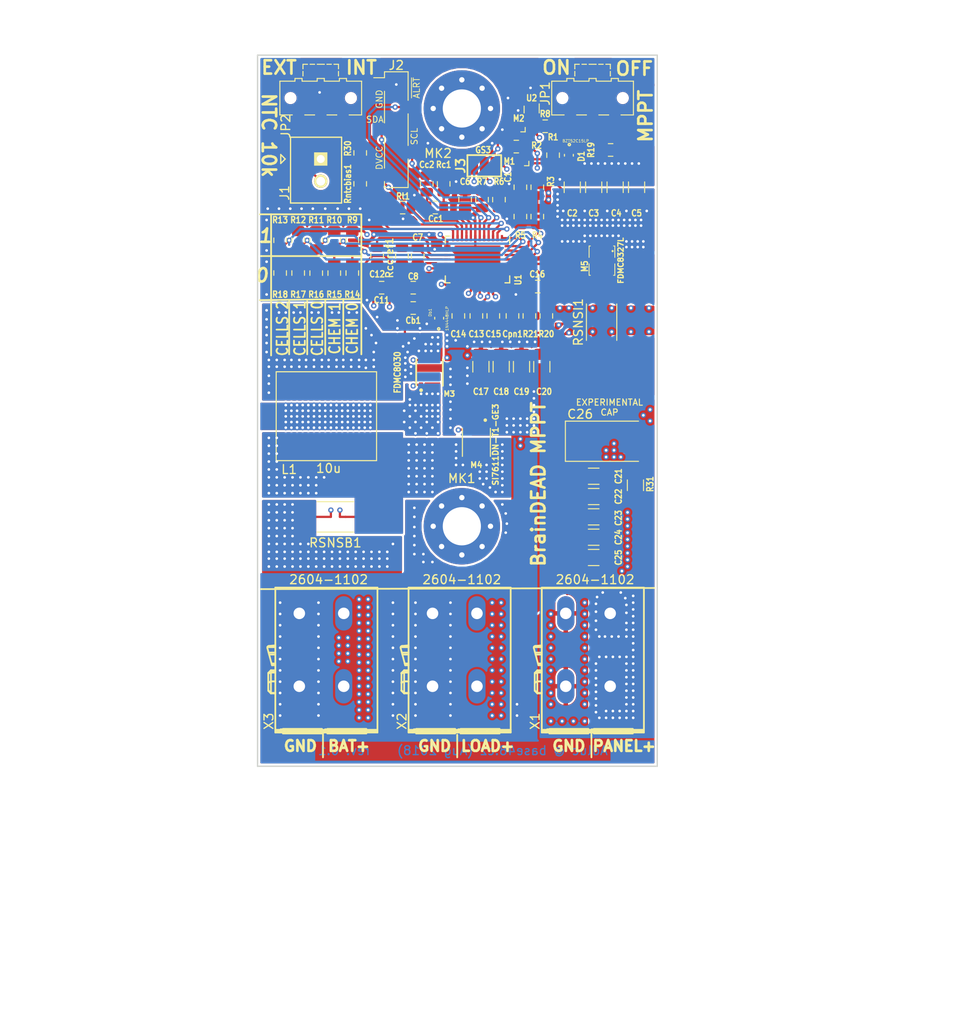
<source format=kicad_pcb>
(kicad_pcb (version 20171130) (host pcbnew "(5.0.0-rc3-dev-13-g33a0856)")
  (layers (0 F.Cu mixed) (1 In1.Cu power) (2 In2.Cu signal) (31 B.Cu mixed) (34 B.Paste user) (35 F.Paste user hide) (36 B.SilkS user) (37 F.SilkS user) (38 B.Mask user) (39 F.Mask user) (44 Edge.Cuts user))
  (net 0 "")
  (net 1 GND)
  (net 2 BAT+)
  (net 3 "Net-(JP1-Pad3)")
  (net 4 NTC)
  (net 5 "Net-(MK1-Pad1)")
  (net 6 "Net-(MK2-Pad1)")
  (net 7 "Net-(C1-Pad2)")
  (net 8 "Net-(C1-Pad1)")
  (net 9 VIN+)
  (net 10 "Net-(C6-Pad1)")
  (net 11 "Net-(C7-Pad1)")
  (net 12 "Net-(C7-Pad2)")
  (net 13 "Net-(C8-Pad1)")
  (net 14 "Net-(C12-Pad1)")
  (net 15 INT_VCC)
  (net 16 "Net-(C15-Pad2)")
  (net 17 LOAD+)
  (net 18 "Net-(C16-Pad1)")
  (net 19 "Net-(C16-Pad2)")
  (net 20 "Net-(C26-Pad2)")
  (net 21 "Net-(Cb1-Pad2)")
  (net 22 "Net-(Cc1-Pad1)")
  (net 23 "Net-(Cc1-Pad2)")
  (net 24 "Net-(D1-Pad2)")
  (net 25 "Net-(J3-Pad2)")
  (net 26 "Net-(JP1-Pad2)")
  (net 27 "Net-(JP1-Pad1)")
  (net 28 "Net-(JP2-Pad1)")
  (net 29 "Net-(JP2-Pad2)")
  (net 30 "Net-(M2-Pad3)")
  (net 31 "Net-(M2-Pad1)")
  (net 32 "Net-(M3-Pad1)")
  (net 33 "Net-(M3-Pad8)")
  (net 34 "Net-(M4-Pad4)")
  (net 35 "Net-(M5-Pad4)")
  (net 36 "Net-(R4-Pad2)")
  (net 37 "Net-(Rntcbias1-Pad1)")
  (net 38 "Net-(Rt1-Pad1)")
  (net 39 /ISNS)
  (net 40 /BAT_PRESENSE)
  (net 41 /SW)
  (net 42 /CHEM0)
  (net 43 /CHEM1)
  (net 44 /CELLS0)
  (net 45 /CELLS1)
  (net 46 /CELLS2)
  (net 47 /SDA)
  (net 48 /DVCC)
  (net 49 /~SMBALERT)
  (net 50 /SCL)
  (module MountingHole:MountingHole_4.3mm_M4_Pad_Via (layer F.Cu) (at 23 53)
    (fp_text reference MK1 (at -0.013 -5.375) (layer F.SilkS))
    (fp_text value Mounting_Hole_PAD)
    (pad 1 thru_hole circle (at 0 0) (size 8.6 8.6) (drill 4.3) (layers *.Cu *.Mask) (net 5 "Net-(MK1-Pad1)"))
    (pad 1 thru_hole circle (at 3.225 0) (size 0.9 0.9) (drill 0.6) (layers *.Cu *.Mask) (net 5 "Net-(MK1-Pad1)"))
    (pad 1 thru_hole circle (at 2.280419 2.280419) (size 0.9 0.9) (drill 0.6) (layers *.Cu *.Mask) (net 5 "Net-(MK1-Pad1)"))
    (pad 1 thru_hole circle (at 0 3.225) (size 0.9 0.9) (drill 0.6) (layers *.Cu *.Mask) (net 5 "Net-(MK1-Pad1)"))
    (pad 1 thru_hole circle (at -2.280419 2.280419) (size 0.9 0.9) (drill 0.6) (layers *.Cu *.Mask) (net 5 "Net-(MK1-Pad1)"))
    (pad 1 thru_hole circle (at -3.225 0) (size 0.9 0.9) (drill 0.6) (layers *.Cu *.Mask) (net 5 "Net-(MK1-Pad1)"))
    (pad 1 thru_hole circle (at -2.280419 -2.280419) (size 0.9 0.9) (drill 0.6) (layers *.Cu *.Mask) (net 5 "Net-(MK1-Pad1)"))
    (pad 1 thru_hole circle (at 0 -3.225) (size 0.9 0.9) (drill 0.6) (layers *.Cu *.Mask) (net 5 "Net-(MK1-Pad1)"))
    (pad 1 thru_hole circle (at 2.280419 -2.280419) (size 0.9 0.9) (drill 0.6) (layers *.Cu *.Mask) (net 5 "Net-(MK1-Pad1)"))
  )
  (module MountingHole:MountingHole_4.3mm_M4_Pad_Via (layer F.Cu) (at 23 6)
    (fp_text reference MK2 (at -2.68 5.049) (layer F.SilkS))
    (fp_text value Mounting_Hole_PAD)
    (pad 1 thru_hole circle (at 2.280419 -2.280419) (size 0.9 0.9) (drill 0.6) (layers *.Cu *.Mask) (net 6 "Net-(MK2-Pad1)"))
    (pad 1 thru_hole circle (at 0 -3.225) (size 0.9 0.9) (drill 0.6) (layers *.Cu *.Mask) (net 6 "Net-(MK2-Pad1)"))
    (pad 1 thru_hole circle (at -2.280419 -2.280419) (size 0.9 0.9) (drill 0.6) (layers *.Cu *.Mask) (net 6 "Net-(MK2-Pad1)"))
    (pad 1 thru_hole circle (at -3.225 0) (size 0.9 0.9) (drill 0.6) (layers *.Cu *.Mask) (net 6 "Net-(MK2-Pad1)"))
    (pad 1 thru_hole circle (at -2.280419 2.280419) (size 0.9 0.9) (drill 0.6) (layers *.Cu *.Mask) (net 6 "Net-(MK2-Pad1)"))
    (pad 1 thru_hole circle (at 0 3.225) (size 0.9 0.9) (drill 0.6) (layers *.Cu *.Mask) (net 6 "Net-(MK2-Pad1)"))
    (pad 1 thru_hole circle (at 2.280419 2.280419) (size 0.9 0.9) (drill 0.6) (layers *.Cu *.Mask) (net 6 "Net-(MK2-Pad1)"))
    (pad 1 thru_hole circle (at 3.225 0) (size 0.9 0.9) (drill 0.6) (layers *.Cu *.Mask) (net 6 "Net-(MK2-Pad1)"))
    (pad 1 thru_hole circle (at 0 0) (size 8.6 8.6) (drill 4.3) (layers *.Cu *.Mask) (net 6 "Net-(MK2-Pad1)"))
  )
  (module Package_DFN_QFN:QFN-38-1EP_5x7mm_P0.5mm_EP3.15x5.15mm (layer F.Cu) (at 24.765 22.987 270)
    (fp_text reference U1 (at 2.286 -4.572 270) (layer F.SilkS) (effects (font (size 0.7 0.6))))
    (fp_text value LTC4015EUHF)
    (pad 1 smd rect (at -2.4 -2.75 270) (size 0.7 0.25) (layers F.Cu F.Paste F.Mask) (net 45 /CELLS1))
    (pad 2 smd rect (at -2.4 -2.25 270) (size 0.7 0.25) (layers F.Cu F.Paste F.Mask) (net 46 /CELLS2))
    (pad 3 smd rect (at -2.4 -1.75 270) (size 0.7 0.25) (layers F.Cu F.Paste F.Mask) (net 48 /DVCC))
    (pad 4 smd rect (at -2.4 -1.25 270) (size 0.7 0.25) (layers F.Cu F.Paste F.Mask) (net 50 /SCL))
    (pad 5 smd rect (at -2.4 -0.75 270) (size 0.7 0.25) (layers F.Cu F.Paste F.Mask) (net 47 /SDA))
    (pad 6 smd rect (at -2.4 -0.25 270) (size 0.7 0.25) (layers F.Cu F.Paste F.Mask) (net 49 /~SMBALERT))
    (pad 7 smd rect (at -2.4 0.25 270) (size 0.7 0.25) (layers F.Cu F.Paste F.Mask) (net 1 GND))
    (pad 8 smd rect (at -2.4 0.75 270) (size 0.7 0.25) (layers F.Cu F.Paste F.Mask) (net 10 "Net-(C6-Pad1)"))
    (pad 9 smd rect (at -2.4 1.25 270) (size 0.7 0.25) (layers F.Cu F.Paste F.Mask) (net 22 "Net-(Cc1-Pad1)"))
    (pad 10 smd rect (at -2.4 1.75 270) (size 0.7 0.25) (layers F.Cu F.Paste F.Mask) (net 38 "Net-(Rt1-Pad1)"))
    (pad 11 smd rect (at -2.4 2.25 270) (size 0.7 0.25) (layers F.Cu F.Paste F.Mask) (net 29 "Net-(JP2-Pad2)"))
    (pad 12 smd rect (at -2.4 2.75 270) (size 0.7 0.25) (layers F.Cu F.Paste F.Mask) (net 37 "Net-(Rntcbias1-Pad1)"))
    (pad 13 smd rect (at -1.5 3.4) (size 0.7 0.25) (layers F.Cu F.Paste F.Mask) (net 25 "Net-(J3-Pad2)"))
    (pad 14 smd rect (at -1 3.4) (size 0.7 0.25) (layers F.Cu F.Paste F.Mask) (net 1 GND))
    (pad 15 smd rect (at -0.5 3.4) (size 0.7 0.25) (layers F.Cu F.Paste F.Mask) (net 14 "Net-(C12-Pad1)"))
    (pad 16 smd rect (at 0 3.4) (size 0.7 0.25) (layers F.Cu F.Paste F.Mask) (net 12 "Net-(C7-Pad2)"))
    (pad 17 smd rect (at 0.5 3.4) (size 0.7 0.25) (layers F.Cu F.Paste F.Mask) (net 11 "Net-(C7-Pad1)"))
    (pad 18 smd rect (at 1 3.4) (size 0.7 0.25) (layers F.Cu F.Paste F.Mask) (net 2 BAT+))
    (pad 19 smd rect (at 1.5 3.4) (size 0.7 0.25) (layers F.Cu F.Paste F.Mask) (net 2 BAT+))
    (pad 20 smd rect (at 2.4 2.75 270) (size 0.7 0.25) (layers F.Cu F.Paste F.Mask) (net 40 /BAT_PRESENSE))
    (pad 21 smd rect (at 2.4 2.25 270) (size 0.7 0.25) (layers F.Cu F.Paste F.Mask) (net 26 "Net-(JP1-Pad2)"))
    (pad 22 smd rect (at 2.4 1.75 270) (size 0.7 0.25) (layers F.Cu F.Paste F.Mask) (net 13 "Net-(C8-Pad1)"))
    (pad 23 smd rect (at 2.4 1.25 270) (size 0.7 0.25) (layers F.Cu F.Paste F.Mask) (net 41 /SW))
    (pad 24 smd rect (at 2.4 0.75 270) (size 0.7 0.25) (layers F.Cu F.Paste F.Mask) (net 33 "Net-(M3-Pad8)"))
    (pad 25 smd rect (at 2.4 0.25 270) (size 0.7 0.25) (layers F.Cu F.Paste F.Mask) (net 21 "Net-(Cb1-Pad2)"))
    (pad 26 smd rect (at 2.4 -0.25 270) (size 0.7 0.25) (layers F.Cu F.Paste F.Mask) (net 32 "Net-(M3-Pad1)"))
    (pad 27 smd rect (at 2.4 -0.75 270) (size 0.7 0.25) (layers F.Cu F.Paste F.Mask) (net 15 INT_VCC))
    (pad 28 smd rect (at 2.4 -1.25 270) (size 0.7 0.25) (layers F.Cu F.Paste F.Mask) (net 15 INT_VCC))
    (pad 29 smd rect (at 2.4 -1.75 270) (size 0.7 0.25) (layers F.Cu F.Paste F.Mask) (net 34 "Net-(M4-Pad4)"))
    (pad 30 smd rect (at 2.4 -2.25 270) (size 0.7 0.25) (layers F.Cu F.Paste F.Mask) (net 16 "Net-(C15-Pad2)"))
    (pad 31 smd rect (at 2.4 -2.75 270) (size 0.7 0.25) (layers F.Cu F.Paste F.Mask) (net 17 LOAD+))
    (pad 32 smd rect (at 1.5 -3.4) (size 0.7 0.25) (layers F.Cu F.Paste F.Mask) (net 19 "Net-(C16-Pad2)"))
    (pad 33 smd rect (at 1 -3.4) (size 0.7 0.25) (layers F.Cu F.Paste F.Mask) (net 18 "Net-(C16-Pad1)"))
    (pad 34 smd rect (at 0.5 -3.4) (size 0.7 0.25) (layers F.Cu F.Paste F.Mask) (net 35 "Net-(M5-Pad4)"))
    (pad 35 smd rect (at 0 -3.4) (size 0.7 0.25) (layers F.Cu F.Paste F.Mask) (net 9 VIN+))
    (pad 36 smd rect (at -0.5 -3.4) (size 0.7 0.25) (layers F.Cu F.Paste F.Mask) (net 42 /CHEM0))
    (pad 37 smd rect (at -1 -3.4) (size 0.7 0.25) (layers F.Cu F.Paste F.Mask) (net 43 /CHEM1))
    (pad 38 smd rect (at -1.5 -3.4) (size 0.7 0.25) (layers F.Cu F.Paste F.Mask) (net 44 /CELLS0))
    (pad 39 smd rect (at 0 0 270) (size 3.15 5.15) (layers F.Cu F.Mask) (net 1 GND))
  )
  (module Capacitor_SMD:C_0805_2012Metric (layer F.Cu) (at 29.591 14.859 270)
    (fp_text reference C1 (at -1.143 1.397 90) (layer F.SilkS) (effects (font (size 0.7 0.6))))
    (fp_text value 2200p)
    (pad 2 smd roundrect (at 0.9375 0 270) (size 0.975 1.4) (layers F.Cu F.Paste F.Mask) (net 7 "Net-(C1-Pad2)"))
    (pad 1 smd roundrect (at -0.9375 0 270) (size 0.975 1.4) (layers F.Cu F.Paste F.Mask) (net 8 "Net-(C1-Pad1)"))
  )
  (module Capacitor_SMD:C_0805_2012Metric (layer F.Cu) (at 23.368 16.256 90)
    (fp_text reference C6 (at 2.032 0 180) (layer F.SilkS) (effects (font (size 0.7 0.6))))
    (fp_text value 100p)
    (pad 2 smd roundrect (at 0.9375 0 90) (size 0.975 1.4) (layers F.Cu F.Paste F.Mask) (net 1 GND))
    (pad 1 smd roundrect (at -0.9375 0 90) (size 0.975 1.4) (layers F.Cu F.Paste F.Mask) (net 10 "Net-(C6-Pad1)"))
  )
  (module Capacitor_SMD:C_0805_2012Metric (layer F.Cu) (at 18.034 22.606 90)
    (fp_text reference C7 (at 2.1105 0 180) (layer F.SilkS) (effects (font (size 0.7 0.6))))
    (fp_text value 0.1u)
    (pad 1 smd roundrect (at -0.9375 0 90) (size 0.975 1.4) (layers F.Cu F.Paste F.Mask) (net 11 "Net-(C7-Pad1)"))
    (pad 2 smd roundrect (at 0.9375 0 90) (size 0.975 1.4) (layers F.Cu F.Paste F.Mask) (net 12 "Net-(C7-Pad2)"))
  )
  (module Capacitor_SMD:C_0805_2012Metric (layer F.Cu) (at 17.526 26.162 180)
    (fp_text reference C8 (at 0 1.27 180) (layer F.SilkS) (effects (font (size 0.7 0.6))))
    (fp_text value 2.2u)
    (pad 2 smd roundrect (at 0.9375 0 180) (size 0.975 1.4) (layers F.Cu F.Paste F.Mask) (net 1 GND))
    (pad 1 smd roundrect (at -0.9375 0 180) (size 0.975 1.4) (layers F.Cu F.Paste F.Mask) (net 13 "Net-(C8-Pad1)"))
  )
  (module Capacitor_SMD:C_0805_2012Metric (layer F.Cu) (at 13.97 26.162 180)
    (fp_text reference C11 (at 0 -1.397) (layer F.SilkS) (effects (font (size 0.7 0.6))))
    (fp_text value 1000p)
    (pad 1 smd roundrect (at -0.9375 0 180) (size 0.975 1.4) (layers F.Cu F.Paste F.Mask) (net 40 /BAT_PRESENSE))
    (pad 2 smd roundrect (at 0.9375 0 180) (size 0.975 1.4) (layers F.Cu F.Paste F.Mask) (net 2 BAT+))
  )
  (module Capacitor_SMD:C_0805_2012Metric (layer F.Cu) (at 13.462 22.606 270)
    (fp_text reference C12 (at 2.032 0 180) (layer F.SilkS) (effects (font (size 0.7 0.6))))
    (fp_text value 0.33u)
    (pad 1 smd roundrect (at -0.9375 0 270) (size 0.975 1.4) (layers F.Cu F.Paste F.Mask) (net 14 "Net-(C12-Pad1)"))
    (pad 2 smd roundrect (at 0.9375 0 270) (size 0.975 1.4) (layers F.Cu F.Paste F.Mask) (net 40 /BAT_PRESENSE))
  )
  (module Capacitor_SMD:C_0805_2012Metric (layer F.Cu) (at 24.638 29.337 270)
    (fp_text reference C13 (at 2.032 0) (layer F.SilkS) (effects (font (size 0.7 0.6))))
    (fp_text value 0.1u)
    (pad 1 smd roundrect (at -0.9375 0 270) (size 0.975 1.4) (layers F.Cu F.Paste F.Mask) (net 15 INT_VCC))
    (pad 2 smd roundrect (at 0.9375 0 270) (size 0.975 1.4) (layers F.Cu F.Paste F.Mask) (net 1 GND))
  )
  (module Capacitor_SMD:C_0805_2012Metric (layer F.Cu) (at 22.606 29.337 270)
    (fp_text reference C14 (at 2.032 0) (layer F.SilkS) (effects (font (size 0.7 0.6))))
    (fp_text value 0.1u)
    (pad 2 smd roundrect (at 0.9375 0 270) (size 0.975 1.4) (layers F.Cu F.Paste F.Mask) (net 1 GND))
    (pad 1 smd roundrect (at -0.9375 0 270) (size 0.975 1.4) (layers F.Cu F.Paste F.Mask) (net 15 INT_VCC))
  )
  (module Capacitor_SMD:C_0805_2012Metric (layer F.Cu) (at 26.543 29.337 90)
    (fp_text reference C15 (at -2.032 0) (layer F.SilkS) (effects (font (size 0.7 0.6))))
    (fp_text value 0.33u)
    (pad 2 smd roundrect (at 0.9375 0 90) (size 0.975 1.4) (layers F.Cu F.Paste F.Mask) (net 16 "Net-(C15-Pad2)"))
    (pad 1 smd roundrect (at -0.9375 0 90) (size 0.975 1.4) (layers F.Cu F.Paste F.Mask) (net 17 LOAD+))
  )
  (module Capacitor_SMD:C_0805_2012Metric (layer F.Cu) (at 31.5445 26.035 180)
    (fp_text reference C16 (at 0.0485 1.397 180) (layer F.SilkS) (effects (font (size 0.7 0.6))))
    (fp_text value 1000p)
    (pad 1 smd roundrect (at -0.9375 0 180) (size 0.975 1.4) (layers F.Cu F.Paste F.Mask) (net 18 "Net-(C16-Pad1)"))
    (pad 2 smd roundrect (at 0.9375 0 180) (size 0.975 1.4) (layers F.Cu F.Paste F.Mask) (net 19 "Net-(C16-Pad2)"))
  )
  (module Capacitor_SMD:C_1206_3216Metric (layer F.Cu) (at 25.146 35.052 90)
    (fp_text reference C17 (at -2.794 0 180) (layer F.SilkS) (effects (font (size 0.7 0.6))))
    (fp_text value 0.1u)
    (pad 1 smd roundrect (at -1.4 0 90) (size 1.25 1.75) (layers F.Cu F.Paste F.Mask) (roundrect_rratio 0.2) (net 17 LOAD+))
    (pad 2 smd roundrect (at 1.4 0 90) (size 1.25 1.75) (layers F.Cu F.Paste F.Mask) (roundrect_rratio 0.2) (net 1 GND))
  )
  (module Capacitor_SMD:C_0805_2012Metric (layer F.Cu) (at 17.526 28.448)
    (fp_text reference Cb1 (at 0 1.397) (layer F.SilkS) (effects (font (size 0.7 0.6))))
    (fp_text value 0.47u)
    (pad 1 smd roundrect (at -0.9375 0) (size 0.975 1.4) (layers F.Cu F.Paste F.Mask) (net 41 /SW))
    (pad 2 smd roundrect (at 0.9375 0) (size 0.975 1.4) (layers F.Cu F.Paste F.Mask) (net 21 "Net-(Cb1-Pad2)"))
  )
  (module Capacitor_SMD:C_0805_2012Metric (layer F.Cu) (at 20.0175 17.145)
    (fp_text reference Cc1 (at 0.0485 1.27) (layer F.SilkS) (effects (font (size 0.7 0.6))))
    (fp_text value 0.22u)
    (pad 1 smd roundrect (at -0.9375 0) (size 0.975 1.4) (layers F.Cu F.Paste F.Mask) (net 22 "Net-(Cc1-Pad1)"))
    (pad 2 smd roundrect (at 0.9375 0) (size 0.975 1.4) (layers F.Cu F.Paste F.Mask) (net 23 "Net-(Cc1-Pad2)"))
  )
  (module Capacitor_SMD:C_0805_2012Metric (layer F.Cu) (at 19.05 14.478 90)
    (fp_text reference Cc2 (at 2.159 0 180) (layer F.SilkS) (effects (font (size 0.7 0.6))))
    (fp_text value 0.01u)
    (pad 2 smd roundrect (at 0.9375 0 90) (size 0.975 1.4) (layers F.Cu F.Paste F.Mask) (net 1 GND))
    (pad 1 smd roundrect (at -0.9375 0 90) (size 0.975 1.4) (layers F.Cu F.Paste F.Mask) (net 22 "Net-(Cc1-Pad1)"))
  )
  (module Capacitor_SMD:C_0805_2012Metric (layer F.Cu) (at 28.702 29.337 90)
    (fp_text reference Cpn1 (at -2.032 0) (layer F.SilkS) (effects (font (size 0.7 0.6))))
    (fp_text value 1u)
    (pad 2 smd roundrect (at 0.9375 0 90) (size 0.975 1.4) (layers F.Cu F.Paste F.Mask) (net 19 "Net-(C16-Pad2)"))
    (pad 1 smd roundrect (at -0.9375 0 90) (size 0.975 1.4) (layers F.Cu F.Paste F.Mask) (net 17 LOAD+))
  )
  (module DFN160X100X57-2N:DFN160X100X57-2N (layer F.Cu) (at 35.052 11.261 270)
    (fp_text reference D1 (at 0.127 -1.397 90) (layer F.SilkS) (effects (font (size 0.7 0.6))))
    (fp_text value BZT52C15LP (at -1.609 -0.762) (layer F.SilkS) (effects (font (size 0.320288 0.320288) (thickness 0.05))))
    (pad 1 smd rect (at -0.55 0) (size 1.01 0.51) (layers F.Cu F.Paste F.Mask) (net 9 VIN+))
    (pad 2 smd rect (at 0.55 0) (size 1.01 0.51) (layers F.Cu F.Paste F.Mask) (net 24 "Net-(D1-Pad2)"))
  )
  (module DFN160X100X57-2N:DFN160X100X57-2N (layer F.Cu) (at 20.447 29.591 90)
    (fp_text reference Db1 (at 0.635 -1.016 90) (layer F.SilkS) (effects (font (size 0.32064 0.32064) (thickness 0.05))))
    (fp_text value 1N4448HLP (at -0.042 0.889 90) (layer F.SilkS) (effects (font (size 0.320288 0.320288) (thickness 0.05))))
    (pad 2 smd rect (at 0.55 0 180) (size 1.01 0.51) (layers F.Cu F.Paste F.Mask) (net 15 INT_VCC))
    (pad 1 smd rect (at -0.55 0 180) (size 1.01 0.51) (layers F.Cu F.Paste F.Mask) (net 21 "Net-(Cb1-Pad2)"))
  )
  (module libraries:SMD-solder-bridge-3pin (layer F.Cu) (at 25.527 12.446 180)
    (fp_text reference J3 (at 2.667 0 90) (layer F.SilkS) (effects (font (thickness 0.2))))
    (fp_text value GS3 (at 0.127 1.778) (layer F.SilkS) (effects (font (size 0.7 0.6))))
    (pad 1 smd rect (at -1.2 0 180) (size 1 2) (layers F.Cu F.Mask) (net 15 INT_VCC))
    (pad 2 smd rect (at 0 0 180) (size 1 2) (layers F.Cu F.Mask) (net 25 "Net-(J3-Pad2)"))
    (pad 3 smd rect (at 1.2 0 180) (size 1 2) (layers F.Cu F.Mask) (net 1 GND))
  )
  (module Button_Switch_SMD:SW_SPDT_CK-JS102011SAQN (layer F.Cu) (at 37.719 4.826 180)
    (fp_text reference JP1 (at 5.334 0.508 270) (layer F.SilkS))
    (fp_text value Jumper_NC_Dual)
    (pad "" np_thru_hole circle (at 3.4 0 180) (size 0.9 0.9) (drill 0.9) (layers *.Cu *.Mask))
    (pad "" np_thru_hole circle (at -3.4 0 180) (size 0.9 0.9) (drill 0.9) (layers *.Cu *.Mask))
    (pad 3 smd rect (at 2.5 -2.75 180) (size 1.25 2.5) (layers F.Cu F.Paste F.Mask) (net 3 "Net-(JP1-Pad3)"))
    (pad 2 smd rect (at 0 -2.75 180) (size 1.25 2.5) (layers F.Cu F.Paste F.Mask) (net 26 "Net-(JP1-Pad2)"))
    (pad 1 smd rect (at -2.5 -2.75 180) (size 1.25 2.5) (layers F.Cu F.Paste F.Mask) (net 27 "Net-(JP1-Pad1)"))
  )
  (module Button_Switch_SMD:SW_SPDT_CK-JS102011SAQN (layer F.Cu) (at 7.112 4.826 180)
    (fp_text reference JP2 (at 3.937 -3.175 90) (layer F.SilkS))
    (fp_text value Jumper_NC_Dual)
    (pad 1 smd rect (at -2.5 -2.75 180) (size 1.25 2.5) (layers F.Cu F.Paste F.Mask) (net 28 "Net-(JP2-Pad1)"))
    (pad 2 smd rect (at 0 -2.75 180) (size 1.25 2.5) (layers F.Cu F.Paste F.Mask) (net 29 "Net-(JP2-Pad2)"))
    (pad 3 smd rect (at 2.5 -2.75 180) (size 1.25 2.5) (layers F.Cu F.Paste F.Mask) (net 4 NTC))
    (pad "" np_thru_hole circle (at -3.4 0 180) (size 0.9 0.9) (drill 0.9) (layers *.Cu *.Mask))
    (pad "" np_thru_hole circle (at 3.4 0 180) (size 0.9 0.9) (drill 0.9) (layers *.Cu *.Mask))
  )
  (module XAL1010-103ME:INDC110100X1000N (layer F.Cu) (at 7.747 40.617 270)
    (fp_text reference L1 (at 5.992 4.191) (layer F.SilkS) (effects (font (size 1.00367 1.00367))))
    (fp_text value 10u (at 5.865 -0.254) (layer F.SilkS) (effects (font (size 1.00135 1.00135))))
    (pad 1 smd rect (at -3.325 0 270) (size 2.38 9.51) (layers F.Cu F.Paste F.Mask) (net 41 /SW))
    (pad 2 smd rect (at 3.325 0 270) (size 2.38 9.51) (layers F.Cu F.Paste F.Mask) (net 40 /BAT_PRESENSE))
  )
  (module Package_DFN_QFN:Diodes_DFN1006-3 (layer F.Cu) (at 29.845 11.938 180)
    (fp_text reference M1 (at 1.493 0 180) (layer F.SilkS) (effects (font (size 0.7 0.6))))
    (fp_text value DMP58D0LFB)
    (pad 1 smd rect (at -0.35 -0.225 90) (size 0.25 0.4) (layers F.Cu F.Paste F.Mask) (net 24 "Net-(D1-Pad2)"))
    (pad 2 smd rect (at -0.35 0.225 90) (size 0.25 0.4) (layers F.Cu F.Paste F.Mask) (net 9 VIN+))
    (pad 3 smd rect (at 0.35 0 90) (size 0.7 0.4) (layers F.Cu F.Paste F.Mask) (net 8 "Net-(C1-Pad1)"))
  )
  (module Package_DFN_QFN:Diodes_DFN1006-3 (layer F.Cu) (at 29.433 8.128 180)
    (fp_text reference M2 (at 0.031 1.016 180) (layer F.SilkS) (effects (font (size 0.7 0.6))))
    (fp_text value DMN62D1SFB)
    (pad 3 smd rect (at 0.35 0 90) (size 0.7 0.4) (layers F.Cu F.Paste F.Mask) (net 30 "Net-(M2-Pad3)"))
    (pad 2 smd rect (at -0.35 0.225 90) (size 0.25 0.4) (layers F.Cu F.Paste F.Mask) (net 1 GND))
    (pad 1 smd rect (at -0.35 -0.225 90) (size 0.25 0.4) (layers F.Cu F.Paste F.Mask) (net 31 "Net-(M2-Pad1)"))
  )
  (module FDMC8030:TRANS_FDMC8030 (layer F.Cu) (at 19.36 35.694 90)
    (fp_text reference M3 (at -2.406 2.23 180) (layer F.SilkS) (effects (font (size 0.6 0.6))))
    (fp_text value FDMC8030 (at 0.007 -3.612 270) (layer F.SilkS) (effects (font (size 0.7 0.6))))
    (pad 1 smd rect (at -1.39 -0.975 90) (size 0.52 0.45) (layers F.Cu F.Paste F.Mask) (net 32 "Net-(M3-Pad1)"))
    (pad 9 smd rect (at 0.55 0 90) (size 0.75 2.52) (layers F.Cu F.Paste F.Mask) (net 17 LOAD+))
    (pad 10 smd rect (at -0.55 0 90) (size 0.75 2.52) (layers F.Cu F.Paste F.Mask) (net 41 /SW))
    (pad 4 smd rect (at -1.39 0.325 90) (size 0.52 1.75) (layers F.Cu F.Paste F.Mask) (net 1 GND))
    (pad 5 smd rect (at 1.39 0.325 90) (size 0.52 1.75) (layers F.Cu F.Paste F.Mask) (net 41 /SW))
    (pad 8 smd rect (at 1.39 -0.975 90) (size 0.52 0.45) (layers F.Cu F.Paste F.Mask) (net 33 "Net-(M3-Pad8)"))
  )
  (module SI7611DN-T1-GE3:VISHAY_SIS468DN-T1-GE3 (layer F.Cu) (at 24.638 43.561 270)
    (fp_text reference M4 (at 2.54 0) (layer F.SilkS) (effects (font (size 0.641698 0.641698))))
    (fp_text value SI7611DN-T1-GE3 (at 0.254 -2.159 90) (layer F.SilkS) (effects (font (size 0.640242 0.640242))))
    (pad 1 smd rect (at -1.435 -0.99 270) (size 0.99 0.405) (layers F.Cu F.Paste F.Mask) (net 17 LOAD+))
    (pad 2 smd rect (at -1.435 -0.33 270) (size 0.99 0.405) (layers F.Cu F.Paste F.Mask) (net 17 LOAD+))
    (pad 3 smd rect (at -1.435 0.33 270) (size 0.99 0.405) (layers F.Cu F.Paste F.Mask) (net 17 LOAD+))
    (pad 4 smd rect (at -1.435 0.99 270) (size 0.99 0.405) (layers F.Cu F.Paste F.Mask) (net 34 "Net-(M4-Pad4)"))
    (pad 9 smd rect (at 0.5575 0 270) (size 1.725 2.235) (layers F.Cu F.Paste F.Mask) (net 40 /BAT_PRESENSE))
    (pad 5 smd rect (at 1.55 0.99 270) (size 0.76 0.405) (layers F.Cu F.Paste F.Mask) (net 40 /BAT_PRESENSE))
    (pad 6 smd rect (at 1.55 0.33 270) (size 0.76 0.405) (layers F.Cu F.Paste F.Mask) (net 40 /BAT_PRESENSE))
    (pad 7 smd rect (at 1.55 -0.33 270) (size 0.76 0.405) (layers F.Cu F.Paste F.Mask) (net 40 /BAT_PRESENSE))
    (pad 8 smd rect (at 1.55 -0.99 270) (size 0.76 0.405) (layers F.Cu F.Paste F.Mask) (net 40 /BAT_PRESENSE))
  )
  (module FDMC8327L:MLP8L33 (layer F.Cu) (at 38.776 23.117 180)
    (fp_text reference M5 (at 1.946 -0.632 270) (layer F.SilkS) (effects (font (size 0.7 0.6))))
    (fp_text value FDMC8327L (at -2.118 0.003 270) (layer F.SilkS) (effects (font (size 0.6 0.6))))
    (pad 1 smd rect (at -0.975 1.4 180) (size 0.42 0.7) (layers F.Cu F.Paste F.Mask) (net 9 VIN+))
    (pad 2 smd rect (at -0.325 1.4 180) (size 0.42 0.7) (layers F.Cu F.Paste F.Mask) (net 9 VIN+))
    (pad 3 smd rect (at 0.325 1.4 180) (size 0.42 0.7) (layers F.Cu F.Paste F.Mask) (net 9 VIN+))
    (pad 4 smd rect (at 0.975 1.4 180) (size 0.42 0.7) (layers F.Cu F.Paste F.Mask) (net 35 "Net-(M5-Pad4)"))
    (pad 5 smd rect (at 0.975 -1.4 180) (size 0.42 0.7) (layers F.Cu F.Paste F.Mask) (net 39 /ISNS))
    (pad 6 smd rect (at 0.325 -1.4 180) (size 0.42 0.7) (layers F.Cu F.Paste F.Mask) (net 39 /ISNS))
    (pad 7 smd rect (at -0.325 -1.4 180) (size 0.42 0.7) (layers F.Cu F.Paste F.Mask) (net 39 /ISNS))
    (pad 8 smd rect (at -0.975 -1.4 180) (size 0.42 0.7) (layers F.Cu F.Paste F.Mask) (net 39 /ISNS))
    (pad F1 smd rect (at 0 -0.45 180) (size 2.37 1.7) (layers F.Cu F.Paste F.Mask) (net 39 /ISNS))
  )
  (module Resistor_SMD:R_0805_2012Metric (layer F.Cu) (at 33.274 11.2545 270)
    (fp_text reference R1 (at -2.032 0) (layer F.SilkS) (effects (font (size 0.7 0.6))))
    (fp_text value 47k)
    (pad 1 smd roundrect (at -0.9375 0 270) (size 0.975 1.4) (layers F.Cu F.Paste F.Mask) (net 9 VIN+))
    (pad 2 smd roundrect (at 0.9375 0 270) (size 0.975 1.4) (layers F.Cu F.Paste F.Mask) (net 24 "Net-(D1-Pad2)"))
  )
  (module Resistor_SMD:R_0805_2012Metric (layer F.Cu) (at 29.1315 10.287 180)
    (fp_text reference R2 (at -2.286 0.127 180) (layer F.SilkS) (effects (font (size 0.7 0.6))))
    (fp_text value 10k)
    (pad 1 smd roundrect (at -0.9375 0 180) (size 0.975 1.4) (layers F.Cu F.Paste F.Mask) (net 24 "Net-(D1-Pad2)"))
    (pad 2 smd roundrect (at 0.9375 0 180) (size 0.975 1.4) (layers F.Cu F.Paste F.Mask) (net 30 "Net-(M2-Pad3)"))
  )
  (module Resistor_SMD:R_0805_2012Metric (layer F.Cu) (at 31.496 14.859 270)
    (fp_text reference R3 (at -0.635 -1.524 90) (layer F.SilkS) (effects (font (size 0.7 0.6))))
    (fp_text value 226k)
    (pad 2 smd roundrect (at 0.9375 0 270) (size 0.975 1.4) (layers F.Cu F.Paste F.Mask) (net 8 "Net-(C1-Pad1)"))
    (pad 1 smd roundrect (at -0.9375 0 270) (size 0.975 1.4) (layers F.Cu F.Paste F.Mask) (net 9 VIN+))
  )
  (module Resistor_SMD:R_0805_2012Metric (layer F.Cu) (at 31.496 18.161 270)
    (fp_text reference R4 (at 2.1105 0) (layer F.SilkS) (effects (font (size 0.7 0.6))))
    (fp_text value 64.9k)
    (pad 1 smd roundrect (at -0.9375 0 270) (size 0.975 1.4) (layers F.Cu F.Paste F.Mask) (net 8 "Net-(C1-Pad1)"))
    (pad 2 smd roundrect (at 0.9375 0 270) (size 0.975 1.4) (layers F.Cu F.Paste F.Mask) (net 36 "Net-(R4-Pad2)"))
  )
  (module Resistor_SMD:R_0805_2012Metric (layer F.Cu) (at 29.591 18.161 270)
    (fp_text reference R5 (at 2.1105 0) (layer F.SilkS) (effects (font (size 0.7 0.6))))
    (fp_text value 0)
    (pad 2 smd roundrect (at 0.9375 0 270) (size 0.975 1.4) (layers F.Cu F.Paste F.Mask) (net 36 "Net-(R4-Pad2)"))
    (pad 1 smd roundrect (at -0.9375 0 270) (size 0.975 1.4) (layers F.Cu F.Paste F.Mask) (net 7 "Net-(C1-Pad2)"))
  )
  (module Resistor_SMD:R_0805_2012Metric (layer F.Cu) (at 27.178 16.256 270)
    (fp_text reference R6 (at -2.032 0) (layer F.SilkS) (effects (font (size 0.7 0.6))))
    (fp_text value 10.0k)
    (pad 1 smd roundrect (at -0.9375 0 270) (size 0.975 1.4) (layers F.Cu F.Paste F.Mask) (net 36 "Net-(R4-Pad2)"))
    (pad 2 smd roundrect (at 0.9375 0 270) (size 0.975 1.4) (layers F.Cu F.Paste F.Mask) (net 1 GND))
  )
  (module Resistor_SMD:R_0805_2012Metric (layer F.Cu) (at 25.273 16.256 90)
    (fp_text reference R7 (at 2.032 0 180) (layer F.SilkS) (effects (font (size 0.7 0.6))))
    (fp_text value 10k)
    (pad 2 smd roundrect (at 0.9375 0 90) (size 0.975 1.4) (layers F.Cu F.Paste F.Mask) (net 36 "Net-(R4-Pad2)"))
    (pad 1 smd roundrect (at -0.9375 0 90) (size 0.975 1.4) (layers F.Cu F.Paste F.Mask) (net 10 "Net-(C6-Pad1)"))
  )
  (module Resistor_SMD:R_0805_2012Metric (layer F.Cu) (at 32.385 8.001)
    (fp_text reference R8 (at 0 -1.397) (layer F.SilkS) (effects (font (size 0.7 0.6))))
    (fp_text value 1k)
    (pad 2 smd roundrect (at 0.9375 0) (size 0.975 1.4) (layers F.Cu F.Paste F.Mask) (net 3 "Net-(JP1-Pad3)"))
    (pad 1 smd roundrect (at -0.9375 0) (size 0.975 1.4) (layers F.Cu F.Paste F.Mask) (net 15 INT_VCC))
  )
  (module Resistor_SMD:R_0805_2012Metric_Pad1.15x1.40mm_HandSolder (layer F.Cu) (at 10.668 20.828 270)
    (fp_text reference R9 (at -2.286 0) (layer F.SilkS) (effects (font (size 0.7 0.6))))
    (fp_text value 0)
    (pad 1 smd roundrect (at -1.025 0 270) (size 1.15 1.4) (layers F.Cu F.Paste F.Mask) (roundrect_rratio 0.217391) (net 15 INT_VCC))
    (pad 2 smd roundrect (at 1.025 0 270) (size 1.15 1.4) (layers F.Cu F.Paste F.Mask) (roundrect_rratio 0.217391) (net 42 /CHEM0))
  )
  (module Resistor_SMD:R_0805_2012Metric_Pad1.15x1.40mm_HandSolder (layer F.Cu) (at 8.636 20.828 270)
    (fp_text reference R10 (at -2.286 0) (layer F.SilkS) (effects (font (size 0.7 0.6))))
    (fp_text value 0)
    (pad 1 smd roundrect (at -1.025 0 270) (size 1.15 1.4) (layers F.Cu F.Paste F.Mask) (roundrect_rratio 0.217391) (net 15 INT_VCC))
    (pad 2 smd roundrect (at 1.025 0 270) (size 1.15 1.4) (layers F.Cu F.Paste F.Mask) (roundrect_rratio 0.217391) (net 43 /CHEM1))
  )
  (module Resistor_SMD:R_0805_2012Metric_Pad1.15x1.40mm_HandSolder (layer F.Cu) (at 6.604 20.828 270)
    (fp_text reference R11 (at -2.286 0) (layer F.SilkS) (effects (font (size 0.7 0.6))))
    (fp_text value 0)
    (pad 2 smd roundrect (at 1.025 0 270) (size 1.15 1.4) (layers F.Cu F.Paste F.Mask) (roundrect_rratio 0.217391) (net 44 /CELLS0))
    (pad 1 smd roundrect (at -1.025 0 270) (size 1.15 1.4) (layers F.Cu F.Paste F.Mask) (roundrect_rratio 0.217391) (net 15 INT_VCC))
  )
  (module Resistor_SMD:R_0805_2012Metric_Pad1.15x1.40mm_HandSolder (layer F.Cu) (at 4.572 20.819 270)
    (fp_text reference R12 (at -2.277 0) (layer F.SilkS) (effects (font (size 0.7 0.6))))
    (fp_text value 0)
    (pad 1 smd roundrect (at -1.025 0 270) (size 1.15 1.4) (layers F.Cu F.Paste F.Mask) (roundrect_rratio 0.217391) (net 15 INT_VCC))
    (pad 2 smd roundrect (at 1.025 0 270) (size 1.15 1.4) (layers F.Cu F.Paste F.Mask) (roundrect_rratio 0.217391) (net 45 /CELLS1))
  )
  (module Resistor_SMD:R_0805_2012Metric_Pad1.15x1.40mm_HandSolder (layer F.Cu) (at 2.54 20.828 270)
    (fp_text reference R13 (at -2.286 0) (layer F.SilkS) (effects (font (size 0.7 0.6))))
    (fp_text value 0)
    (pad 2 smd roundrect (at 1.025 0 270) (size 1.15 1.4) (layers F.Cu F.Paste F.Mask) (roundrect_rratio 0.217391) (net 46 /CELLS2))
    (pad 1 smd roundrect (at -1.025 0 270) (size 1.15 1.4) (layers F.Cu F.Paste F.Mask) (roundrect_rratio 0.217391) (net 15 INT_VCC))
  )
  (module Resistor_SMD:R_0805_2012Metric_Pad1.15x1.40mm_HandSolder (layer F.Cu) (at 10.668 24.511 270)
    (fp_text reference R14 (at 2.413 0) (layer F.SilkS) (effects (font (size 0.7 0.6))))
    (fp_text value 0)
    (pad 2 smd roundrect (at 1.025 0 270) (size 1.15 1.4) (layers F.Cu F.Paste F.Mask) (roundrect_rratio 0.217391) (net 1 GND))
    (pad 1 smd roundrect (at -1.025 0 270) (size 1.15 1.4) (layers F.Cu F.Paste F.Mask) (roundrect_rratio 0.217391) (net 42 /CHEM0))
  )
  (module Resistor_SMD:R_0805_2012Metric_Pad1.15x1.40mm_HandSolder (layer F.Cu) (at 8.636 24.52 270)
    (fp_text reference R15 (at 2.404 0) (layer F.SilkS) (effects (font (size 0.7 0.6))))
    (fp_text value 0)
    (pad 1 smd roundrect (at -1.025 0 270) (size 1.15 1.4) (layers F.Cu F.Paste F.Mask) (roundrect_rratio 0.217391) (net 43 /CHEM1))
    (pad 2 smd roundrect (at 1.025 0 270) (size 1.15 1.4) (layers F.Cu F.Paste F.Mask) (roundrect_rratio 0.217391) (net 1 GND))
  )
  (module Resistor_SMD:R_0805_2012Metric_Pad1.15x1.40mm_HandSolder (layer F.Cu) (at 6.604 24.52 270)
    (fp_text reference R16 (at 2.404 0) (layer F.SilkS) (effects (font (size 0.7 0.6))))
    (fp_text value 0)
    (pad 2 smd roundrect (at 1.025 0 270) (size 1.15 1.4) (layers F.Cu F.Paste F.Mask) (roundrect_rratio 0.217391) (net 1 GND))
    (pad 1 smd roundrect (at -1.025 0 270) (size 1.15 1.4) (layers F.Cu F.Paste F.Mask) (roundrect_rratio 0.217391) (net 44 /CELLS0))
  )
  (module Resistor_SMD:R_0805_2012Metric_Pad1.15x1.40mm_HandSolder (layer F.Cu) (at 4.572 24.511 270)
    (fp_text reference R17 (at 2.413 0) (layer F.SilkS) (effects (font (size 0.7 0.6))))
    (fp_text value 0)
    (pad 2 smd roundrect (at 1.025 0 270) (size 1.15 1.4) (layers F.Cu F.Paste F.Mask) (roundrect_rratio 0.217391) (net 1 GND))
    (pad 1 smd roundrect (at -1.025 0 270) (size 1.15 1.4) (layers F.Cu F.Paste F.Mask) (roundrect_rratio 0.217391) (net 45 /CELLS1))
  )
  (module Resistor_SMD:R_0805_2012Metric_Pad1.15x1.40mm_HandSolder (layer F.Cu) (at 2.54 24.511 270)
    (fp_text reference R18 (at 2.413 0) (layer F.SilkS) (effects (font (size 0.7 0.6))))
    (fp_text value 0)
    (pad 1 smd roundrect (at -1.025 0 270) (size 1.15 1.4) (layers F.Cu F.Paste F.Mask) (roundrect_rratio 0.217391) (net 46 /CELLS2))
    (pad 2 smd roundrect (at 1.025 0 270) (size 1.15 1.4) (layers F.Cu F.Paste F.Mask) (roundrect_rratio 0.217391) (net 1 GND))
  )
  (module Resistor_SMD:R_0805_2012Metric (layer F.Cu) (at 39.751 10.668 180)
    (fp_text reference R19 (at 2.2075 0 270) (layer F.SilkS) (effects (font (size 0.7 0.6))))
    (fp_text value 1M)
    (pad 1 smd roundrect (at -0.9375 0 180) (size 0.975 1.4) (layers F.Cu F.Paste F.Mask) (net 27 "Net-(JP1-Pad1)"))
    (pad 2 smd roundrect (at 0.9375 0 180) (size 0.975 1.4) (layers F.Cu F.Paste F.Mask) (net 1 GND))
  )
  (module Resistor_SMD:R_0805_2012Metric (layer F.Cu) (at 32.512 29.337 270)
    (fp_text reference R20 (at 2.032 0) (layer F.SilkS) (effects (font (size 0.7 0.6))))
    (fp_text value 0)
    (pad 1 smd roundrect (at -0.9375 0 270) (size 0.975 1.4) (layers F.Cu F.Paste F.Mask) (net 18 "Net-(C16-Pad1)"))
    (pad 2 smd roundrect (at 0.9375 0 270) (size 0.975 1.4) (layers F.Cu F.Paste F.Mask) (net 39 /ISNS))
  )
  (module Resistor_SMD:R_0805_2012Metric (layer F.Cu) (at 30.607 29.337 270)
    (fp_text reference R21 (at 2.032 -0.127) (layer F.SilkS) (effects (font (size 0.7 0.6))))
    (fp_text value 0)
    (pad 2 smd roundrect (at 0.9375 0 270) (size 0.975 1.4) (layers F.Cu F.Paste F.Mask) (net 17 LOAD+))
    (pad 1 smd roundrect (at -0.9375 0 270) (size 0.975 1.4) (layers F.Cu F.Paste F.Mask) (net 19 "Net-(C16-Pad2)"))
  )
  (module Resistor_SMD:R_0805_2012Metric (layer F.Cu) (at 11.557 11.0005 90)
    (fp_text reference R30 (at 0.508 -1.397 270) (layer F.SilkS) (effects (font (size 0.7 0.6))))
    (fp_text value 10k)
    (pad 2 smd roundrect (at 0.9375 0 90) (size 0.975 1.4) (layers F.Cu F.Paste F.Mask) (net 28 "Net-(JP2-Pad1)"))
    (pad 1 smd roundrect (at -0.9375 0 90) (size 0.975 1.4) (layers F.Cu F.Paste F.Mask) (net 1 GND))
  )
  (module Resistor_SMD:R_1206_3216Metric_Pad1.42x1.75mm_HandSolder (layer F.Cu) (at 42.545 48.387 90)
    (fp_text reference R31 (at 0.127 1.651 90) (layer F.SilkS) (effects (font (size 0.7 0.6))))
    (fp_text value 0.05)
    (pad 1 smd roundrect (at -1.4875 0 90) (size 1.425 1.75) (layers F.Cu F.Paste F.Mask) (roundrect_rratio 0.175439) (net 1 GND))
    (pad 2 smd roundrect (at 1.4875 0 90) (size 1.425 1.75) (layers F.Cu F.Paste F.Mask) (roundrect_rratio 0.175439) (net 20 "Net-(C26-Pad2)"))
  )
  (module Resistor_SMD:R_0805_2012Metric (layer F.Cu) (at 20.955 14.478 90)
    (fp_text reference Rc1 (at 2.159 0 180) (layer F.SilkS) (effects (font (size 0.7 0.6))))
    (fp_text value 200)
    (pad 2 smd roundrect (at 0.9375 0 90) (size 0.975 1.4) (layers F.Cu F.Paste F.Mask) (net 1 GND))
    (pad 1 smd roundrect (at -0.9375 0 90) (size 0.975 1.4) (layers F.Cu F.Paste F.Mask) (net 23 "Net-(Cc1-Pad2)"))
  )
  (module Resistor_SMD:R_0805_2012Metric (layer F.Cu) (at 16.256 22.606 90)
    (fp_text reference Rccref1 (at -0.2055 -1.397 270) (layer F.SilkS) (effects (font (size 0.8 0.8))))
    (fp_text value 301k)
    (pad 2 smd roundrect (at 0.9375 0 90) (size 0.975 1.4) (layers F.Cu F.Paste F.Mask) (net 12 "Net-(C7-Pad2)"))
    (pad 1 smd roundrect (at -0.9375 0 90) (size 0.975 1.4) (layers F.Cu F.Paste F.Mask) (net 11 "Net-(C7-Pad1)"))
  )
  (module Resistor_SMD:R_0805_2012Metric (layer F.Cu) (at 11.557 14.478 90)
    (fp_text reference Rntcbias1 (at 0 -1.397 90) (layer F.SilkS) (effects (font (size 0.7 0.6))))
    (fp_text value 10.0k)
    (pad 1 smd roundrect (at -0.9375 0 90) (size 0.975 1.4) (layers F.Cu F.Paste F.Mask) (net 37 "Net-(Rntcbias1-Pad1)"))
    (pad 2 smd roundrect (at 0.9375 0 90) (size 0.975 1.4) (layers F.Cu F.Paste F.Mask) (net 29 "Net-(JP2-Pad2)"))
  )
  (module Resistor_SMD:R_0805_2012Metric (layer F.Cu) (at 16.3345 17.145 180)
    (fp_text reference Rt1 (at -0.0485 1.27) (layer F.SilkS) (effects (font (size 0.7 0.6))))
    (fp_text value 95.3k)
    (pad 1 smd roundrect (at -0.9375 0 180) (size 0.975 1.4) (layers F.Cu F.Paste F.Mask) (net 38 "Net-(Rt1-Pad1)"))
    (pad 2 smd roundrect (at 0.9375 0 180) (size 0.975 1.4) (layers F.Cu F.Paste F.Mask) (net 1 GND))
  )
  (module Package_SON:Fairchild_MicroPak-6_1.0x1.45mm_P0.5mm (layer F.Cu) (at 30.861 6.096 270)
    (fp_text reference U2 (at -1.2685 0) (layer F.SilkS) (effects (font (size 0.7 0.6))))
    (fp_text value NC7SZ04L6X)
    (pad 6 smd rect (at 0.3825 -0.5 270) (size 0.49 0.3) (layers F.Cu F.Paste F.Mask) (net 15 INT_VCC))
    (pad 5 smd rect (at 0.3825 0 270) (size 0.49 0.3) (layers F.Cu F.Paste F.Mask))
    (pad 4 smd rect (at 0.3825 0.5 270) (size 0.49 0.3) (layers F.Cu F.Paste F.Mask) (net 31 "Net-(M2-Pad1)"))
    (pad 3 smd rect (at -0.3675 0.5 270) (size 0.52 0.3) (layers F.Cu F.Paste F.Mask) (net 1 GND))
    (pad 2 smd rect (at -0.3675 0 270) (size 0.52 0.3) (layers F.Cu F.Paste F.Mask) (net 26 "Net-(JP1-Pad2)"))
    (pad 1 smd rect (at -0.3675 -0.5 270) (size 0.52 0.3) (layers F.Cu F.Paste F.Mask))
  )
  (module Resistor_SMD:R_2512_6332Metric_Pad1.52x3.35mm_HandSolder (layer F.Cu) (at 8.763 51.943 180)
    (fp_text reference RSNSB1 (at 0 -2.921 180) (layer F.SilkS))
    (fp_text value R)
    (pad 1 smd roundrect (at -2.9875 0 180) (size 1.525 3.35) (layers F.Cu F.Paste F.Mask) (roundrect_rratio 0.163934) (net 40 /BAT_PRESENSE))
    (pad 2 smd roundrect (at 2.9875 0 180) (size 1.525 3.35) (layers F.Cu F.Paste F.Mask) (roundrect_rratio 0.163934) (net 2 BAT+))
  )
  (module Resistor_SMD:R_2512_6332Metric_Pad1.52x3.35mm_HandSolder (layer F.Cu) (at 38.735 30.0385 90)
    (fp_text reference RSNSI1 (at 0 -2.62 90) (layer F.SilkS))
    (fp_text value 0.003)
    (pad 2 smd roundrect (at 2.9875 0 90) (size 1.525 3.35) (layers F.Cu F.Paste F.Mask) (roundrect_rratio 0.163934) (net 39 /ISNS))
    (pad 1 smd roundrect (at -2.9875 0 90) (size 1.525 3.35) (layers F.Cu F.Paste F.Mask) (roundrect_rratio 0.163934) (net 17 LOAD+))
  )
  (module Capacitor_SMD:C_1206_3216Metric (layer F.Cu) (at 27.432 35.052 90)
    (fp_text reference C18 (at -2.794 0 180) (layer F.SilkS) (effects (font (size 0.7 0.6))))
    (fp_text value 10u)
    (pad 1 smd roundrect (at -1.4 0 90) (size 1.25 1.75) (layers F.Cu F.Paste F.Mask) (roundrect_rratio 0.2) (net 17 LOAD+))
    (pad 2 smd roundrect (at 1.4 0 90) (size 1.25 1.75) (layers F.Cu F.Paste F.Mask) (roundrect_rratio 0.2) (net 1 GND))
  )
  (module Capacitor_SMD:C_1206_3216Metric (layer F.Cu) (at 29.718 35.055 90)
    (fp_text reference C19 (at -2.791 0 180) (layer F.SilkS) (effects (font (size 0.7 0.6))))
    (fp_text value 10u)
    (pad 2 smd roundrect (at 1.4 0 90) (size 1.25 1.75) (layers F.Cu F.Paste F.Mask) (roundrect_rratio 0.2) (net 1 GND))
    (pad 1 smd roundrect (at -1.4 0 90) (size 1.25 1.75) (layers F.Cu F.Paste F.Mask) (roundrect_rratio 0.2) (net 17 LOAD+))
  )
  (module Capacitor_SMD:C_1206_3216Metric (layer F.Cu) (at 32.004 35.055 90)
    (fp_text reference C20 (at -2.794 0.254 180) (layer F.SilkS) (effects (font (size 0.7 0.6))))
    (fp_text value 10u)
    (pad 1 smd roundrect (at -1.4 0 90) (size 1.25 1.75) (layers F.Cu F.Paste F.Mask) (roundrect_rratio 0.2) (net 17 LOAD+))
    (pad 2 smd roundrect (at 1.4 0 90) (size 1.25 1.75) (layers F.Cu F.Paste F.Mask) (roundrect_rratio 0.2) (net 1 GND))
  )
  (module Capacitor_SMD:C_1206_3216Metric (layer F.Cu) (at 37.846 47.371)
    (fp_text reference C21 (at 2.794 0 90) (layer F.SilkS) (effects (font (size 0.7 0.6))))
    (fp_text value 10u)
    (pad 2 smd roundrect (at 1.4 0) (size 1.25 1.75) (layers F.Cu F.Paste F.Mask) (roundrect_rratio 0.2) (net 1 GND))
    (pad 1 smd roundrect (at -1.4 0) (size 1.25 1.75) (layers F.Cu F.Paste F.Mask) (roundrect_rratio 0.2) (net 17 LOAD+))
  )
  (module Capacitor_SMD:C_1206_3216Metric (layer F.Cu) (at 37.846 49.657)
    (fp_text reference C22 (at 2.794 0 90) (layer F.SilkS) (effects (font (size 0.7 0.6))))
    (fp_text value 10u)
    (pad 1 smd roundrect (at -1.4 0) (size 1.25 1.75) (layers F.Cu F.Paste F.Mask) (roundrect_rratio 0.2) (net 17 LOAD+))
    (pad 2 smd roundrect (at 1.4 0) (size 1.25 1.75) (layers F.Cu F.Paste F.Mask) (roundrect_rratio 0.2) (net 1 GND))
  )
  (module Capacitor_SMD:C_1206_3216Metric (layer F.Cu) (at 37.843 51.943)
    (fp_text reference C23 (at 2.797 0.127 90) (layer F.SilkS) (effects (font (size 0.7 0.6))))
    (fp_text value 10u)
    (pad 2 smd roundrect (at 1.4 0) (size 1.25 1.75) (layers F.Cu F.Paste F.Mask) (roundrect_rratio 0.2) (net 1 GND))
    (pad 1 smd roundrect (at -1.4 0) (size 1.25 1.75) (layers F.Cu F.Paste F.Mask) (roundrect_rratio 0.2) (net 17 LOAD+))
  )
  (module Capacitor_SMD:C_1206_3216Metric (layer F.Cu) (at 37.843 54.229)
    (fp_text reference C24 (at 2.797 0 270) (layer F.SilkS) (effects (font (size 0.7 0.6))))
    (fp_text value 10u)
    (pad 1 smd roundrect (at -1.4 0) (size 1.25 1.75) (layers F.Cu F.Paste F.Mask) (roundrect_rratio 0.2) (net 17 LOAD+))
    (pad 2 smd roundrect (at 1.4 0) (size 1.25 1.75) (layers F.Cu F.Paste F.Mask) (roundrect_rratio 0.2) (net 1 GND))
  )
  (module Capacitor_SMD:C_1206_3216Metric (layer F.Cu) (at 37.843 56.515)
    (fp_text reference C25 (at 2.797 0 90) (layer F.SilkS) (effects (font (size 0.7 0.6))))
    (fp_text value 10u)
    (pad 2 smd roundrect (at 1.4 0) (size 1.25 1.75) (layers F.Cu F.Paste F.Mask) (roundrect_rratio 0.2) (net 1 GND))
    (pad 1 smd roundrect (at -1.4 0) (size 1.25 1.75) (layers F.Cu F.Paste F.Mask) (roundrect_rratio 0.2) (net 17 LOAD+))
  )
  (module Capacitor_SMD:C_1206_3216Metric (layer F.Cu) (at 35.433 14.862 90)
    (fp_text reference C2 (at -2.918 0 180) (layer F.SilkS) (effects (font (size 0.7 0.6))))
    (fp_text value 10u)
    (pad 1 smd roundrect (at -1.4 0 90) (size 1.25 1.75) (layers F.Cu F.Paste F.Mask) (roundrect_rratio 0.2) (net 9 VIN+))
    (pad 2 smd roundrect (at 1.4 0 90) (size 1.25 1.75) (layers F.Cu F.Paste F.Mask) (roundrect_rratio 0.2) (net 1 GND))
  )
  (module Capacitor_SMD:C_1206_3216Metric (layer F.Cu) (at 37.846 14.862 90)
    (fp_text reference C3 (at -2.918 0 180) (layer F.SilkS) (effects (font (size 0.7 0.6))))
    (fp_text value 10u)
    (pad 2 smd roundrect (at 1.4 0 90) (size 1.25 1.75) (layers F.Cu F.Paste F.Mask) (roundrect_rratio 0.2) (net 1 GND))
    (pad 1 smd roundrect (at -1.4 0 90) (size 1.25 1.75) (layers F.Cu F.Paste F.Mask) (roundrect_rratio 0.2) (net 9 VIN+))
  )
  (module Capacitor_SMD:C_1206_3216Metric (layer F.Cu) (at 40.259 14.859 90)
    (fp_text reference C4 (at -2.918 0.127 180) (layer F.SilkS) (effects (font (size 0.7 0.6))))
    (fp_text value 10u)
    (pad 1 smd roundrect (at -1.4 0 90) (size 1.25 1.75) (layers F.Cu F.Paste F.Mask) (roundrect_rratio 0.2) (net 9 VIN+))
    (pad 2 smd roundrect (at 1.4 0 90) (size 1.25 1.75) (layers F.Cu F.Paste F.Mask) (roundrect_rratio 0.2) (net 1 GND))
  )
  (module Capacitor_SMD:C_1206_3216Metric (layer F.Cu) (at 42.672 14.859 90)
    (fp_text reference C5 (at -2.918 0 180) (layer F.SilkS) (effects (font (size 0.7 0.6))))
    (fp_text value 10u)
    (pad 2 smd roundrect (at 1.4 0 90) (size 1.25 1.75) (layers F.Cu F.Paste F.Mask) (roundrect_rratio 0.2) (net 1 GND))
    (pad 1 smd roundrect (at -1.4 0 90) (size 1.25 1.75) (layers F.Cu F.Paste F.Mask) (roundrect_rratio 0.2) (net 9 VIN+))
  )
  (module libraries:JST_B2B-XH-A (layer F.Cu) (at 7.112 11.684 270)
    (fp_text reference J1 (at 3.81 4.064 270) (layer F.SilkS))
    (fp_text value Conn_01x02)
    (pad 1 thru_hole rect (at 0 0 270) (size 1.5 1.5) (drill 0.9) (layers *.Cu *.Mask F.SilkS) (net 1 GND))
    (pad 2 thru_hole circle (at 2.5 0 270) (size 1.5 1.5) (drill 1) (layers *.Cu *.Mask F.SilkS) (net 4 NTC))
  )
  (module libraries:con-wago_2604-P-2604-1102_cutoff (layer F.Cu) (at 42 71 270)
    (fp_text reference X1 (at 3.93 10.758 90) (layer F.SilkS))
    (fp_text value 2604-1102 (at -12 4 180) (layer F.SilkS))
    (pad P2.2 thru_hole oval (at -8.19912 7.29996) (size 1.9304 3.8608) (drill 1.29794) (layers *.Cu *.Paste *.Mask) (net 1 GND))
    (pad P2.1 thru_hole oval (at 0 7.29996) (size 1.9304 3.8608) (drill 1.29794) (layers *.Cu *.Paste *.Mask) (net 1 GND))
    (pad P1.2 thru_hole oval (at -8.19912 2.2987) (size 1.9304 3.8608) (drill 1.29794) (layers *.Cu *.Paste *.Mask) (net 9 VIN+))
    (pad P1.1 thru_hole oval (at 0 2.2987) (size 1.9304 3.8608) (drill 1.29794) (layers *.Cu *.Paste *.Mask) (net 9 VIN+))
  )
  (module libraries:con-wago_2604-P-2604-1102_cutoff (layer F.Cu) (at 27 71 270)
    (fp_text reference X2 (at 3.93 10.744 90) (layer F.SilkS))
    (fp_text value 2604-1102 (at -12 4 180) (layer F.SilkS))
    (pad P2.2 thru_hole oval (at -8.19912 7.29996) (size 1.9304 3.8608) (drill 1.29794) (layers *.Cu *.Paste *.Mask) (net 1 GND))
    (pad P2.1 thru_hole oval (at 0 7.29996) (size 1.9304 3.8608) (drill 1.29794) (layers *.Cu *.Paste *.Mask) (net 1 GND))
    (pad P1.2 thru_hole oval (at -8.19912 2.2987) (size 1.9304 3.8608) (drill 1.29794) (layers *.Cu *.Paste *.Mask) (net 17 LOAD+))
    (pad P1.1 thru_hole oval (at 0 2.2987) (size 1.9304 3.8608) (drill 1.29794) (layers *.Cu *.Paste *.Mask) (net 17 LOAD+))
  )
  (module libraries:con-wago_2604-P-2604-1102_cutoff (layer F.Cu) (at 12 71 270)
    (fp_text reference X3 (at 3.93 10.73 90) (layer F.SilkS))
    (fp_text value 2604-1102 (at -12 4 180) (layer F.SilkS))
    (pad P1.1 thru_hole oval (at 0 2.2987) (size 1.9304 3.8608) (drill 1.29794) (layers *.Cu *.Paste *.Mask) (net 2 BAT+))
    (pad P1.2 thru_hole oval (at -8.19912 2.2987) (size 1.9304 3.8608) (drill 1.29794) (layers *.Cu *.Paste *.Mask) (net 2 BAT+))
    (pad P2.1 thru_hole oval (at 0 7.29996) (size 1.9304 3.8608) (drill 1.29794) (layers *.Cu *.Paste *.Mask) (net 1 GND))
    (pad P2.2 thru_hole oval (at -8.19912 7.29996) (size 1.9304 3.8608) (drill 1.29794) (layers *.Cu *.Paste *.Mask) (net 1 GND))
  )
  (module Connector_PinSocket_2.54mm:PinSocket_1x05_P2.54mm_Vertical_SMD_Pin1Left (layer F.Cu) (at 15.62 8.382)
    (fp_text reference J2 (at 0.001 -7.239) (layer F.SilkS))
    (fp_text value Conn_01x05)
    (pad 1 smd rect (at -1.65 -5.08) (size 1.9 1) (layers F.Cu F.Paste F.Mask) (net 1 GND))
    (pad 3 smd rect (at -1.65 0) (size 1.9 1) (layers F.Cu F.Paste F.Mask) (net 47 /SDA))
    (pad 5 smd rect (at -1.65 5.08) (size 1.9 1) (layers F.Cu F.Paste F.Mask) (net 48 /DVCC))
    (pad 2 smd rect (at 1.65 -2.54) (size 1.9 1) (layers F.Cu F.Paste F.Mask) (net 49 /~SMBALERT))
    (pad 4 smd rect (at 1.65 2.54) (size 1.9 1) (layers F.Cu F.Paste F.Mask) (net 50 /SCL))
  )
  (module Capacitor_Tantalum_SMD:CP_EIA-7343-43_Kemet-X_Pad2.25x2.55mm_HandSolder (layer F.Cu) (at 39.243 43.434)
    (fp_text reference C26 (at -2.921 -3.048) (layer F.SilkS))
    (fp_text value 120u)
    (pad 1 smd roundrect (at -3.2 0) (size 2.25 2.55) (layers F.Cu F.Paste F.Mask) (roundrect_rratio 0.111111) (net 17 LOAD+))
    (pad 2 smd roundrect (at 3.2 0) (size 2.25 2.55) (layers F.Cu F.Paste F.Mask) (roundrect_rratio 0.111111) (net 20 "Net-(C26-Pad2)"))
  )
  (gr_text "Adluc @ base48.cz (Aug 2018)    rev. 0.1" (at 23.114 78.232) (layer B.Cu) (effects (font (size 1 1)) (justify mirror)))
  (gr_text "EXPERIMENTAL\nCAP" (at 39.624 39.624) (layer F.SilkS) (effects (font (size 0.7 0.7) (thickness 0.12))))
  (gr_text DVCC (at 13.716 11.557 90) (layer F.SilkS) (effects (font (size 0.7 0.7) (thickness 0.1))))
  (gr_text GND (at 13.716 4.953 90) (layer F.SilkS) (effects (font (size 0.7 0.7) (thickness 0.1))))
  (gr_text ~ALRT (at 17.907 3.683 90) (layer F.SilkS) (effects (font (size 0.7 0.7) (thickness 0.1))))
  (gr_text SDA (at 13.208 7.239) (layer F.SilkS) (effects (font (size 0.7 0.7) (thickness 0.1))))
  (gr_text SCL (at 17.653 9.144 90) (layer F.SilkS) (effects (font (size 0.7 0.7) (thickness 0.1))))
  (gr_line (start 7.366 76.2) (end 7.366 78.994) (layer F.SilkS) (width 0.2))
  (gr_line (start 37.592 76.2) (end 37.592 78.994) (layer F.SilkS) (width 0.2))
  (gr_line (start 22.479 76.454) (end 22.479 78.994) (layer F.SilkS) (width 0.2))
  (gr_text MPPT (at 43.688 6.858 90) (layer F.SilkS) (effects (font (size 1.5 1.5) (thickness 0.3))))
  (gr_text OFF (at 42.418 1.524) (layer F.SilkS) (effects (font (size 1.5 1.5) (thickness 0.3))))
  (gr_text ON (at 33.655 1.397) (layer F.SilkS) (effects (font (size 1.5 1.5) (thickness 0.3))))
  (gr_text "NTC 10k" (at 1.27 9.017 270) (layer F.SilkS) (effects (font (size 1.5 1.5) (thickness 0.3))))
  (gr_text EXT (at 2.413 1.397) (layer F.SilkS) (effects (font (size 1.5 1.5) (thickness 0.3))))
  (gr_text INT (at 11.684 1.397) (layer F.Cu) (effects (font (size 1.5 1.5) (thickness 0.3))))
  (gr_text INT (at 11.684 1.397) (layer F.SilkS) (effects (font (size 1.5 1.5) (thickness 0.3))))
  (gr_text EXT (at 2.413 1.397) (layer F.Cu) (effects (font (size 1.5 1.5) (thickness 0.3))))
  (gr_text "NTC 10k" (at 1.27 9.017 270) (layer F.Cu) (effects (font (size 1.5 1.5) (thickness 0.3))))
  (gr_text OFF (at 42.418 1.524) (layer F.Cu) (effects (font (size 1.5 1.5) (thickness 0.3))))
  (gr_text ON (at 33.655 1.397) (layer F.Cu) (effects (font (size 1.5 1.5) (thickness 0.3))))
  (gr_text MPPT (at 43.688 6.858 90) (layer F.Cu) (effects (font (size 1.5 1.5) (thickness 0.3))))
  (gr_text GND (at 35.052 77.724) (layer F.SilkS) (effects (font (size 1.2 1.2) (thickness 0.3))))
  (gr_text GND (at 19.939 77.724) (layer F.SilkS) (effects (font (size 1.2 1.2) (thickness 0.3))))
  (gr_text GND (at 4.826 77.724) (layer F.SilkS) (effects (font (size 1.2 1.2) (thickness 0.3))))
  (gr_text BAT+ (at 10.287 77.724) (layer F.SilkS) (effects (font (size 1.2 1.2) (thickness 0.3))))
  (gr_text PANEL+ (at 41.275 77.724) (layer F.SilkS) (effects (font (size 1.2 1.2) (thickness 0.3))))
  (gr_text LOAD+ (at 25.908 77.724) (layer F.SilkS) (effects (font (size 1.2 1.2) (thickness 0.3))))
  (gr_line (start 1.524 33.782) (end 1.524 17.907) (layer F.SilkS) (width 0.2))
  (gr_line (start 0.381 22.606) (end 11.557 22.606) (layer F.SilkS) (width 0.2))
  (gr_line (start 0.254 17.907) (end 11.557 17.907) (layer F.SilkS) (width 0.2))
  (gr_line (start 0.254 27.559) (end 11.684 27.432) (layer F.SilkS) (width 0.2))
  (gr_text 0 (at 0.635 24.638 180) (layer F.SilkS) (effects (font (size 1.5 1.5) (thickness 0.3) italic)))
  (gr_text 1 (at 0.889 20.32) (layer F.SilkS) (effects (font (size 1.5 1.5) (thickness 0.3) italic)))
  (gr_line (start 3.556 33.655) (end 3.556 27.686) (layer F.SilkS) (width 0.2))
  (gr_line (start 5.588 27.686) (end 5.588 33.655) (layer F.SilkS) (width 0.2))
  (gr_line (start 7.62 33.655) (end 7.62 27.559) (layer F.SilkS) (width 0.2))
  (gr_line (start 9.652 27.432) (end 9.652 33.655) (layer F.SilkS) (width 0.2))
  (gr_line (start 11.684 33.655) (end 11.684 17.907) (layer F.SilkS) (width 0.2))
  (gr_text "CELLS 2\nCELLS 1\nCELLS 0\nCHEM 1\nCHEM 0" (at 6.731 30.734 90) (layer F.SilkS) (effects (font (size 1.22 1) (thickness 0.2))))
  (gr_text "BrainDEAD MPPT" (at 31.623 48.26 90) (layer F.SilkS) (effects (font (size 1.5 1.5) (thickness 0.3))))
  (gr_line (start 0.381 60.071) (end 44.704 59.944) (layer F.SilkS) (width 0.2))
  (gr_line (start 45 0) (end 0 0) (layer Edge.Cuts) (width 0.15))
  (gr_line (start 45 80) (end 45 0) (layer Edge.Cuts) (width 0.15))
  (gr_line (start 0 80) (end 45 80) (layer Edge.Cuts) (width 0.15))
  (gr_line (start 0 0) (end 0 80) (layer Edge.Cuts) (width 0.15))
  (via (at 24.384 32.258) (size 0.6) (drill 0.3) (layers F.Cu B.Cu) (net 1))
  (via (at 25.273 32.258) (size 0.6) (drill 0.3) (layers F.Cu B.Cu) (net 1))
  (via (at 27.559 32.258) (size 0.6) (drill 0.3) (layers F.Cu B.Cu) (net 1))
  (via (at 28.448 32.258) (size 0.6) (drill 0.3) (layers F.Cu B.Cu) (net 1))
  (via (at 29.464 32.258) (size 0.6) (drill 0.3) (layers F.Cu B.Cu) (net 1))
  (via (at 30.353 32.258) (size 0.6) (drill 0.3) (layers F.Cu B.Cu) (net 1))
  (via (at 23.622 32.766) (size 0.6) (drill 0.3) (layers F.Cu B.Cu) (net 1))
  (via (at 34.036 28.448) (size 0.6) (drill 0.3) (layers F.Cu B.Cu) (net 1))
  (via (at 29.083 26.924) (size 0.6) (drill 0.3) (layers F.Cu B.Cu) (net 1))
  (via (at 42.926 12.192) (size 0.6) (drill 0.3) (layers F.Cu B.Cu) (net 1))
  (via (at 42.164 12.192) (size 0.6) (drill 0.3) (layers F.Cu B.Cu) (net 1))
  (via (at 41.402 12.192) (size 0.6) (drill 0.3) (layers F.Cu B.Cu) (net 1))
  (via (at 40.64 12.192) (size 0.6) (drill 0.3) (layers F.Cu B.Cu) (net 1))
  (via (at 39.878 12.192) (size 0.6) (drill 0.3) (layers F.Cu B.Cu) (net 1))
  (via (at 39.116 12.192) (size 0.6) (drill 0.3) (layers F.Cu B.Cu) (net 1))
  (via (at 38.354 12.192) (size 0.6) (drill 0.3) (layers F.Cu B.Cu) (net 1))
  (via (at 37.592 12.192) (size 0.6) (drill 0.3) (layers F.Cu B.Cu) (net 1))
  (via (at 34.036 13.97) (size 0.6) (drill 0.3) (layers F.Cu B.Cu) (net 1))
  (via (at 36.83 12.192) (size 0.6) (drill 0.3) (layers F.Cu B.Cu) (net 1))
  (via (at 21.336 34.036) (size 0.6) (drill 0.3) (layers F.Cu B.Cu) (net 1))
  (via (at 15.748 30.734) (size 0.6) (drill 0.3) (layers F.Cu B.Cu) (net 1))
  (via (at 19.05 30.226) (size 0.6) (drill 0.3) (layers F.Cu B.Cu) (net 1))
  (via (at 17.653 53.086) (size 0.6) (drill 0.3) (layers F.Cu B.Cu) (net 1))
  (via (at 27.559 50.546) (size 0.6) (drill 0.3) (layers F.Cu B.Cu) (net 1))
  (segment (start 24.515 22.737) (end 24.765 22.987) (width 0.25) (layer F.Cu) (net 1))
  (segment (start 24.515 20.587) (end 24.515 22.737) (width 0.25) (layer F.Cu) (net 1))
  (segment (start 21.965 21.987) (end 22.965 22.987) (width 0.25) (layer F.Cu) (net 1))
  (segment (start 22.965 22.987) (end 24.765 22.987) (width 0.25) (layer F.Cu) (net 1))
  (segment (start 21.365 21.987) (end 21.965 21.987) (width 0.25) (layer F.Cu) (net 1))
  (via (at 19.177 9.906) (size 0.6) (drill 0.3) (layers F.Cu B.Cu) (net 1))
  (via (at 27.559 8.382) (size 0.6) (drill 0.3) (layers F.Cu B.Cu) (net 1))
  (via (at 28.194 4.826) (size 0.6) (drill 0.3) (layers F.Cu B.Cu) (net 1))
  (via (at 30.734 3.683) (size 0.6) (drill 0.3) (layers F.Cu B.Cu) (net 1))
  (via (at 29.337 6.223) (size 0.6) (drill 0.3) (layers F.Cu B.Cu) (net 1))
  (via (at 17.653 15.748) (size 0.6) (drill 0.3) (layers F.Cu B.Cu) (net 1))
  (via (at 24.257 18.288) (size 0.6) (drill 0.3) (layers F.Cu B.Cu) (net 1))
  (via (at 28.067 18.415) (size 0.6) (drill 0.3) (layers F.Cu B.Cu) (net 1))
  (via (at 26.416 9.906) (size 0.6) (drill 0.3) (layers F.Cu B.Cu) (net 1))
  (via (at 28.321 14.478) (size 0.6) (drill 0.3) (layers F.Cu B.Cu) (net 1))
  (via (at 32.766 15.494) (size 0.6) (drill 0.3) (layers F.Cu B.Cu) (net 1))
  (via (at 32.766 16.256) (size 0.6) (drill 0.3) (layers F.Cu B.Cu) (net 1))
  (via (at 1.143 17.272) (size 0.6) (drill 0.3) (layers F.Cu B.Cu) (net 1))
  (via (at 2.413 17.272) (size 0.6) (drill 0.3) (layers F.Cu B.Cu) (net 1))
  (via (at 3.683 17.272) (size 0.6) (drill 0.3) (layers F.Cu B.Cu) (net 1))
  (via (at 4.953 17.272) (size 0.6) (drill 0.3) (layers F.Cu B.Cu) (net 1))
  (via (at 6.223 17.272) (size 0.6) (drill 0.3) (layers F.Cu B.Cu) (net 1))
  (via (at 7.62 17.272) (size 0.6) (drill 0.3) (layers F.Cu B.Cu) (net 1))
  (via (at 9.017 17.272) (size 0.6) (drill 0.3) (layers F.Cu B.Cu) (net 1))
  (via (at 10.287 17.272) (size 0.6) (drill 0.3) (layers F.Cu B.Cu) (net 1))
  (via (at 11.557 17.272) (size 0.6) (drill 0.3) (layers F.Cu B.Cu) (net 1))
  (via (at 12.573 18.542) (size 0.6) (drill 0.3) (layers F.Cu B.Cu) (net 1))
  (via (at 12.319 27.559) (size 0.6) (drill 0.3) (layers F.Cu B.Cu) (net 1))
  (via (at 13.462 29.464) (size 0.6) (drill 0.3) (layers F.Cu B.Cu) (net 1))
  (via (at 23.622 33.782) (size 0.6) (drill 0.3) (layers F.Cu B.Cu) (net 1))
  (via (at 21.336 32.766) (size 0.6) (drill 0.3) (layers F.Cu B.Cu) (net 1))
  (via (at 21.336 32.131) (size 0.6) (drill 0.3) (layers F.Cu B.Cu) (net 1))
  (via (at 19.05 40.64) (size 0.6) (drill 0.3) (layers F.Cu B.Cu) (net 1))
  (via (at 18.415 40.64) (size 0.6) (drill 0.3) (layers F.Cu B.Cu) (net 1))
  (via (at 17.78 41.275) (size 0.6) (drill 0.3) (layers F.Cu B.Cu) (net 1))
  (via (at 19.05 41.275) (size 0.6) (drill 0.3) (layers F.Cu B.Cu) (net 1))
  (via (at 20.32 40.64) (size 0.6) (drill 0.3) (layers F.Cu B.Cu) (net 1))
  (via (at 20.32 40.005) (size 0.6) (drill 0.3) (layers F.Cu B.Cu) (net 1))
  (via (at 19.685 40.64) (size 0.6) (drill 0.3) (layers F.Cu B.Cu) (net 1))
  (via (at 19.685 40.005) (size 0.6) (drill 0.3) (layers F.Cu B.Cu) (net 1))
  (via (at 19.05 40.005) (size 0.6) (drill 0.3) (layers F.Cu B.Cu) (net 1))
  (via (at 17.78 40.005) (size 0.6) (drill 0.3) (layers F.Cu B.Cu) (net 1))
  (via (at 19.05 39.37) (size 0.6) (drill 0.3) (layers F.Cu B.Cu) (net 1))
  (via (at 19.685 39.37) (size 0.6) (drill 0.3) (layers F.Cu B.Cu) (net 1))
  (via (at 17.145 38.735) (size 0.6) (drill 0.3) (layers F.Cu B.Cu) (net 1))
  (via (at 17.145 40.64) (size 0.6) (drill 0.3) (layers F.Cu B.Cu) (net 1))
  (via (at 17.145 41.91) (size 0.6) (drill 0.3) (layers F.Cu B.Cu) (net 1))
  (via (at 18.415 41.91) (size 0.6) (drill 0.3) (layers F.Cu B.Cu) (net 1))
  (via (at 19.685 41.91) (size 0.6) (drill 0.3) (layers F.Cu B.Cu) (net 1))
  (via (at 19.05 42.545) (size 0.6) (drill 0.3) (layers F.Cu B.Cu) (net 1))
  (via (at 17.78 42.545) (size 0.6) (drill 0.3) (layers F.Cu B.Cu) (net 1))
  (via (at 16.51 40.005) (size 0.6) (drill 0.3) (layers F.Cu B.Cu) (net 1))
  (via (at 17.145 39.37) (size 0.6) (drill 0.3) (layers F.Cu B.Cu) (net 1))
  (via (at 20.32 42.545) (size 0.6) (drill 0.3) (layers F.Cu B.Cu) (net 1))
  (via (at 22.305193 32.084193) (size 0.6) (drill 0.3) (layers F.Cu B.Cu) (net 1))
  (via (at 18.415 38.1) (size 0.6) (drill 0.3) (layers F.Cu B.Cu) (net 1))
  (via (at 19.05 38.1) (size 0.6) (drill 0.3) (layers F.Cu B.Cu) (net 1))
  (via (at 19.685 38.1) (size 0.6) (drill 0.3) (layers F.Cu B.Cu) (net 1))
  (via (at 20.32 38.1) (size 0.6) (drill 0.3) (layers F.Cu B.Cu) (net 1))
  (via (at 20.32 39.37) (size 0.6) (drill 0.3) (layers F.Cu B.Cu) (net 1))
  (via (at 18.415 39.37) (size 0.6) (drill 0.3) (layers F.Cu B.Cu) (net 1))
  (via (at 20.32 41.275) (size 0.6) (drill 0.3) (layers F.Cu B.Cu) (net 1))
  (via (at 17.78 39.37) (size 0.6) (drill 0.3) (layers F.Cu B.Cu) (net 1))
  (via (at 16.51 41.275) (size 0.6) (drill 0.3) (layers F.Cu B.Cu) (net 1))
  (via (at 12.7 40.005) (size 0.6) (drill 0.3) (layers F.Cu B.Cu) (net 1))
  (via (at 12.7 41.275) (size 0.6) (drill 0.3) (layers F.Cu B.Cu) (net 1))
  (via (at 11.43 41.91) (size 0.6) (drill 0.3) (layers F.Cu B.Cu) (net 1))
  (via (at 11.43 41.275) (size 0.6) (drill 0.3) (layers F.Cu B.Cu) (net 1))
  (via (at 11.43 40.64) (size 0.6) (drill 0.3) (layers F.Cu B.Cu) (net 1))
  (via (at 11.43 40.005) (size 0.6) (drill 0.3) (layers F.Cu B.Cu) (net 1))
  (via (at 11.43 39.37) (size 0.6) (drill 0.3) (layers F.Cu B.Cu) (net 1))
  (via (at 10.795 39.37) (size 0.6) (drill 0.3) (layers F.Cu B.Cu) (net 1))
  (via (at 10.795 40.005) (size 0.6) (drill 0.3) (layers F.Cu B.Cu) (net 1))
  (via (at 10.795 40.64) (size 0.6) (drill 0.3) (layers F.Cu B.Cu) (net 1))
  (via (at 10.795 41.275) (size 0.6) (drill 0.3) (layers F.Cu B.Cu) (net 1))
  (via (at 10.795 41.91) (size 0.6) (drill 0.3) (layers F.Cu B.Cu) (net 1))
  (via (at 10.16 40.64) (size 0.6) (drill 0.3) (layers F.Cu B.Cu) (net 1))
  (via (at 9.525 40.64) (size 0.6) (drill 0.3) (layers F.Cu B.Cu) (net 1))
  (via (at 8.89 40.64) (size 0.6) (drill 0.3) (layers F.Cu B.Cu) (net 1))
  (via (at 8.255 40.64) (size 0.6) (drill 0.3) (layers F.Cu B.Cu) (net 1))
  (via (at 10.16 40.005) (size 0.6) (drill 0.3) (layers F.Cu B.Cu) (net 1))
  (via (at 9.525 40.005) (size 0.6) (drill 0.3) (layers F.Cu B.Cu) (net 1))
  (via (at 8.89 40.005) (size 0.6) (drill 0.3) (layers F.Cu B.Cu) (net 1))
  (via (at 8.255 40.005) (size 0.6) (drill 0.3) (layers F.Cu B.Cu) (net 1))
  (via (at 10.16 41.275) (size 0.6) (drill 0.3) (layers F.Cu B.Cu) (net 1))
  (via (at 9.525 41.275) (size 0.6) (drill 0.3) (layers F.Cu B.Cu) (net 1))
  (via (at 8.89 41.275) (size 0.6) (drill 0.3) (layers F.Cu B.Cu) (net 1))
  (via (at 8.255 41.275) (size 0.6) (drill 0.3) (layers F.Cu B.Cu) (net 1))
  (via (at 10.16 41.91) (size 0.6) (drill 0.3) (layers F.Cu B.Cu) (net 1))
  (via (at 9.525 41.91) (size 0.6) (drill 0.3) (layers F.Cu B.Cu) (net 1))
  (via (at 8.89 41.91) (size 0.6) (drill 0.3) (layers F.Cu B.Cu) (net 1))
  (via (at 8.255 41.91) (size 0.6) (drill 0.3) (layers F.Cu B.Cu) (net 1))
  (via (at 10.16 39.37) (size 0.6) (drill 0.3) (layers F.Cu B.Cu) (net 1))
  (via (at 9.525 39.37) (size 0.6) (drill 0.3) (layers F.Cu B.Cu) (net 1))
  (via (at 8.89 39.37) (size 0.6) (drill 0.3) (layers F.Cu B.Cu) (net 1))
  (via (at 8.255 39.37) (size 0.6) (drill 0.3) (layers F.Cu B.Cu) (net 1))
  (via (at 7.62 41.91) (size 0.6) (drill 0.3) (layers F.Cu B.Cu) (net 1))
  (via (at 6.985 41.91) (size 0.6) (drill 0.3) (layers F.Cu B.Cu) (net 1))
  (via (at 6.35 41.91) (size 0.6) (drill 0.3) (layers F.Cu B.Cu) (net 1))
  (via (at 5.715 41.91) (size 0.6) (drill 0.3) (layers F.Cu B.Cu) (net 1))
  (via (at 7.62 39.37) (size 0.6) (drill 0.3) (layers F.Cu B.Cu) (net 1))
  (via (at 6.985 39.37) (size 0.6) (drill 0.3) (layers F.Cu B.Cu) (net 1))
  (via (at 6.35 39.37) (size 0.6) (drill 0.3) (layers F.Cu B.Cu) (net 1))
  (via (at 5.715 39.37) (size 0.6) (drill 0.3) (layers F.Cu B.Cu) (net 1))
  (via (at 7.62 40.64) (size 0.6) (drill 0.3) (layers F.Cu B.Cu) (net 1))
  (via (at 6.985 40.64) (size 0.6) (drill 0.3) (layers F.Cu B.Cu) (net 1))
  (via (at 6.35 40.64) (size 0.6) (drill 0.3) (layers F.Cu B.Cu) (net 1))
  (via (at 5.715 40.64) (size 0.6) (drill 0.3) (layers F.Cu B.Cu) (net 1))
  (via (at 7.62 41.275) (size 0.6) (drill 0.3) (layers F.Cu B.Cu) (net 1))
  (via (at 6.985 41.275) (size 0.6) (drill 0.3) (layers F.Cu B.Cu) (net 1))
  (via (at 6.35 41.275) (size 0.6) (drill 0.3) (layers F.Cu B.Cu) (net 1))
  (via (at 5.715 41.275) (size 0.6) (drill 0.3) (layers F.Cu B.Cu) (net 1))
  (via (at 7.62 40.005) (size 0.6) (drill 0.3) (layers F.Cu B.Cu) (net 1))
  (via (at 6.985 40.005) (size 0.6) (drill 0.3) (layers F.Cu B.Cu) (net 1))
  (via (at 6.35 40.005) (size 0.6) (drill 0.3) (layers F.Cu B.Cu) (net 1))
  (via (at 5.715 40.005) (size 0.6) (drill 0.3) (layers F.Cu B.Cu) (net 1))
  (via (at 5.08 41.91) (size 0.6) (drill 0.3) (layers F.Cu B.Cu) (net 1))
  (via (at 4.445 41.91) (size 0.6) (drill 0.3) (layers F.Cu B.Cu) (net 1))
  (via (at 3.81 41.91) (size 0.6) (drill 0.3) (layers F.Cu B.Cu) (net 1))
  (via (at 3.175 41.91) (size 0.6) (drill 0.3) (layers F.Cu B.Cu) (net 1))
  (via (at 5.08 40.64) (size 0.6) (drill 0.3) (layers F.Cu B.Cu) (net 1))
  (via (at 4.445 40.64) (size 0.6) (drill 0.3) (layers F.Cu B.Cu) (net 1))
  (via (at 3.81 40.64) (size 0.6) (drill 0.3) (layers F.Cu B.Cu) (net 1))
  (via (at 3.175 40.64) (size 0.6) (drill 0.3) (layers F.Cu B.Cu) (net 1))
  (via (at 5.08 40.005) (size 0.6) (drill 0.3) (layers F.Cu B.Cu) (net 1))
  (via (at 4.445 40.005) (size 0.6) (drill 0.3) (layers F.Cu B.Cu) (net 1))
  (via (at 3.81 40.005) (size 0.6) (drill 0.3) (layers F.Cu B.Cu) (net 1))
  (via (at 3.175 40.005) (size 0.6) (drill 0.3) (layers F.Cu B.Cu) (net 1))
  (via (at 5.08 41.275) (size 0.6) (drill 0.3) (layers F.Cu B.Cu) (net 1))
  (via (at 4.445 41.275) (size 0.6) (drill 0.3) (layers F.Cu B.Cu) (net 1))
  (via (at 3.81 41.275) (size 0.6) (drill 0.3) (layers F.Cu B.Cu) (net 1))
  (via (at 3.175 41.275) (size 0.6) (drill 0.3) (layers F.Cu B.Cu) (net 1))
  (via (at 5.08 39.37) (size 0.6) (drill 0.3) (layers F.Cu B.Cu) (net 1))
  (via (at 4.445 39.37) (size 0.6) (drill 0.3) (layers F.Cu B.Cu) (net 1))
  (via (at 3.81 39.37) (size 0.6) (drill 0.3) (layers F.Cu B.Cu) (net 1))
  (via (at 3.175 39.37) (size 0.6) (drill 0.3) (layers F.Cu B.Cu) (net 1))
  (via (at 12.7 39.37) (size 0.6) (drill 0.3) (layers F.Cu B.Cu) (net 1))
  (via (at 12.065 39.37) (size 0.6) (drill 0.3) (layers F.Cu B.Cu) (net 1))
  (via (at 12.065 40.005) (size 0.6) (drill 0.3) (layers F.Cu B.Cu) (net 1))
  (via (at 12.065 40.64) (size 0.6) (drill 0.3) (layers F.Cu B.Cu) (net 1))
  (via (at 12.065 41.275) (size 0.6) (drill 0.3) (layers F.Cu B.Cu) (net 1))
  (via (at 12.065 41.91) (size 0.6) (drill 0.3) (layers F.Cu B.Cu) (net 1))
  (via (at 12.7 41.91) (size 0.6) (drill 0.3) (layers F.Cu B.Cu) (net 1))
  (via (at 12.7 40.64) (size 0.6) (drill 0.3) (layers F.Cu B.Cu) (net 1))
  (via (at 27.94 51.562) (size 0.6) (drill 0.3) (layers F.Cu B.Cu) (net 1))
  (via (at 28.067 52.705) (size 0.6) (drill 0.3) (layers F.Cu B.Cu) (net 1))
  (via (at 27.94 53.721) (size 0.6) (drill 0.3) (layers F.Cu B.Cu) (net 1))
  (via (at 17.653 51.943) (size 0.6) (drill 0.3) (layers F.Cu B.Cu) (net 1))
  (via (at 17.653 50.927) (size 0.6) (drill 0.3) (layers F.Cu B.Cu) (net 1))
  (via (at 17.653 54.102) (size 0.6) (drill 0.3) (layers F.Cu B.Cu) (net 1))
  (via (at 17.653 55.118) (size 0.6) (drill 0.3) (layers F.Cu B.Cu) (net 1))
  (via (at 17.653 56.134) (size 0.6) (drill 0.3) (layers F.Cu B.Cu) (net 1))
  (via (at 18.669 56.134) (size 0.6) (drill 0.3) (layers F.Cu B.Cu) (net 1))
  (via (at 18.669 57.023) (size 0.6) (drill 0.3) (layers F.Cu B.Cu) (net 1))
  (via (at 19.685 57.023) (size 0.6) (drill 0.3) (layers F.Cu B.Cu) (net 1))
  (via (at 44.069 31.115) (size 0.6) (drill 0.3) (layers F.Cu B.Cu) (net 1))
  (via (at 44.069 28.448) (size 0.6) (drill 0.3) (layers F.Cu B.Cu) (net 1))
  (via (at 42.037 28.448) (size 0.6) (drill 0.3) (layers F.Cu B.Cu) (net 1))
  (via (at 42.037 31.115) (size 0.6) (drill 0.3) (layers F.Cu B.Cu) (net 1))
  (via (at 37.719 28.448) (size 0.6) (drill 0.3) (layers F.Cu B.Cu) (net 1))
  (via (at 39.878 28.448) (size 0.6) (drill 0.3) (layers F.Cu B.Cu) (net 1))
  (via (at 39.878 31.115) (size 0.6) (drill 0.3) (layers F.Cu B.Cu) (net 1))
  (via (at 35.052 28.448) (size 0.6) (drill 0.3) (layers F.Cu B.Cu) (net 1))
  (via (at 31.242 32.258) (size 0.6) (drill 0.3) (layers F.Cu B.Cu) (net 1))
  (via (at 26.162 32.258) (size 0.6) (drill 0.3) (layers F.Cu B.Cu) (net 1))
  (via (at 35.052 31.242) (size 0.6) (drill 0.3) (layers F.Cu B.Cu) (net 1))
  (via (at 37.719 31.115) (size 0.6) (drill 0.3) (layers F.Cu B.Cu) (net 1))
  (via (at 33.909 30.353) (size 0.6) (drill 0.3) (layers F.Cu B.Cu) (net 1))
  (via (at 21.336 31.496) (size 0.6) (drill 0.3) (layers F.Cu B.Cu) (net 1))
  (via (at 18.288 30.734) (size 0.6) (drill 0.3) (layers F.Cu B.Cu) (net 1))
  (via (at 15.748 29.845) (size 0.6) (drill 0.3) (layers F.Cu B.Cu) (net 1))
  (via (at 1.016 26.924) (size 0.6) (drill 0.3) (layers F.Cu B.Cu) (net 1))
  (via (at 1.016 23.241) (size 0.6) (drill 0.3) (layers F.Cu B.Cu) (net 1))
  (via (at 1.016 21.971) (size 0.6) (drill 0.3) (layers F.Cu B.Cu) (net 1))
  (via (at 1.016 18.542) (size 0.6) (drill 0.3) (layers F.Cu B.Cu) (net 1))
  (via (at 15.621 3.302) (size 0.6) (drill 0.3) (layers F.Cu B.Cu) (net 1))
  (via (at 6.985 4.191) (size 0.6) (drill 0.3) (layers F.Cu B.Cu) (net 1))
  (via (at 22.352 14.224) (size 0.6) (drill 0.3) (layers F.Cu B.Cu) (net 1))
  (via (at 16.383 18.415) (size 0.6) (drill 0.3) (layers F.Cu B.Cu) (net 1))
  (via (at 2.54 70.485) (size 0.6) (drill 0.3) (layers F.Cu B.Cu) (net 1))
  (via (at 2.54 61.595) (size 0.6) (drill 0.3) (layers F.Cu B.Cu) (net 1))
  (via (at 2.54 67.945) (size 0.6) (drill 0.3) (layers F.Cu B.Cu) (net 1))
  (via (at 2.54 65.405) (size 0.6) (drill 0.3) (layers F.Cu B.Cu) (net 1))
  (via (at 2.54 66.675) (size 0.6) (drill 0.3) (layers F.Cu B.Cu) (net 1))
  (via (at 2.54 69.215) (size 0.6) (drill 0.3) (layers F.Cu B.Cu) (net 1))
  (via (at 2.54 74.295) (size 0.6) (drill 0.3) (layers F.Cu B.Cu) (net 1))
  (via (at 2.54 64.135) (size 0.6) (drill 0.3) (layers F.Cu B.Cu) (net 1))
  (via (at 2.54 62.865) (size 0.6) (drill 0.3) (layers F.Cu B.Cu) (net 1))
  (via (at 2.54 71.755) (size 0.6) (drill 0.3) (layers F.Cu B.Cu) (net 1))
  (via (at 2.54 73.025) (size 0.6) (drill 0.3) (layers F.Cu B.Cu) (net 1))
  (via (at 6.858 62.865) (size 0.6) (drill 0.3) (layers F.Cu B.Cu) (net 1))
  (via (at 6.858 73.025) (size 0.6) (drill 0.3) (layers F.Cu B.Cu) (net 1))
  (via (at 6.858 65.405) (size 0.6) (drill 0.3) (layers F.Cu B.Cu) (net 1))
  (via (at 6.858 61.595) (size 0.6) (drill 0.3) (layers F.Cu B.Cu) (net 1))
  (via (at 6.858 70.485) (size 0.6) (drill 0.3) (layers F.Cu B.Cu) (net 1))
  (via (at 6.858 67.945) (size 0.6) (drill 0.3) (layers F.Cu B.Cu) (net 1))
  (via (at 6.858 66.675) (size 0.6) (drill 0.3) (layers F.Cu B.Cu) (net 1))
  (via (at 6.858 64.135) (size 0.6) (drill 0.3) (layers F.Cu B.Cu) (net 1))
  (via (at 6.858 69.215) (size 0.6) (drill 0.3) (layers F.Cu B.Cu) (net 1))
  (via (at 6.858 71.755) (size 0.6) (drill 0.3) (layers F.Cu B.Cu) (net 1))
  (via (at 6.858 74.295) (size 0.6) (drill 0.3) (layers F.Cu B.Cu) (net 1))
  (via (at 17.78 70.485) (size 0.6) (drill 0.3) (layers F.Cu B.Cu) (net 1))
  (via (at 17.78 61.595) (size 0.6) (drill 0.3) (layers F.Cu B.Cu) (net 1))
  (via (at 17.78 67.945) (size 0.6) (drill 0.3) (layers F.Cu B.Cu) (net 1))
  (via (at 17.78 65.405) (size 0.6) (drill 0.3) (layers F.Cu B.Cu) (net 1))
  (via (at 17.78 66.675) (size 0.6) (drill 0.3) (layers F.Cu B.Cu) (net 1))
  (via (at 17.78 69.215) (size 0.6) (drill 0.3) (layers F.Cu B.Cu) (net 1))
  (via (at 17.78 74.295) (size 0.6) (drill 0.3) (layers F.Cu B.Cu) (net 1))
  (via (at 17.78 64.135) (size 0.6) (drill 0.3) (layers F.Cu B.Cu) (net 1))
  (via (at 17.78 62.865) (size 0.6) (drill 0.3) (layers F.Cu B.Cu) (net 1))
  (via (at 17.78 71.755) (size 0.6) (drill 0.3) (layers F.Cu B.Cu) (net 1))
  (via (at 17.78 73.025) (size 0.6) (drill 0.3) (layers F.Cu B.Cu) (net 1))
  (via (at 21.717 70.485) (size 0.6) (drill 0.3) (layers F.Cu B.Cu) (net 1))
  (via (at 21.717 61.595) (size 0.6) (drill 0.3) (layers F.Cu B.Cu) (net 1))
  (via (at 21.717 67.945) (size 0.6) (drill 0.3) (layers F.Cu B.Cu) (net 1))
  (via (at 21.717 65.405) (size 0.6) (drill 0.3) (layers F.Cu B.Cu) (net 1))
  (via (at 21.717 66.675) (size 0.6) (drill 0.3) (layers F.Cu B.Cu) (net 1))
  (via (at 21.717 69.215) (size 0.6) (drill 0.3) (layers F.Cu B.Cu) (net 1))
  (via (at 21.717 74.295) (size 0.6) (drill 0.3) (layers F.Cu B.Cu) (net 1))
  (via (at 21.717 64.135) (size 0.6) (drill 0.3) (layers F.Cu B.Cu) (net 1))
  (via (at 21.717 62.865) (size 0.6) (drill 0.3) (layers F.Cu B.Cu) (net 1))
  (via (at 21.717 71.755) (size 0.6) (drill 0.3) (layers F.Cu B.Cu) (net 1))
  (via (at 21.717 73.025) (size 0.6) (drill 0.3) (layers F.Cu B.Cu) (net 1))
  (via (at 33.02 66.675) (size 0.6) (drill 0.3) (layers F.Cu B.Cu) (net 1))
  (via (at 33.02 70.485) (size 0.6) (drill 0.3) (layers F.Cu B.Cu) (net 1))
  (via (at 33.02 65.405) (size 0.6) (drill 0.3) (layers F.Cu B.Cu) (net 1))
  (via (at 33.02 67.945) (size 0.6) (drill 0.3) (layers F.Cu B.Cu) (net 1))
  (via (at 33.02 62.865) (size 0.6) (drill 0.3) (layers F.Cu B.Cu) (net 1))
  (via (at 33.02 71.755) (size 0.6) (drill 0.3) (layers F.Cu B.Cu) (net 1))
  (via (at 33.02 69.215) (size 0.6) (drill 0.3) (layers F.Cu B.Cu) (net 1))
  (via (at 33.02 73.025) (size 0.6) (drill 0.3) (layers F.Cu B.Cu) (net 1))
  (via (at 33.02 64.135) (size 0.6) (drill 0.3) (layers F.Cu B.Cu) (net 1))
  (via (at 29.21 74.295) (size 0.6) (drill 0.3) (layers F.Cu B.Cu) (net 1))
  (via (at 29.21 73.025) (size 0.6) (drill 0.3) (layers F.Cu B.Cu) (net 1))
  (via (at 15.24 70.485) (size 0.6) (drill 0.3) (layers F.Cu B.Cu) (net 1))
  (via (at 15.24 67.945) (size 0.6) (drill 0.3) (layers F.Cu B.Cu) (net 1))
  (via (at 15.24 69.215) (size 0.6) (drill 0.3) (layers F.Cu B.Cu) (net 1))
  (via (at 15.24 64.135) (size 0.6) (drill 0.3) (layers F.Cu B.Cu) (net 1))
  (via (at 15.24 73.025) (size 0.6) (drill 0.3) (layers F.Cu B.Cu) (net 1))
  (via (at 15.24 62.865) (size 0.6) (drill 0.3) (layers F.Cu B.Cu) (net 1))
  (via (at 15.24 66.675) (size 0.6) (drill 0.3) (layers F.Cu B.Cu) (net 1))
  (via (at 15.24 65.405) (size 0.6) (drill 0.3) (layers F.Cu B.Cu) (net 1))
  (via (at 15.24 71.755) (size 0.6) (drill 0.3) (layers F.Cu B.Cu) (net 1))
  (via (at 15.24 61.595) (size 0.6) (drill 0.3) (layers F.Cu B.Cu) (net 1))
  (via (at 15.24 74.295) (size 0.6) (drill 0.3) (layers F.Cu B.Cu) (net 1))
  (via (at 36.83 65.405) (size 0.6) (drill 0.3) (layers F.Cu B.Cu) (net 1))
  (via (at 36.83 70.485) (size 0.6) (drill 0.3) (layers F.Cu B.Cu) (net 1))
  (via (at 36.83 73.025) (size 0.6) (drill 0.3) (layers F.Cu B.Cu) (net 1))
  (via (at 36.83 64.135) (size 0.6) (drill 0.3) (layers F.Cu B.Cu) (net 1))
  (via (at 36.83 61.595) (size 0.6) (drill 0.3) (layers F.Cu B.Cu) (net 1))
  (via (at 36.83 66.675) (size 0.6) (drill 0.3) (layers F.Cu B.Cu) (net 1))
  (via (at 36.83 67.945) (size 0.6) (drill 0.3) (layers F.Cu B.Cu) (net 1))
  (via (at 36.83 62.865) (size 0.6) (drill 0.3) (layers F.Cu B.Cu) (net 1))
  (via (at 36.83 71.755) (size 0.6) (drill 0.3) (layers F.Cu B.Cu) (net 1))
  (via (at 36.83 69.215) (size 0.6) (drill 0.3) (layers F.Cu B.Cu) (net 1))
  (via (at 34.29 74.93) (size 0.6) (drill 0.3) (layers F.Cu B.Cu) (net 1))
  (via (at 35.56 74.93) (size 0.6) (drill 0.3) (layers F.Cu B.Cu) (net 1))
  (via (at 33.02 74.93) (size 0.6) (drill 0.3) (layers F.Cu B.Cu) (net 1))
  (via (at 36.83 74.93) (size 0.6) (drill 0.3) (layers F.Cu B.Cu) (net 1))
  (via (at 13.099013 20.173979) (size 0.6) (drill 0.3) (layers F.Cu B.Cu) (net 1))
  (via (at 19.304 20.173979) (size 0.6) (drill 0.3) (layers F.Cu B.Cu) (net 1))
  (via (at 19.939 21.844) (size 0.6) (drill 0.3) (layers F.Cu B.Cu) (net 1))
  (via (at 39.243 44.45) (size 0.6) (drill 0.3) (layers F.Cu B.Cu) (net 1))
  (via (at 40.132 43.688) (size 0.6) (drill 0.3) (layers F.Cu B.Cu) (net 1))
  (via (at 40.132 44.45) (size 0.6) (drill 0.3) (layers F.Cu B.Cu) (net 1))
  (via (at 39.243 45.212) (size 0.6) (drill 0.3) (layers F.Cu B.Cu) (net 1))
  (via (at 40.132 45.212) (size 0.6) (drill 0.3) (layers F.Cu B.Cu) (net 1))
  (via (at 40.894 45.212) (size 0.6) (drill 0.3) (layers F.Cu B.Cu) (net 1))
  (via (at 44.196 39.878) (size 0.6) (drill 0.3) (layers F.Cu B.Cu) (net 1))
  (via (at 43.434 40.513) (size 0.6) (drill 0.3) (layers F.Cu B.Cu) (net 1))
  (via (at 44.196 41.148) (size 0.6) (drill 0.3) (layers F.Cu B.Cu) (net 1))
  (via (at 41.656 51.435) (size 0.6) (drill 0.3) (layers F.Cu B.Cu) (net 1))
  (via (at 41.656 52.197) (size 0.6) (drill 0.3) (layers F.Cu B.Cu) (net 1))
  (via (at 41.656 52.959) (size 0.6) (drill 0.3) (layers F.Cu B.Cu) (net 1))
  (via (at 41.656 53.721) (size 0.6) (drill 0.3) (layers F.Cu B.Cu) (net 1))
  (via (at 41.656 54.483) (size 0.6) (drill 0.3) (layers F.Cu B.Cu) (net 1))
  (via (at 41.656 55.245) (size 0.6) (drill 0.3) (layers F.Cu B.Cu) (net 1))
  (via (at 41.656 56.007) (size 0.6) (drill 0.3) (layers F.Cu B.Cu) (net 1))
  (via (at 41.656 56.769) (size 0.6) (drill 0.3) (layers F.Cu B.Cu) (net 1))
  (via (at 41.656 57.531) (size 0.6) (drill 0.3) (layers F.Cu B.Cu) (net 1))
  (via (at 41.021 58.039) (size 0.6) (drill 0.3) (layers F.Cu B.Cu) (net 1))
  (via (at 11.43 61.214) (size 0.6) (drill 0.3) (layers F.Cu B.Cu) (net 2))
  (via (at 8.255 51.181) (size 0.6) (drill 0.3) (layers F.Cu B.Cu) (net 2))
  (segment (start 8.255 51.943) (end 8.255 51.308) (width 0.25) (layer F.Cu) (net 2))
  (segment (start 8.255 51.308) (end 8.382 51.181) (width 0.25) (layer F.Cu) (net 2))
  (segment (start 5.7755 51.943) (end 8.255 51.943) (width 0.25) (layer F.Cu) (net 2))
  (via (at 13.081 28.194) (size 0.6) (drill 0.3) (layers F.Cu B.Cu) (net 2))
  (segment (start 13.0325 28.1455) (end 13.081 28.194) (width 0.25) (layer F.Cu) (net 2))
  (segment (start 13.0325 26.162) (end 13.0325 28.1455) (width 0.25) (layer F.Cu) (net 2))
  (via (at 19.304 24.003) (size 0.6) (drill 0.3) (layers F.Cu B.Cu) (net 2))
  (segment (start 21.365 23.987) (end 19.32 23.987) (width 0.25) (layer F.Cu) (net 2))
  (segment (start 19.32 23.987) (end 19.304 24.003) (width 0.25) (layer F.Cu) (net 2))
  (segment (start 14.859 23.114) (end 14.859 24.003) (width 0.25) (layer F.Cu) (net 2))
  (segment (start 14.859 24.003) (end 15.343 24.487) (width 0.25) (layer F.Cu) (net 2))
  (segment (start 14.351 22.606) (end 14.859 23.114) (width 0.25) (layer F.Cu) (net 2))
  (segment (start 20.765 24.487) (end 21.365 24.487) (width 0.25) (layer F.Cu) (net 2))
  (segment (start 15.343 24.487) (end 20.765 24.487) (width 0.25) (layer F.Cu) (net 2))
  (segment (start 12.923436 22.606) (end 14.351 22.606) (width 0.25) (layer F.Cu) (net 2))
  (segment (start 12.192 25.3215) (end 12.192 23.337436) (width 0.25) (layer F.Cu) (net 2))
  (segment (start 12.192 23.337436) (end 12.923436 22.606) (width 0.25) (layer F.Cu) (net 2))
  (segment (start 13.0325 26.162) (end 12.192 25.3215) (width 0.25) (layer F.Cu) (net 2))
  (via (at 1.27 50.546) (size 0.6) (drill 0.3) (layers F.Cu B.Cu) (net 2))
  (via (at 2.159 50.546) (size 0.6) (drill 0.3) (layers F.Cu B.Cu) (net 2))
  (via (at 3.048 50.546) (size 0.6) (drill 0.3) (layers F.Cu B.Cu) (net 2))
  (via (at 3.937 50.546) (size 0.6) (drill 0.3) (layers F.Cu B.Cu) (net 2))
  (via (at 3.937 51.435) (size 0.6) (drill 0.3) (layers F.Cu B.Cu) (net 2))
  (via (at 3.048 51.435) (size 0.6) (drill 0.3) (layers F.Cu B.Cu) (net 2))
  (via (at 2.159 51.435) (size 0.6) (drill 0.3) (layers F.Cu B.Cu) (net 2))
  (via (at 1.27 51.435) (size 0.6) (drill 0.3) (layers F.Cu B.Cu) (net 2))
  (via (at 1.27 52.324) (size 0.6) (drill 0.3) (layers F.Cu B.Cu) (net 2))
  (via (at 2.159 52.324) (size 0.6) (drill 0.3) (layers F.Cu B.Cu) (net 2))
  (via (at 3.048 52.324) (size 0.6) (drill 0.3) (layers F.Cu B.Cu) (net 2))
  (via (at 3.937 52.324) (size 0.6) (drill 0.3) (layers F.Cu B.Cu) (net 2))
  (via (at 3.937 53.213) (size 0.6) (drill 0.3) (layers F.Cu B.Cu) (net 2))
  (via (at 3.048 53.213) (size 0.6) (drill 0.3) (layers F.Cu B.Cu) (net 2))
  (via (at 2.159 53.213) (size 0.6) (drill 0.3) (layers F.Cu B.Cu) (net 2))
  (via (at 1.27 53.213) (size 0.6) (drill 0.3) (layers F.Cu B.Cu) (net 2))
  (via (at 1.27 54.102) (size 0.6) (drill 0.3) (layers F.Cu B.Cu) (net 2))
  (via (at 2.159 54.102) (size 0.6) (drill 0.3) (layers F.Cu B.Cu) (net 2))
  (via (at 3.048 54.102) (size 0.6) (drill 0.3) (layers F.Cu B.Cu) (net 2))
  (via (at 3.937 54.102) (size 0.6) (drill 0.3) (layers F.Cu B.Cu) (net 2))
  (via (at 3.937 54.991) (size 0.6) (drill 0.3) (layers F.Cu B.Cu) (net 2))
  (via (at 4.826 54.991) (size 0.6) (drill 0.3) (layers F.Cu B.Cu) (net 2))
  (via (at 3.048 54.991) (size 0.6) (drill 0.3) (layers F.Cu B.Cu) (net 2))
  (via (at 2.159 54.991) (size 0.6) (drill 0.3) (layers F.Cu B.Cu) (net 2))
  (via (at 1.27 54.991) (size 0.6) (drill 0.3) (layers F.Cu B.Cu) (net 2))
  (via (at 4.826 55.88) (size 0.6) (drill 0.3) (layers F.Cu B.Cu) (net 2))
  (via (at 3.937 55.88) (size 0.6) (drill 0.3) (layers F.Cu B.Cu) (net 2))
  (via (at 3.048 55.88) (size 0.6) (drill 0.3) (layers F.Cu B.Cu) (net 2))
  (via (at 2.159 55.88) (size 0.6) (drill 0.3) (layers F.Cu B.Cu) (net 2))
  (via (at 1.27 55.88) (size 0.6) (drill 0.3) (layers F.Cu B.Cu) (net 2))
  (via (at 5.715 54.991) (size 0.6) (drill 0.3) (layers F.Cu B.Cu) (net 2))
  (via (at 5.715 55.88) (size 0.6) (drill 0.3) (layers F.Cu B.Cu) (net 2))
  (via (at 6.604 55.88) (size 0.6) (drill 0.3) (layers F.Cu B.Cu) (net 2))
  (via (at 7.493 55.88) (size 0.6) (drill 0.3) (layers F.Cu B.Cu) (net 2))
  (via (at 8.382 55.88) (size 0.6) (drill 0.3) (layers F.Cu B.Cu) (net 2))
  (via (at 9.271 55.88) (size 0.6) (drill 0.3) (layers F.Cu B.Cu) (net 2))
  (via (at 10.16 55.88) (size 0.6) (drill 0.3) (layers F.Cu B.Cu) (net 2))
  (via (at 11.049 55.88) (size 0.6) (drill 0.3) (layers F.Cu B.Cu) (net 2))
  (via (at 11.938 55.88) (size 0.6) (drill 0.3) (layers F.Cu B.Cu) (net 2))
  (via (at 12.827 55.88) (size 0.6) (drill 0.3) (layers F.Cu B.Cu) (net 2))
  (via (at 5.715 56.642) (size 0.6) (drill 0.3) (layers F.Cu B.Cu) (net 2))
  (via (at 1.27 56.642) (size 0.6) (drill 0.3) (layers F.Cu B.Cu) (net 2))
  (via (at 12.827 56.642) (size 0.6) (drill 0.3) (layers F.Cu B.Cu) (net 2))
  (via (at 6.604 56.642) (size 0.6) (drill 0.3) (layers F.Cu B.Cu) (net 2))
  (via (at 9.271 56.642) (size 0.6) (drill 0.3) (layers F.Cu B.Cu) (net 2))
  (via (at 7.493 56.642) (size 0.6) (drill 0.3) (layers F.Cu B.Cu) (net 2))
  (via (at 11.938 56.642) (size 0.6) (drill 0.3) (layers F.Cu B.Cu) (net 2))
  (via (at 8.382 56.642) (size 0.6) (drill 0.3) (layers F.Cu B.Cu) (net 2))
  (via (at 3.048 56.642) (size 0.6) (drill 0.3) (layers F.Cu B.Cu) (net 2))
  (via (at 10.16 56.642) (size 0.6) (drill 0.3) (layers F.Cu B.Cu) (net 2))
  (via (at 2.159 56.642) (size 0.6) (drill 0.3) (layers F.Cu B.Cu) (net 2))
  (via (at 4.826 56.642) (size 0.6) (drill 0.3) (layers F.Cu B.Cu) (net 2))
  (via (at 3.937 56.642) (size 0.6) (drill 0.3) (layers F.Cu B.Cu) (net 2))
  (via (at 11.049 56.642) (size 0.6) (drill 0.3) (layers F.Cu B.Cu) (net 2))
  (via (at 3.937 57.531) (size 0.6) (drill 0.3) (layers F.Cu B.Cu) (net 2))
  (via (at 9.271 57.531) (size 0.6) (drill 0.3) (layers F.Cu B.Cu) (net 2))
  (via (at 4.826 57.531) (size 0.6) (drill 0.3) (layers F.Cu B.Cu) (net 2))
  (via (at 6.604 57.531) (size 0.6) (drill 0.3) (layers F.Cu B.Cu) (net 2))
  (via (at 2.159 57.531) (size 0.6) (drill 0.3) (layers F.Cu B.Cu) (net 2))
  (via (at 3.048 57.531) (size 0.6) (drill 0.3) (layers F.Cu B.Cu) (net 2))
  (via (at 12.827 57.531) (size 0.6) (drill 0.3) (layers F.Cu B.Cu) (net 2))
  (via (at 8.382 57.531) (size 0.6) (drill 0.3) (layers F.Cu B.Cu) (net 2))
  (via (at 11.938 57.531) (size 0.6) (drill 0.3) (layers F.Cu B.Cu) (net 2))
  (via (at 7.493 57.531) (size 0.6) (drill 0.3) (layers F.Cu B.Cu) (net 2))
  (via (at 1.27 57.531) (size 0.6) (drill 0.3) (layers F.Cu B.Cu) (net 2))
  (via (at 5.715 57.531) (size 0.6) (drill 0.3) (layers F.Cu B.Cu) (net 2))
  (via (at 11.049 57.531) (size 0.6) (drill 0.3) (layers F.Cu B.Cu) (net 2))
  (via (at 10.16 57.531) (size 0.6) (drill 0.3) (layers F.Cu B.Cu) (net 2))
  (via (at 13.716 57.531) (size 0.6) (drill 0.3) (layers F.Cu B.Cu) (net 2))
  (via (at 13.716 56.642) (size 0.6) (drill 0.3) (layers F.Cu B.Cu) (net 2))
  (via (at 13.716 55.88) (size 0.6) (drill 0.3) (layers F.Cu B.Cu) (net 2))
  (via (at 15.24 54.991008) (size 0.6) (drill 0.3) (layers F.Cu B.Cu) (net 2))
  (via (at 14.605 55.88) (size 0.6) (drill 0.3) (layers F.Cu B.Cu) (net 2))
  (via (at 14.605 56.642) (size 0.6) (drill 0.3) (layers F.Cu B.Cu) (net 2))
  (via (at 14.605 57.531) (size 0.6) (drill 0.3) (layers F.Cu B.Cu) (net 2))
  (via (at 12.446 61.214) (size 0.6) (drill 0.3) (layers F.Cu B.Cu) (net 2))
  (via (at 12.446 62.103) (size 0.6) (drill 0.3) (layers F.Cu B.Cu) (net 2))
  (via (at 11.43 62.103) (size 0.6) (drill 0.3) (layers F.Cu B.Cu) (net 2))
  (via (at 11.43 63.881) (size 0.6) (drill 0.3) (layers F.Cu B.Cu) (net 2))
  (via (at 12.446 63.881) (size 0.6) (drill 0.3) (layers F.Cu B.Cu) (net 2))
  (via (at 11.43 62.992) (size 0.6) (drill 0.3) (layers F.Cu B.Cu) (net 2))
  (via (at 12.446 62.992) (size 0.6) (drill 0.3) (layers F.Cu B.Cu) (net 2))
  (via (at 11.43 65.659) (size 0.6) (drill 0.3) (layers F.Cu B.Cu) (net 2))
  (via (at 12.446 65.659) (size 0.6) (drill 0.3) (layers F.Cu B.Cu) (net 2))
  (via (at 11.43 64.77) (size 0.6) (drill 0.3) (layers F.Cu B.Cu) (net 2))
  (via (at 12.446 64.77) (size 0.6) (drill 0.3) (layers F.Cu B.Cu) (net 2))
  (via (at 11.43 67.437) (size 0.6) (drill 0.3) (layers F.Cu B.Cu) (net 2))
  (via (at 12.446 67.437) (size 0.6) (drill 0.3) (layers F.Cu B.Cu) (net 2))
  (via (at 12.446 66.548) (size 0.6) (drill 0.3) (layers F.Cu B.Cu) (net 2))
  (via (at 11.43 66.548) (size 0.6) (drill 0.3) (layers F.Cu B.Cu) (net 2))
  (via (at 12.446 68.326) (size 0.6) (drill 0.3) (layers F.Cu B.Cu) (net 2))
  (via (at 12.446 69.215) (size 0.6) (drill 0.3) (layers F.Cu B.Cu) (net 2))
  (via (at 12.446 70.104) (size 0.6) (drill 0.3) (layers F.Cu B.Cu) (net 2))
  (via (at 11.43 69.215) (size 0.6) (drill 0.3) (layers F.Cu B.Cu) (net 2))
  (via (at 11.43 70.993) (size 0.6) (drill 0.3) (layers F.Cu B.Cu) (net 2))
  (via (at 11.43 68.326) (size 0.6) (drill 0.3) (layers F.Cu B.Cu) (net 2))
  (via (at 11.43 70.104) (size 0.6) (drill 0.3) (layers F.Cu B.Cu) (net 2))
  (via (at 12.446 70.993) (size 0.6) (drill 0.3) (layers F.Cu B.Cu) (net 2))
  (via (at 11.43 72.771) (size 0.6) (drill 0.3) (layers F.Cu B.Cu) (net 2))
  (via (at 11.43 74.549) (size 0.6) (drill 0.3) (layers F.Cu B.Cu) (net 2))
  (via (at 12.446 73.66) (size 0.6) (drill 0.3) (layers F.Cu B.Cu) (net 2))
  (via (at 11.43 71.882) (size 0.6) (drill 0.3) (layers F.Cu B.Cu) (net 2))
  (via (at 12.446 72.771) (size 0.6) (drill 0.3) (layers F.Cu B.Cu) (net 2))
  (via (at 11.43 73.66) (size 0.6) (drill 0.3) (layers F.Cu B.Cu) (net 2))
  (via (at 12.446 71.882) (size 0.6) (drill 0.3) (layers F.Cu B.Cu) (net 2))
  (via (at 12.446 74.549) (size 0.6) (drill 0.3) (layers F.Cu B.Cu) (net 2))
  (via (at 10.16 66.421) (size 0.6) (drill 0.3) (layers F.Cu B.Cu) (net 2))
  (via (at 10.16 65.532) (size 0.6) (drill 0.3) (layers F.Cu B.Cu) (net 2))
  (via (at 10.16 68.199) (size 0.6) (drill 0.3) (layers F.Cu B.Cu) (net 2))
  (via (at 9.144 68.199) (size 0.6) (drill 0.3) (layers F.Cu B.Cu) (net 2))
  (via (at 10.16 67.31) (size 0.6) (drill 0.3) (layers F.Cu B.Cu) (net 2))
  (via (at 9.144 67.31) (size 0.6) (drill 0.3) (layers F.Cu B.Cu) (net 2))
  (via (at 9.144 65.532) (size 0.6) (drill 0.3) (layers F.Cu B.Cu) (net 2))
  (via (at 9.144 66.421) (size 0.6) (drill 0.3) (layers F.Cu B.Cu) (net 2))
  (segment (start 34.794 8.001) (end 35.219 7.576) (width 0.25) (layer F.Cu) (net 3))
  (segment (start 33.3225 8.001) (end 34.794 8.001) (width 0.25) (layer F.Cu) (net 3))
  (segment (start 4.612 11.684) (end 7.112 14.184) (width 0.25) (layer F.Cu) (net 4))
  (segment (start 4.612 7.576) (end 4.612 11.684) (width 0.25) (layer F.Cu) (net 4))
  (segment (start 29.591 17.2235) (end 29.591 15.7965) (width 0.25) (layer F.Cu) (net 7))
  (segment (start 31.466 15.4155) (end 31.496 15.4155) (width 0.25) (layer F.Cu) (net 8))
  (segment (start 31.496 15.7965) (end 31.496 17.2235) (width 0.25) (layer F.Cu) (net 8))
  (segment (start 29.621 13.9215) (end 29.591 13.9215) (width 0.25) (layer F.Cu) (net 8))
  (segment (start 31.496 15.7965) (end 29.621 13.9215) (width 0.25) (layer F.Cu) (net 8))
  (segment (start 29.495 13.8255) (end 29.591 13.9215) (width 0.25) (layer F.Cu) (net 8))
  (segment (start 29.495 11.938) (end 29.495 13.8255) (width 0.25) (layer F.Cu) (net 8))
  (via (at 42.291 60.833) (size 0.6) (drill 0.3) (layers F.Cu B.Cu) (net 9))
  (via (at 34.925 18.542) (size 0.6) (drill 0.3) (layers F.Cu B.Cu) (net 9))
  (via (at 35.56 18.542) (size 0.6) (drill 0.3) (layers F.Cu B.Cu) (net 9))
  (via (at 36.195 18.542) (size 0.6) (drill 0.3) (layers F.Cu B.Cu) (net 9))
  (via (at 36.83 18.542) (size 0.6) (drill 0.3) (layers F.Cu B.Cu) (net 9))
  (via (at 37.465 18.542) (size 0.6) (drill 0.3) (layers F.Cu B.Cu) (net 9))
  (via (at 38.1 18.542) (size 0.6) (drill 0.3) (layers F.Cu B.Cu) (net 9))
  (via (at 38.735 18.542) (size 0.6) (drill 0.3) (layers F.Cu B.Cu) (net 9))
  (via (at 39.37 18.542) (size 0.6) (drill 0.3) (layers F.Cu B.Cu) (net 9))
  (via (at 40.64 18.542) (size 0.6) (drill 0.3) (layers F.Cu B.Cu) (net 9))
  (via (at 41.91 18.542) (size 0.6) (drill 0.3) (layers F.Cu B.Cu) (net 9))
  (via (at 43.18 18.542) (size 0.6) (drill 0.3) (layers F.Cu B.Cu) (net 9))
  (via (at 42.164 21.59) (size 0.6) (drill 0.3) (layers F.Cu B.Cu) (net 9))
  (via (at 43.434 21.59) (size 0.6) (drill 0.3) (layers F.Cu B.Cu) (net 9))
  (via (at 40.64 20.32) (size 0.6) (drill 0.3) (layers F.Cu B.Cu) (net 9))
  (via (at 39.37 20.32) (size 0.6) (drill 0.3) (layers F.Cu B.Cu) (net 9))
  (via (at 38.1 20.32) (size 0.6) (drill 0.3) (layers F.Cu B.Cu) (net 9))
  (via (at 36.83 20.32) (size 0.6) (drill 0.3) (layers F.Cu B.Cu) (net 9))
  (via (at 40.005 20.32) (size 0.6) (drill 0.3) (layers F.Cu B.Cu) (net 9))
  (via (at 38.735 20.32) (size 0.6) (drill 0.3) (layers F.Cu B.Cu) (net 9))
  (via (at 37.465 20.32) (size 0.6) (drill 0.3) (layers F.Cu B.Cu) (net 9))
  (via (at 36.83 20.955) (size 0.6) (drill 0.3) (layers F.Cu B.Cu) (net 9))
  (via (at 42.799 21.59) (size 0.6) (drill 0.3) (layers F.Cu B.Cu) (net 9))
  (via (at 41.529 21.59) (size 0.6) (drill 0.3) (layers F.Cu B.Cu) (net 9))
  (via (at 41.529 20.955) (size 0.6) (drill 0.3) (layers F.Cu B.Cu) (net 9))
  (via (at 42.164 20.955) (size 0.6) (drill 0.3) (layers F.Cu B.Cu) (net 9))
  (via (at 42.799 20.955) (size 0.6) (drill 0.3) (layers F.Cu B.Cu) (net 9))
  (via (at 43.434 20.955) (size 0.6) (drill 0.3) (layers F.Cu B.Cu) (net 9))
  (via (at 36.195 20.955) (size 0.6) (drill 0.3) (layers F.Cu B.Cu) (net 9))
  (via (at 34.925 20.955) (size 0.6) (drill 0.3) (layers F.Cu B.Cu) (net 9))
  (via (at 34.29 20.955) (size 0.6) (drill 0.3) (layers F.Cu B.Cu) (net 9))
  (via (at 35.56 20.955) (size 0.6) (drill 0.3) (layers F.Cu B.Cu) (net 9))
  (via (at 40.005 18.542) (size 0.6) (drill 0.3) (layers F.Cu B.Cu) (net 9))
  (via (at 41.275 18.542) (size 0.6) (drill 0.3) (layers F.Cu B.Cu) (net 9))
  (via (at 42.545 18.542) (size 0.6) (drill 0.3) (layers F.Cu B.Cu) (net 9))
  (via (at 34.29 18.542) (size 0.6) (drill 0.3) (layers F.Cu B.Cu) (net 9))
  (segment (start 31.878 11.713) (end 33.274 10.317) (width 0.25) (layer F.Cu) (net 9))
  (segment (start 30.195 11.713) (end 31.878 11.713) (width 0.25) (layer F.Cu) (net 9))
  (segment (start 33.0925 13.9215) (end 35.433 16.262) (width 0.25) (layer F.Cu) (net 9))
  (segment (start 31.496 13.9215) (end 33.0925 13.9215) (width 0.25) (layer F.Cu) (net 9))
  (segment (start 35.73 10.711) (end 35.052 10.711) (width 0.25) (layer F.Cu) (net 9))
  (segment (start 36.068 12.192) (end 36.068 11.049) (width 0.25) (layer F.Cu) (net 9))
  (segment (start 35.814 12.446) (end 36.068 12.192) (width 0.25) (layer F.Cu) (net 9))
  (segment (start 36.068 11.049) (end 35.73 10.711) (width 0.25) (layer F.Cu) (net 9))
  (segment (start 34.568 12.446) (end 35.814 12.446) (width 0.25) (layer F.Cu) (net 9))
  (segment (start 33.0925 13.9215) (end 34.568 12.446) (width 0.25) (layer F.Cu) (net 9))
  (segment (start 34.882 10.541) (end 35.052 10.711) (width 0.25) (layer F.Cu) (net 9))
  (segment (start 33.498 10.541) (end 34.882 10.541) (width 0.25) (layer F.Cu) (net 9))
  (segment (start 33.274 10.317) (end 33.498 10.541) (width 0.25) (layer F.Cu) (net 9))
  (via (at 34.925 19.177) (size 0.6) (drill 0.3) (layers F.Cu B.Cu) (net 9))
  (via (at 35.56 19.177) (size 0.6) (drill 0.3) (layers F.Cu B.Cu) (net 9))
  (via (at 36.195 19.177) (size 0.6) (drill 0.3) (layers F.Cu B.Cu) (net 9))
  (via (at 36.83 19.177) (size 0.6) (drill 0.3) (layers F.Cu B.Cu) (net 9))
  (via (at 37.465 19.177) (size 0.6) (drill 0.3) (layers F.Cu B.Cu) (net 9))
  (via (at 38.1 19.177) (size 0.6) (drill 0.3) (layers F.Cu B.Cu) (net 9))
  (via (at 38.735 19.177) (size 0.6) (drill 0.3) (layers F.Cu B.Cu) (net 9))
  (via (at 39.37 19.177) (size 0.6) (drill 0.3) (layers F.Cu B.Cu) (net 9))
  (via (at 43.18 19.177) (size 0.6) (drill 0.3) (layers F.Cu B.Cu) (net 9))
  (via (at 41.91 19.177) (size 0.6) (drill 0.3) (layers F.Cu B.Cu) (net 9))
  (via (at 40.64 19.177) (size 0.6) (drill 0.3) (layers F.Cu B.Cu) (net 9))
  (via (at 40.005 19.177) (size 0.6) (drill 0.3) (layers F.Cu B.Cu) (net 9))
  (via (at 41.275 19.177) (size 0.6) (drill 0.3) (layers F.Cu B.Cu) (net 9))
  (via (at 42.545 19.177) (size 0.6) (drill 0.3) (layers F.Cu B.Cu) (net 9))
  (via (at 34.29 19.177) (size 0.6) (drill 0.3) (layers F.Cu B.Cu) (net 9))
  (via (at 33.782 15.621) (size 0.6) (drill 0.3) (layers F.Cu B.Cu) (net 9))
  (via (at 33.782 16.256) (size 0.6) (drill 0.3) (layers F.Cu B.Cu) (net 9))
  (via (at 33.782 16.891) (size 0.6) (drill 0.3) (layers F.Cu B.Cu) (net 9))
  (via (at 33.782 17.526) (size 0.6) (drill 0.3) (layers F.Cu B.Cu) (net 9))
  (via (at 33.782 18.161) (size 0.6) (drill 0.3) (layers F.Cu B.Cu) (net 9))
  (via (at 34.417 17.526) (size 0.6) (drill 0.3) (layers F.Cu B.Cu) (net 9))
  (via (at 36.83 17.526) (size 0.6) (drill 0.3) (layers F.Cu B.Cu) (net 9))
  (via (at 39.37 17.526) (size 0.6) (drill 0.3) (layers F.Cu B.Cu) (net 9))
  (via (at 41.529 17.526) (size 0.6) (drill 0.3) (layers F.Cu B.Cu) (net 9))
  (via (at 43.815 17.526) (size 0.6) (drill 0.3) (layers F.Cu B.Cu) (net 9))
  (via (at 42.291 61.595) (size 0.6) (drill 0.3) (layers F.Cu B.Cu) (net 9))
  (via (at 42.291 62.357) (size 0.6) (drill 0.3) (layers F.Cu B.Cu) (net 9))
  (via (at 42.291 63.119) (size 0.6) (drill 0.3) (layers F.Cu B.Cu) (net 9))
  (via (at 42.291 63.881) (size 0.6) (drill 0.3) (layers F.Cu B.Cu) (net 9))
  (via (at 42.291 64.643) (size 0.6) (drill 0.3) (layers F.Cu B.Cu) (net 9))
  (via (at 42.291 65.405) (size 0.6) (drill 0.3) (layers F.Cu B.Cu) (net 9))
  (via (at 42.291 66.167) (size 0.6) (drill 0.3) (layers F.Cu B.Cu) (net 9))
  (via (at 42.291 66.929) (size 0.6) (drill 0.3) (layers F.Cu B.Cu) (net 9))
  (via (at 42.291 67.691) (size 0.6) (drill 0.3) (layers F.Cu B.Cu) (net 9))
  (via (at 42.291 68.453) (size 0.6) (drill 0.3) (layers F.Cu B.Cu) (net 9))
  (via (at 42.291 69.215) (size 0.6) (drill 0.3) (layers F.Cu B.Cu) (net 9))
  (via (at 42.291 69.977) (size 0.6) (drill 0.3) (layers F.Cu B.Cu) (net 9))
  (via (at 42.291 70.739) (size 0.6) (drill 0.3) (layers F.Cu B.Cu) (net 9))
  (via (at 42.291 71.501) (size 0.6) (drill 0.3) (layers F.Cu B.Cu) (net 9))
  (via (at 42.291 72.263) (size 0.6) (drill 0.3) (layers F.Cu B.Cu) (net 9))
  (via (at 42.291 73.025) (size 0.6) (drill 0.3) (layers F.Cu B.Cu) (net 9))
  (via (at 42.291 73.787) (size 0.6) (drill 0.3) (layers F.Cu B.Cu) (net 9))
  (via (at 42.291 74.549) (size 0.6) (drill 0.3) (layers F.Cu B.Cu) (net 9))
  (via (at 41.529 74.549) (size 0.6) (drill 0.3) (layers F.Cu B.Cu) (net 9))
  (via (at 40.767 74.549) (size 0.6) (drill 0.3) (layers F.Cu B.Cu) (net 9))
  (via (at 40.005 74.549) (size 0.6) (drill 0.3) (layers F.Cu B.Cu) (net 9))
  (via (at 39.243 74.549) (size 0.6) (drill 0.3) (layers F.Cu B.Cu) (net 9))
  (via (at 38.481 74.549) (size 0.6) (drill 0.3) (layers F.Cu B.Cu) (net 9))
  (via (at 41.529 73.787) (size 0.6) (drill 0.3) (layers F.Cu B.Cu) (net 9))
  (via (at 41.529 73.025) (size 0.6) (drill 0.3) (layers F.Cu B.Cu) (net 9))
  (via (at 41.529 72.263) (size 0.6) (drill 0.3) (layers F.Cu B.Cu) (net 9))
  (via (at 41.529 71.501) (size 0.6) (drill 0.3) (layers F.Cu B.Cu) (net 9))
  (via (at 41.529 70.739) (size 0.6) (drill 0.3) (layers F.Cu B.Cu) (net 9))
  (via (at 41.529 69.977) (size 0.6) (drill 0.3) (layers F.Cu B.Cu) (net 9))
  (via (at 41.529 69.215) (size 0.6) (drill 0.3) (layers F.Cu B.Cu) (net 9))
  (via (at 41.529 68.453) (size 0.6) (drill 0.3) (layers F.Cu B.Cu) (net 9))
  (via (at 41.529 67.691) (size 0.6) (drill 0.3) (layers F.Cu B.Cu) (net 9))
  (via (at 40.767 67.691) (size 0.6) (drill 0.3) (layers F.Cu B.Cu) (net 9))
  (via (at 40.005 67.691) (size 0.6) (drill 0.3) (layers F.Cu B.Cu) (net 9))
  (via (at 39.243 67.691) (size 0.6) (drill 0.3) (layers F.Cu B.Cu) (net 9))
  (via (at 38.481 67.691) (size 0.6) (drill 0.3) (layers F.Cu B.Cu) (net 9))
  (via (at 38.1 68.453) (size 0.6) (drill 0.3) (layers F.Cu B.Cu) (net 9))
  (via (at 38.1 69.215) (size 0.6) (drill 0.3) (layers F.Cu B.Cu) (net 9))
  (via (at 38.1 70.104) (size 0.6) (drill 0.3) (layers F.Cu B.Cu) (net 9))
  (via (at 38.1 70.866) (size 0.6) (drill 0.3) (layers F.Cu B.Cu) (net 9))
  (via (at 38.1 71.628) (size 0.6) (drill 0.3) (layers F.Cu B.Cu) (net 9))
  (via (at 38.1 72.39) (size 0.6) (drill 0.3) (layers F.Cu B.Cu) (net 9))
  (via (at 38.1 73.152) (size 0.6) (drill 0.3) (layers F.Cu B.Cu) (net 9))
  (via (at 38.1 73.914) (size 0.6) (drill 0.3) (layers F.Cu B.Cu) (net 9))
  (via (at 39.243 73.787) (size 0.6) (drill 0.3) (layers F.Cu B.Cu) (net 9))
  (via (at 40.005 73.787) (size 0.6) (drill 0.3) (layers F.Cu B.Cu) (net 9))
  (via (at 40.767 73.787) (size 0.6) (drill 0.3) (layers F.Cu B.Cu) (net 9))
  (via (at 41.529 65.405) (size 0.6) (drill 0.3) (layers F.Cu B.Cu) (net 9))
  (via (at 40.64 65.405) (size 0.6) (drill 0.3) (layers F.Cu B.Cu) (net 9))
  (via (at 39.878 65.405) (size 0.6) (drill 0.3) (layers F.Cu B.Cu) (net 9))
  (via (at 39.116 65.405) (size 0.6) (drill 0.3) (layers F.Cu B.Cu) (net 9))
  (via (at 38.481 65.405) (size 0.6) (drill 0.3) (layers F.Cu B.Cu) (net 9))
  (via (at 38.1 64.643) (size 0.6) (drill 0.3) (layers F.Cu B.Cu) (net 9))
  (via (at 38.1 63.627) (size 0.6) (drill 0.3) (layers F.Cu B.Cu) (net 9))
  (via (at 38.1 62.611) (size 0.6) (drill 0.3) (layers F.Cu B.Cu) (net 9))
  (via (at 38.1 61.722) (size 0.6) (drill 0.3) (layers F.Cu B.Cu) (net 9))
  (via (at 38.227 60.96) (size 0.6) (drill 0.3) (layers F.Cu B.Cu) (net 9))
  (via (at 38.862 60.452) (size 0.6) (drill 0.3) (layers F.Cu B.Cu) (net 9))
  (via (at 40.894 60.452) (size 0.6) (drill 0.3) (layers F.Cu B.Cu) (net 9))
  (via (at 41.402 61.087) (size 0.6) (drill 0.3) (layers F.Cu B.Cu) (net 9))
  (via (at 41.529 61.849) (size 0.6) (drill 0.3) (layers F.Cu B.Cu) (net 9))
  (via (at 41.529 62.738) (size 0.6) (drill 0.3) (layers F.Cu B.Cu) (net 9))
  (via (at 41.529 63.881) (size 0.6) (drill 0.3) (layers F.Cu B.Cu) (net 9))
  (via (at 41.529 64.643) (size 0.6) (drill 0.3) (layers F.Cu B.Cu) (net 9))
  (segment (start 25.273 17.1935) (end 23.368 17.1935) (width 0.25) (layer F.Cu) (net 10))
  (segment (start 23.368 18.288) (end 23.368 17.1935) (width 0.25) (layer F.Cu) (net 10))
  (segment (start 24.015 18.935) (end 23.368 18.288) (width 0.25) (layer F.Cu) (net 10))
  (segment (start 24.015 20.587) (end 24.015 18.935) (width 0.25) (layer F.Cu) (net 10))
  (segment (start 18.034 23.5435) (end 16.256 23.5435) (width 0.25) (layer F.Cu) (net 11))
  (segment (start 21.365 23.487) (end 20.191404 23.487) (width 0.25) (layer F.Cu) (net 11))
  (segment (start 20.102402 23.397998) (end 18.979502 23.397998) (width 0.25) (layer F.Cu) (net 11))
  (segment (start 20.191404 23.487) (end 20.102402 23.397998) (width 0.25) (layer F.Cu) (net 11))
  (segment (start 18.979502 23.397998) (end 18.834 23.5435) (width 0.25) (layer F.Cu) (net 11))
  (segment (start 18.834 23.5435) (end 18.034 23.5435) (width 0.25) (layer F.Cu) (net 11))
  (segment (start 16.256 21.6685) (end 18.034 21.6685) (width 0.25) (layer F.Cu) (net 12))
  (segment (start 19.333487 22.967987) (end 20.745987 22.967987) (width 0.25) (layer F.Cu) (net 12))
  (segment (start 20.745987 22.967987) (end 20.765 22.987) (width 0.25) (layer F.Cu) (net 12))
  (segment (start 20.765 22.987) (end 21.365 22.987) (width 0.25) (layer F.Cu) (net 12))
  (segment (start 18.034 21.6685) (end 19.333487 22.967987) (width 0.25) (layer F.Cu) (net 12))
  (segment (start 23.015 25.387) (end 23.015 26.019129) (width 0.25) (layer F.Cu) (net 13))
  (segment (start 22.54014 26.493989) (end 19.382989 26.493989) (width 0.25) (layer F.Cu) (net 13))
  (segment (start 19.382989 26.493989) (end 19.051 26.162) (width 0.25) (layer F.Cu) (net 13))
  (segment (start 19.051 26.162) (end 18.4635 26.162) (width 0.25) (layer F.Cu) (net 13))
  (segment (start 23.015 26.019129) (end 22.54014 26.493989) (width 0.25) (layer F.Cu) (net 13))
  (segment (start 19.566 22.487) (end 21.365 22.487) (width 0.25) (layer F.Cu) (net 14))
  (segment (start 19.177 22.098) (end 19.566 22.487) (width 0.25) (layer F.Cu) (net 14))
  (segment (start 19.177 21.082) (end 19.177 22.098) (width 0.25) (layer F.Cu) (net 14))
  (segment (start 18.669 20.574) (end 19.177 21.082) (width 0.25) (layer F.Cu) (net 14))
  (segment (start 13.716 20.574) (end 18.669 20.574) (width 0.25) (layer F.Cu) (net 14))
  (segment (start 13.462 20.828) (end 13.462 21.6685) (width 0.25) (layer F.Cu) (net 14))
  (segment (start 13.716 20.574) (end 13.462 20.828) (width 0.25) (layer F.Cu) (net 14))
  (segment (start 24.638 28.3995) (end 22.606 28.3995) (width 0.25) (layer F.Cu) (net 15))
  (segment (start 31.4475 6.565) (end 31.361 6.4785) (width 0.25) (layer F.Cu) (net 15))
  (segment (start 31.4475 8.001) (end 31.4475 6.565) (width 0.25) (layer F.Cu) (net 15))
  (segment (start 4.563 19.803) (end 4.572 19.794) (width 0.25) (layer F.Cu) (net 15))
  (segment (start 2.54 19.803) (end 4.563 19.803) (width 0.25) (layer F.Cu) (net 15))
  (segment (start 6.595 19.794) (end 6.604 19.803) (width 0.25) (layer F.Cu) (net 15))
  (segment (start 4.572 19.794) (end 6.595 19.794) (width 0.25) (layer F.Cu) (net 15))
  (segment (start 6.604 19.803) (end 8.636 19.803) (width 0.25) (layer F.Cu) (net 15))
  (segment (start 8.636 19.803) (end 10.668 19.803) (width 0.25) (layer F.Cu) (net 15))
  (segment (start 25.944 26.416) (end 26.015 26.416) (width 0.25) (layer F.Cu) (net 15))
  (segment (start 25.515 25.387) (end 25.515 25.987) (width 0.25) (layer F.Cu) (net 15))
  (segment (start 25.515 25.987) (end 25.944 26.416) (width 0.25) (layer F.Cu) (net 15))
  (segment (start 26.015 25.387) (end 26.015 26.416) (width 0.25) (layer F.Cu) (net 15))
  (segment (start 25.194237 27.843263) (end 24.638 28.3995) (width 0.25) (layer F.Cu) (net 15))
  (segment (start 26.015 26.416) (end 26.015 27.08087) (width 0.25) (layer F.Cu) (net 15))
  (segment (start 26.015 27.08087) (end 25.252607 27.843263) (width 0.25) (layer F.Cu) (net 15))
  (segment (start 25.252607 27.843263) (end 25.194237 27.843263) (width 0.25) (layer F.Cu) (net 15))
  (via (at 31.75 9.271) (size 0.6) (drill 0.3) (layers F.Cu B.Cu) (net 15))
  (segment (start 31.4475 8.9685) (end 31.75 9.271) (width 0.25) (layer F.Cu) (net 15))
  (segment (start 31.4475 8.001) (end 31.4475 8.9685) (width 0.25) (layer F.Cu) (net 15))
  (via (at 28.067 12.827) (size 0.6) (drill 0.3) (layers F.Cu B.Cu) (net 15))
  (segment (start 27.686 12.446) (end 28.067 12.827) (width 0.25) (layer F.Cu) (net 15))
  (segment (start 26.727 12.446) (end 27.686 12.446) (width 0.25) (layer F.Cu) (net 15))
  (via (at 25.908 27.178) (size 0.6) (drill 0.3) (layers F.Cu B.Cu) (net 15))
  (segment (start 21.806 28.3995) (end 22.606 28.3995) (width 0.25) (layer F.Cu) (net 15))
  (segment (start 20.447 28.536) (end 20.5835 28.3995) (width 0.25) (layer F.Cu) (net 15))
  (segment (start 20.5835 28.3995) (end 21.806 28.3995) (width 0.25) (layer F.Cu) (net 15))
  (segment (start 20.447 29.041) (end 20.447 28.536) (width 0.25) (layer F.Cu) (net 15))
  (via (at 12.319 20.173979) (size 0.6) (drill 0.3) (layers F.Cu B.Cu) (net 15))
  (segment (start 10.668 19.803) (end 11.948021 19.803) (width 0.25) (layer F.Cu) (net 15))
  (segment (start 12.019001 19.87398) (end 12.319 20.173979) (width 0.25) (layer F.Cu) (net 15))
  (segment (start 11.948021 19.803) (end 12.019001 19.87398) (width 0.25) (layer F.Cu) (net 15))
  (segment (start 27.015 26.507) (end 27.015 25.387) (width 0.25) (layer F.Cu) (net 16))
  (segment (start 27.432 27.565404) (end 27.432 26.924) (width 0.25) (layer F.Cu) (net 16))
  (segment (start 27.099237 27.843263) (end 27.154141 27.843263) (width 0.25) (layer F.Cu) (net 16))
  (segment (start 27.432 26.924) (end 27.015 26.507) (width 0.25) (layer F.Cu) (net 16))
  (segment (start 27.154141 27.843263) (end 27.432 27.565404) (width 0.25) (layer F.Cu) (net 16))
  (segment (start 26.543 28.3995) (end 27.099237 27.843263) (width 0.25) (layer F.Cu) (net 16))
  (via (at 27.432 61.595) (size 0.6) (drill 0.3) (layers F.Cu B.Cu) (net 17))
  (segment (start 26.543 30.2745) (end 28.702 30.2745) (width 0.25) (layer F.Cu) (net 17))
  (segment (start 28.702 30.2745) (end 30.607 30.2745) (width 0.25) (layer F.Cu) (net 17))
  (via (at 21.717 41.91) (size 0.6) (drill 0.3) (layers F.Cu B.Cu) (net 17))
  (via (at 21.717 40.894) (size 0.6) (drill 0.3) (layers F.Cu B.Cu) (net 17))
  (via (at 21.717 39.878) (size 0.6) (drill 0.3) (layers F.Cu B.Cu) (net 17))
  (via (at 21.717 38.989) (size 0.6) (drill 0.3) (layers F.Cu B.Cu) (net 17))
  (via (at 28.829 41.656) (size 0.6) (drill 0.3) (layers F.Cu B.Cu) (net 17))
  (via (at 21.717 35.306) (size 0.6) (drill 0.3) (layers F.Cu B.Cu) (net 17))
  (via (at 21.717 36.195) (size 0.6) (drill 0.3) (layers F.Cu B.Cu) (net 17))
  (via (at 23.622 35.179) (size 0.6) (drill 0.3) (layers F.Cu B.Cu) (net 17))
  (via (at 23.622 36.068) (size 0.6) (drill 0.3) (layers F.Cu B.Cu) (net 17))
  (via (at 23.622 36.957) (size 0.6) (drill 0.3) (layers F.Cu B.Cu) (net 17))
  (via (at 21.717 37.084) (size 0.6) (drill 0.3) (layers F.Cu B.Cu) (net 17))
  (via (at 31.115 37.846) (size 0.6) (drill 0.3) (layers F.Cu B.Cu) (net 17))
  (via (at 31.115 41.656) (size 0.6) (drill 0.3) (layers F.Cu B.Cu) (net 17))
  (via (at 30.353 41.656) (size 0.6) (drill 0.3) (layers F.Cu B.Cu) (net 17))
  (via (at 29.591 41.656) (size 0.6) (drill 0.3) (layers F.Cu B.Cu) (net 17))
  (via (at 28.067 41.656) (size 0.6) (drill 0.3) (layers F.Cu B.Cu) (net 17))
  (via (at 28.829 40.894) (size 0.6) (drill 0.3) (layers F.Cu B.Cu) (net 17))
  (via (at 28.067 40.894) (size 0.6) (drill 0.3) (layers F.Cu B.Cu) (net 17))
  (via (at 29.591 40.894) (size 0.6) (drill 0.3) (layers F.Cu B.Cu) (net 17))
  (via (at 30.353 40.894) (size 0.6) (drill 0.3) (layers F.Cu B.Cu) (net 17))
  (via (at 31.115 40.894) (size 0.6) (drill 0.3) (layers F.Cu B.Cu) (net 17))
  (via (at 31.115 40.132) (size 0.6) (drill 0.3) (layers F.Cu B.Cu) (net 17))
  (via (at 31.115 39.37) (size 0.6) (drill 0.3) (layers F.Cu B.Cu) (net 17))
  (via (at 31.115 38.608) (size 0.6) (drill 0.3) (layers F.Cu B.Cu) (net 17))
  (via (at 28.067 42.418) (size 0.6) (drill 0.3) (layers F.Cu B.Cu) (net 17))
  (via (at 28.829 42.418) (size 0.6) (drill 0.3) (layers F.Cu B.Cu) (net 17))
  (via (at 29.591 42.418) (size 0.6) (drill 0.3) (layers F.Cu B.Cu) (net 17))
  (via (at 30.353 42.418) (size 0.6) (drill 0.3) (layers F.Cu B.Cu) (net 17))
  (via (at 31.115 42.418) (size 0.6) (drill 0.3) (layers F.Cu B.Cu) (net 17))
  (via (at 29.591 43.18) (size 0.6) (drill 0.3) (layers F.Cu B.Cu) (net 17))
  (via (at 29.591 43.942) (size 0.6) (drill 0.3) (layers F.Cu B.Cu) (net 17))
  (segment (start 30.607 30.862) (end 30.607 30.2745) (width 0.25) (layer F.Cu) (net 17))
  (segment (start 30.987 31.242) (end 30.607 30.862) (width 0.25) (layer F.Cu) (net 17))
  (segment (start 34.036 31.242) (end 30.987 31.242) (width 0.25) (layer F.Cu) (net 17))
  (segment (start 35.052 30.226) (end 34.036 31.242) (width 0.25) (layer F.Cu) (net 17))
  (segment (start 38.735 30.226) (end 35.052 30.226) (width 0.25) (layer F.Cu) (net 17))
  (segment (start 38.735 33.026) (end 38.735 30.226) (width 0.25) (layer F.Cu) (net 17))
  (via (at 27.432 62.865) (size 0.6) (drill 0.3) (layers F.Cu B.Cu) (net 17))
  (via (at 27.432 64.135) (size 0.6) (drill 0.3) (layers F.Cu B.Cu) (net 17))
  (via (at 27.432 65.405) (size 0.6) (drill 0.3) (layers F.Cu B.Cu) (net 17))
  (via (at 27.432 66.675) (size 0.6) (drill 0.3) (layers F.Cu B.Cu) (net 17))
  (via (at 27.432 67.945) (size 0.6) (drill 0.3) (layers F.Cu B.Cu) (net 17))
  (via (at 27.432 70.485) (size 0.6) (drill 0.3) (layers F.Cu B.Cu) (net 17))
  (via (at 27.432 69.215) (size 0.6) (drill 0.3) (layers F.Cu B.Cu) (net 17))
  (via (at 27.432 73.025) (size 0.6) (drill 0.3) (layers F.Cu B.Cu) (net 17))
  (via (at 27.432 74.295) (size 0.6) (drill 0.3) (layers F.Cu B.Cu) (net 17))
  (via (at 27.432 71.755) (size 0.6) (drill 0.3) (layers F.Cu B.Cu) (net 17))
  (via (at 26.416 69.215) (size 0.6) (drill 0.3) (layers F.Cu B.Cu) (net 17))
  (via (at 26.416 73.025) (size 0.6) (drill 0.3) (layers F.Cu B.Cu) (net 17))
  (via (at 26.416 70.485) (size 0.6) (drill 0.3) (layers F.Cu B.Cu) (net 17))
  (via (at 26.416 74.295) (size 0.6) (drill 0.3) (layers F.Cu B.Cu) (net 17))
  (via (at 26.416 62.865) (size 0.6) (drill 0.3) (layers F.Cu B.Cu) (net 17))
  (via (at 26.416 61.595) (size 0.6) (drill 0.3) (layers F.Cu B.Cu) (net 17))
  (via (at 26.416 67.945) (size 0.6) (drill 0.3) (layers F.Cu B.Cu) (net 17))
  (via (at 26.416 65.405) (size 0.6) (drill 0.3) (layers F.Cu B.Cu) (net 17))
  (via (at 26.416 71.755) (size 0.6) (drill 0.3) (layers F.Cu B.Cu) (net 17))
  (via (at 26.416 66.675) (size 0.6) (drill 0.3) (layers F.Cu B.Cu) (net 17))
  (via (at 26.416 64.135) (size 0.6) (drill 0.3) (layers F.Cu B.Cu) (net 17))
  (segment (start 27.559 29.2585) (end 27.099237 29.718263) (width 0.25) (layer F.Cu) (net 17))
  (segment (start 27.099237 29.718263) (end 26.543 30.2745) (width 0.25) (layer F.Cu) (net 17))
  (segment (start 27.89 27.71553) (end 27.559 28.04653) (width 0.25) (layer F.Cu) (net 17))
  (segment (start 27.559 28.04653) (end 27.559 29.2585) (width 0.25) (layer F.Cu) (net 17))
  (segment (start 27.89 26.62) (end 27.89 27.71553) (width 0.25) (layer F.Cu) (net 17))
  (segment (start 27.515 26.245) (end 27.89 26.62) (width 0.25) (layer F.Cu) (net 17))
  (segment (start 27.515 25.387) (end 27.515 26.245) (width 0.25) (layer F.Cu) (net 17))
  (segment (start 32.482 28.3695) (end 32.512 28.3995) (width 0.25) (layer F.Cu) (net 18))
  (segment (start 32.482 26.035) (end 32.482 28.3695) (width 0.25) (layer F.Cu) (net 18))
  (segment (start 28.765 23.987) (end 28.165 23.987) (width 0.25) (layer F.Cu) (net 18))
  (segment (start 31.234 23.987) (end 28.765 23.987) (width 0.25) (layer F.Cu) (net 18))
  (segment (start 32.482 25.235) (end 31.234 23.987) (width 0.25) (layer F.Cu) (net 18))
  (segment (start 32.482 26.035) (end 32.482 25.235) (width 0.25) (layer F.Cu) (net 18))
  (segment (start 30.607 26.035) (end 30.607 28.3995) (width 0.25) (layer F.Cu) (net 19))
  (segment (start 29.059 24.487) (end 29.083 24.511) (width 0.25) (layer F.Cu) (net 19))
  (segment (start 28.165 24.487) (end 29.059 24.487) (width 0.25) (layer F.Cu) (net 19))
  (segment (start 29.083 24.511) (end 30.099 24.511) (width 0.25) (layer F.Cu) (net 19))
  (segment (start 30.607 25.019) (end 30.607 26.035) (width 0.25) (layer F.Cu) (net 19))
  (segment (start 30.099 24.511) (end 30.607 25.019) (width 0.25) (layer F.Cu) (net 19))
  (segment (start 30.607 28.3995) (end 28.702 28.3995) (width 0.25) (layer F.Cu) (net 19))
  (segment (start 42.545 43.536) (end 42.443 43.434) (width 0.6) (layer F.Cu) (net 20))
  (segment (start 42.545 46.8995) (end 42.545 43.536) (width 0.6) (layer F.Cu) (net 20))
  (segment (start 18.504 28.448) (end 18.4635 28.448) (width 0.25) (layer F.Cu) (net 21))
  (segment (start 20.197 30.141) (end 18.504 28.448) (width 0.25) (layer F.Cu) (net 21))
  (segment (start 20.447 30.141) (end 20.197 30.141) (width 0.25) (layer F.Cu) (net 21))
  (segment (start 19.051 28.448) (end 18.4635 28.448) (width 0.25) (layer F.Cu) (net 21))
  (segment (start 19.431 28.448) (end 19.051 28.448) (width 0.25) (layer F.Cu) (net 21))
  (segment (start 24.515 25.387) (end 24.515 26.92) (width 0.25) (layer F.Cu) (net 21))
  (segment (start 20.447 27.432) (end 19.431 28.448) (width 0.25) (layer F.Cu) (net 21))
  (segment (start 24.003 27.432) (end 20.447 27.432) (width 0.25) (layer F.Cu) (net 21))
  (segment (start 24.515 26.92) (end 24.003 27.432) (width 0.25) (layer F.Cu) (net 21))
  (segment (start 23.515 19.987) (end 23.515 20.587) (width 0.25) (layer F.Cu) (net 22))
  (segment (start 23.515 19.07) (end 23.515 19.987) (width 0.25) (layer F.Cu) (net 22))
  (segment (start 22.606 18.161) (end 23.515 19.07) (width 0.25) (layer F.Cu) (net 22))
  (segment (start 19.588 18.161) (end 22.606 18.161) (width 0.25) (layer F.Cu) (net 22))
  (segment (start 19.08 17.653) (end 19.588 18.161) (width 0.25) (layer F.Cu) (net 22))
  (segment (start 19.05 17.115) (end 19.08 17.145) (width 0.25) (layer F.Cu) (net 22))
  (segment (start 19.08 15.4455) (end 19.05 15.4155) (width 0.25) (layer F.Cu) (net 22))
  (segment (start 19.08 17.145) (end 19.08 15.4455) (width 0.25) (layer F.Cu) (net 22))
  (segment (start 20.955 15.4155) (end 20.955 17.145) (width 0.25) (layer F.Cu) (net 23))
  (segment (start 33.245 12.163) (end 33.274 12.192) (width 0.25) (layer F.Cu) (net 24))
  (segment (start 33.274 12.192) (end 34.074 12.192) (width 0.25) (layer F.Cu) (net 24))
  (segment (start 34.074 12.192) (end 34.455 11.811) (width 0.25) (layer F.Cu) (net 24))
  (segment (start 34.455 11.811) (end 35.052 11.811) (width 0.25) (layer F.Cu) (net 24))
  (via (at 31.496 11.049) (size 0.6) (drill 0.3) (layers F.Cu B.Cu) (net 24))
  (segment (start 30.734 10.287) (end 31.496 11.049) (width 0.25) (layer F.Cu) (net 24))
  (segment (start 30.069 10.287) (end 30.734 10.287) (width 0.25) (layer F.Cu) (net 24))
  (via (at 31.496 12.7) (size 0.6) (drill 0.3) (layers F.Cu B.Cu) (net 24))
  (segment (start 31.496 11.049) (end 31.496 12.7) (width 0.25) (layer B.Cu) (net 24))
  (segment (start 31.496 12.7) (end 31.496 12.163) (width 0.25) (layer F.Cu) (net 24))
  (segment (start 31.496 12.163) (end 33.245 12.163) (width 0.25) (layer F.Cu) (net 24))
  (segment (start 30.195 12.163) (end 31.496 12.163) (width 0.25) (layer F.Cu) (net 24))
  (via (at 26.162 14.224) (size 0.6) (drill 0.3) (layers F.Cu B.Cu) (net 25))
  (segment (start 25.527 13.589) (end 26.162 14.224) (width 0.25) (layer F.Cu) (net 25))
  (segment (start 25.527 12.446) (end 25.527 13.589) (width 0.25) (layer F.Cu) (net 25))
  (via (at 20.574 20.173979) (size 0.6) (drill 0.3) (layers F.Cu B.Cu) (net 25))
  (segment (start 21.365 20.964979) (end 20.873999 20.473978) (width 0.25) (layer F.Cu) (net 25))
  (segment (start 20.873999 20.473978) (end 20.574 20.173979) (width 0.25) (layer F.Cu) (net 25))
  (segment (start 21.365 21.487) (end 21.365 20.964979) (width 0.25) (layer F.Cu) (net 25))
  (segment (start 30.861 5.2185) (end 31.2535 4.826) (width 0.25) (layer F.Cu) (net 26))
  (segment (start 30.861 5.7285) (end 30.861 5.2185) (width 0.25) (layer F.Cu) (net 26))
  (segment (start 31.2535 4.826) (end 32.131 4.826) (width 0.25) (layer F.Cu) (net 26))
  (segment (start 32.131 4.826) (end 33.02 5.715) (width 0.25) (layer F.Cu) (net 26))
  (segment (start 36.483 5.715) (end 37.719 6.951) (width 0.25) (layer F.Cu) (net 26))
  (segment (start 37.719 6.951) (end 37.719 7.576) (width 0.25) (layer F.Cu) (net 26))
  (segment (start 33.02 5.715) (end 36.483 5.715) (width 0.25) (layer F.Cu) (net 26))
  (via (at 24.384 14.224) (size 0.6) (drill 0.3) (layers F.Cu B.Cu) (net 26))
  (via (at 27.051 10.541) (size 0.6) (drill 0.3) (layers F.Cu B.Cu) (net 26))
  (segment (start 24.384 13.208) (end 27.051 10.541) (width 0.25) (layer B.Cu) (net 26))
  (segment (start 24.384 14.224) (end 24.384 13.208) (width 0.25) (layer B.Cu) (net 26))
  (segment (start 29.591 4.826) (end 30.4685 4.826) (width 0.25) (layer F.Cu) (net 26))
  (segment (start 28.194 6.223) (end 29.591 4.826) (width 0.25) (layer F.Cu) (net 26))
  (segment (start 28.194 8.636) (end 28.194 6.223) (width 0.25) (layer F.Cu) (net 26))
  (segment (start 27.051 9.779) (end 28.194 8.636) (width 0.25) (layer F.Cu) (net 26))
  (segment (start 30.4685 4.826) (end 30.861 5.2185) (width 0.25) (layer F.Cu) (net 26))
  (segment (start 27.051 10.541) (end 27.051 9.779) (width 0.25) (layer F.Cu) (net 26))
  (segment (start 22.362025 26.063978) (end 21.408242 26.063978) (width 0.25) (layer F.Cu) (net 26))
  (segment (start 21.125264 25.781) (end 20.701 25.781) (width 0.25) (layer F.Cu) (net 26))
  (segment (start 22.515 25.911003) (end 22.362025 26.063978) (width 0.25) (layer F.Cu) (net 26))
  (segment (start 21.408242 26.063978) (end 21.125264 25.781) (width 0.25) (layer F.Cu) (net 26))
  (segment (start 22.515 25.387) (end 22.515 25.911003) (width 0.25) (layer F.Cu) (net 26))
  (via (at 20.701 25.781) (size 0.6) (drill 0.3) (layers F.Cu B.Cu) (net 26))
  (segment (start 40.6885 8.0455) (end 40.219 7.576) (width 0.25) (layer F.Cu) (net 27))
  (segment (start 40.6885 10.668) (end 40.6885 8.0455) (width 0.25) (layer F.Cu) (net 27))
  (segment (start 9.612 9.485) (end 9.612 7.576) (width 0.25) (layer F.Cu) (net 28))
  (segment (start 10.19 10.063) (end 9.612 9.485) (width 0.25) (layer F.Cu) (net 28))
  (segment (start 11.557 10.063) (end 10.19 10.063) (width 0.25) (layer F.Cu) (net 28))
  (segment (start 14.351 16.3345) (end 11.557 13.5405) (width 0.25) (layer F.Cu) (net 29))
  (segment (start 14.351 18.288) (end 14.351 16.3345) (width 0.25) (layer F.Cu) (net 29))
  (segment (start 15.113 19.05) (end 14.351 18.288) (width 0.25) (layer F.Cu) (net 29))
  (segment (start 22.515 19.34) (end 22.225 19.05) (width 0.25) (layer F.Cu) (net 29))
  (segment (start 22.225 19.05) (end 15.113 19.05) (width 0.25) (layer F.Cu) (net 29))
  (segment (start 22.515 20.587) (end 22.515 19.34) (width 0.25) (layer F.Cu) (net 29))
  (segment (start 7.112 8.89) (end 7.112 7.576) (width 0.25) (layer F.Cu) (net 29))
  (segment (start 8.509 10.287) (end 7.112 8.89) (width 0.25) (layer F.Cu) (net 29))
  (segment (start 8.509 12.319) (end 8.509 10.287) (width 0.25) (layer F.Cu) (net 29))
  (segment (start 9.7305 13.5405) (end 8.509 12.319) (width 0.25) (layer F.Cu) (net 29))
  (segment (start 11.557 13.5405) (end 9.7305 13.5405) (width 0.25) (layer F.Cu) (net 29))
  (segment (start 29.083 9.398) (end 28.194 10.287) (width 0.25) (layer F.Cu) (net 30))
  (segment (start 29.083 8.128) (end 29.083 9.398) (width 0.25) (layer F.Cu) (net 30))
  (segment (start 30.361 6.9735) (end 30.361 6.4785) (width 0.25) (layer F.Cu) (net 31))
  (segment (start 30.361 8.225) (end 30.361 6.9735) (width 0.25) (layer F.Cu) (net 31))
  (segment (start 30.233 8.353) (end 30.361 8.225) (width 0.25) (layer F.Cu) (net 31))
  (segment (start 29.783 8.353) (end 30.233 8.353) (width 0.25) (layer F.Cu) (net 31))
  (via (at 17.526 37.211) (size 0.6) (drill 0.3) (layers F.Cu B.Cu) (net 32))
  (segment (start 17.653 37.084) (end 17.526 37.211) (width 0.25) (layer F.Cu) (net 32))
  (segment (start 18.385 37.084) (end 17.653 37.084) (width 0.25) (layer F.Cu) (net 32))
  (via (at 25.088873 27.111593) (size 0.6) (drill 0.3) (layers F.Cu B.Cu) (net 32))
  (segment (start 25.015 27.03772) (end 25.088873 27.111593) (width 0.25) (layer F.Cu) (net 32))
  (segment (start 25.015 25.387) (end 25.015 27.03772) (width 0.25) (layer F.Cu) (net 32))
  (via (at 17.526 34.29) (size 0.6) (drill 0.3) (layers F.Cu B.Cu) (net 33))
  (segment (start 17.54 34.304) (end 17.526 34.29) (width 0.25) (layer F.Cu) (net 33))
  (segment (start 18.385 34.304) (end 17.54 34.304) (width 0.25) (layer F.Cu) (net 33))
  (via (at 23.749 26.797) (size 0.6) (drill 0.3) (layers F.Cu B.Cu) (net 33))
  (segment (start 24.015 26.531) (end 23.749 26.797) (width 0.25) (layer F.Cu) (net 33))
  (segment (start 24.015 25.387) (end 24.015 26.531) (width 0.25) (layer F.Cu) (net 33))
  (segment (start 26.515 26.896) (end 26.797 27.178) (width 0.25) (layer F.Cu) (net 34))
  (via (at 26.797 27.178) (size 0.6) (drill 0.3) (layers F.Cu B.Cu) (net 34))
  (segment (start 26.515 25.387) (end 26.515 26.896) (width 0.25) (layer F.Cu) (net 34))
  (via (at 22.606 42.164) (size 0.6) (drill 0.3) (layers F.Cu B.Cu) (net 34))
  (segment (start 22.644 42.126) (end 22.606 42.164) (width 0.25) (layer F.Cu) (net 34))
  (segment (start 23.648 42.126) (end 22.644 42.126) (width 0.25) (layer F.Cu) (net 34))
  (segment (start 33.401 21.971) (end 37.211 21.971) (width 0.25) (layer F.Cu) (net 35))
  (segment (start 31.885 23.487) (end 33.401 21.971) (width 0.25) (layer F.Cu) (net 35))
  (segment (start 37.465 21.717) (end 37.801 21.717) (width 0.25) (layer F.Cu) (net 35))
  (segment (start 28.165 23.487) (end 31.885 23.487) (width 0.25) (layer F.Cu) (net 35))
  (segment (start 37.211 21.971) (end 37.465 21.717) (width 0.25) (layer F.Cu) (net 35))
  (segment (start 25.273 15.3185) (end 27.178 15.3185) (width 0.25) (layer F.Cu) (net 36))
  (segment (start 29.591 19.0985) (end 31.496 19.0985) (width 0.25) (layer F.Cu) (net 36))
  (segment (start 29.034763 18.542263) (end 29.591 19.0985) (width 0.25) (layer F.Cu) (net 36))
  (segment (start 29.034763 18.239763) (end 29.034763 18.542263) (width 0.25) (layer F.Cu) (net 36))
  (segment (start 28.321 17.526) (end 29.034763 18.239763) (width 0.25) (layer F.Cu) (net 36))
  (segment (start 28.321 16.4615) (end 28.321 17.526) (width 0.25) (layer F.Cu) (net 36))
  (segment (start 27.178 15.3185) (end 28.321 16.4615) (width 0.25) (layer F.Cu) (net 36))
  (segment (start 13.716 18.415) (end 13.716 16.7745) (width 0.25) (layer F.Cu) (net 37))
  (segment (start 12.357 15.4155) (end 11.557 15.4155) (width 0.25) (layer F.Cu) (net 37))
  (segment (start 22.015 19.729) (end 21.844 19.558) (width 0.25) (layer F.Cu) (net 37))
  (segment (start 21.844 19.558) (end 14.859 19.558) (width 0.25) (layer F.Cu) (net 37))
  (segment (start 13.716 16.7745) (end 12.357 15.4155) (width 0.25) (layer F.Cu) (net 37))
  (segment (start 14.859 19.558) (end 13.716 18.415) (width 0.25) (layer F.Cu) (net 37))
  (segment (start 22.015 20.587) (end 22.015 19.729) (width 0.25) (layer F.Cu) (net 37))
  (segment (start 18.619989 18.619989) (end 17.653 17.653) (width 0.25) (layer F.Cu) (net 38))
  (segment (start 22.429989 18.619989) (end 18.619989 18.619989) (width 0.25) (layer F.Cu) (net 38))
  (segment (start 23.015 19.205) (end 22.429989 18.619989) (width 0.25) (layer F.Cu) (net 38))
  (segment (start 23.015 20.587) (end 23.015 19.205) (width 0.25) (layer F.Cu) (net 38))
  (segment (start 33.0685 29.718) (end 32.512 30.2745) (width 0.25) (layer F.Cu) (net 39))
  (segment (start 38.735 29.718) (end 33.0685 29.718) (width 0.25) (layer F.Cu) (net 39))
  (segment (start 38.735 27.051) (end 38.735 29.718) (width 0.25) (layer F.Cu) (net 39))
  (segment (start 11.7505 51.943) (end 9.906 51.943) (width 0.25) (layer F.Cu) (net 40))
  (segment (start 9.906 51.943) (end 9.271 51.943) (width 0.25) (layer F.Cu) (net 40))
  (via (at 9.271 51.181) (size 0.6) (drill 0.3) (layers F.Cu B.Cu) (net 40))
  (segment (start 9.271 51.943) (end 9.271 51.181) (width 0.25) (layer F.Cu) (net 40))
  (via (at 14.859 28.321) (size 0.6) (drill 0.3) (layers F.Cu B.Cu) (net 40))
  (segment (start 14.859 26.2105) (end 14.9075 26.162) (width 0.25) (layer F.Cu) (net 40))
  (segment (start 14.859 28.321) (end 14.859 26.2105) (width 0.25) (layer F.Cu) (net 40))
  (segment (start 14.9075 24.989) (end 13.462 23.5435) (width 0.25) (layer F.Cu) (net 40))
  (segment (start 14.9075 26.162) (end 14.9075 24.989) (width 0.25) (layer F.Cu) (net 40))
  (segment (start 21.64 25.387) (end 22.015 25.387) (width 0.25) (layer F.Cu) (net 40))
  (segment (start 14.9075 24.989) (end 14.97949 24.91701) (width 0.25) (layer F.Cu) (net 40))
  (segment (start 21.17001 24.91701) (end 21.64 25.387) (width 0.25) (layer F.Cu) (net 40))
  (segment (start 14.97949 24.91701) (end 21.17001 24.91701) (width 0.25) (layer F.Cu) (net 40))
  (via (at 22.352 43.815) (size 0.6) (drill 0.3) (layers F.Cu B.Cu) (net 40))
  (via (at 22.352 44.577) (size 0.6) (drill 0.3) (layers F.Cu B.Cu) (net 40))
  (via (at 22.352 45.339) (size 0.6) (drill 0.3) (layers F.Cu B.Cu) (net 40))
  (via (at 22.352 46.101) (size 0.6) (drill 0.3) (layers F.Cu B.Cu) (net 40))
  (via (at 23.114 46.101) (size 0.6) (drill 0.3) (layers F.Cu B.Cu) (net 40))
  (via (at 25.781 46.101) (size 0.6) (drill 0.3) (layers F.Cu B.Cu) (net 40))
  (via (at 27.559 43.815) (size 0.6) (drill 0.3) (layers F.Cu B.Cu) (net 40))
  (via (at 27.559 44.577) (size 0.6) (drill 0.3) (layers F.Cu B.Cu) (net 40))
  (via (at 27.559 45.339) (size 0.6) (drill 0.3) (layers F.Cu B.Cu) (net 40))
  (via (at 27.559 46.101) (size 0.6) (drill 0.3) (layers F.Cu B.Cu) (net 40))
  (via (at 25.781 46.863) (size 0.6) (drill 0.3) (layers F.Cu B.Cu) (net 40))
  (via (at 25.781 47.625) (size 0.6) (drill 0.3) (layers F.Cu B.Cu) (net 40))
  (via (at 25.019 47.625) (size 0.6) (drill 0.3) (layers F.Cu B.Cu) (net 40))
  (via (at 25.019 46.863) (size 0.6) (drill 0.3) (layers F.Cu B.Cu) (net 40))
  (via (at 27.559 46.863) (size 0.6) (drill 0.3) (layers F.Cu B.Cu) (net 40))
  (via (at 27.559 47.625) (size 0.6) (drill 0.3) (layers F.Cu B.Cu) (net 40))
  (via (at 27.559 48.387) (size 0.6) (drill 0.3) (layers F.Cu B.Cu) (net 40))
  (via (at 27.559 49.149) (size 0.6) (drill 0.3) (layers F.Cu B.Cu) (net 40))
  (via (at 26.797 49.149) (size 0.6) (drill 0.3) (layers F.Cu B.Cu) (net 40))
  (via (at 26.162 48.641) (size 0.6) (drill 0.3) (layers F.Cu B.Cu) (net 40))
  (via (at 25.4 48.26) (size 0.6) (drill 0.3) (layers F.Cu B.Cu) (net 40))
  (via (at 18.796 49.149) (size 0.6) (drill 0.3) (layers F.Cu B.Cu) (net 40))
  (via (at 17.907 49.149) (size 0.6) (drill 0.3) (layers F.Cu B.Cu) (net 40))
  (via (at 17.018 49.149) (size 0.6) (drill 0.3) (layers F.Cu B.Cu) (net 40))
  (via (at 17.018 48.26) (size 0.6) (drill 0.3) (layers F.Cu B.Cu) (net 40))
  (via (at 17.907 48.26) (size 0.6) (drill 0.3) (layers F.Cu B.Cu) (net 40))
  (via (at 18.796 48.26) (size 0.6) (drill 0.3) (layers F.Cu B.Cu) (net 40))
  (via (at 19.685 48.26) (size 0.6) (drill 0.3) (layers F.Cu B.Cu) (net 40))
  (via (at 19.685 47.371) (size 0.6) (drill 0.3) (layers F.Cu B.Cu) (net 40))
  (via (at 18.796 47.371) (size 0.6) (drill 0.3) (layers F.Cu B.Cu) (net 40))
  (via (at 17.907 47.371) (size 0.6) (drill 0.3) (layers F.Cu B.Cu) (net 40))
  (via (at 17.018 47.371) (size 0.6) (drill 0.3) (layers F.Cu B.Cu) (net 40))
  (via (at 17.018 46.482) (size 0.6) (drill 0.3) (layers F.Cu B.Cu) (net 40))
  (via (at 17.907 46.482) (size 0.6) (drill 0.3) (layers F.Cu B.Cu) (net 40))
  (via (at 18.796 46.482) (size 0.6) (drill 0.3) (layers F.Cu B.Cu) (net 40))
  (via (at 19.685 46.482) (size 0.6) (drill 0.3) (layers F.Cu B.Cu) (net 40))
  (via (at 19.685 45.593) (size 0.6) (drill 0.3) (layers F.Cu B.Cu) (net 40))
  (via (at 18.796 45.593) (size 0.6) (drill 0.3) (layers F.Cu B.Cu) (net 40))
  (via (at 17.907 45.593) (size 0.6) (drill 0.3) (layers F.Cu B.Cu) (net 40))
  (via (at 17.018 45.593) (size 0.6) (drill 0.3) (layers F.Cu B.Cu) (net 40))
  (via (at 17.018 44.704) (size 0.6) (drill 0.3) (layers F.Cu B.Cu) (net 40))
  (via (at 17.907 44.704) (size 0.6) (drill 0.3) (layers F.Cu B.Cu) (net 40))
  (via (at 18.796 44.704) (size 0.6) (drill 0.3) (layers F.Cu B.Cu) (net 40))
  (via (at 19.685 44.704) (size 0.6) (drill 0.3) (layers F.Cu B.Cu) (net 40))
  (via (at 19.685 43.815) (size 0.6) (drill 0.3) (layers F.Cu B.Cu) (net 40))
  (via (at 18.796 43.815) (size 0.6) (drill 0.3) (layers F.Cu B.Cu) (net 40))
  (via (at 17.907 43.815) (size 0.6) (drill 0.3) (layers F.Cu B.Cu) (net 40))
  (via (at 17.018 43.815) (size 0.6) (drill 0.3) (layers F.Cu B.Cu) (net 40))
  (via (at 1.27 43.053) (size 0.6) (drill 0.3) (layers F.Cu B.Cu) (net 40))
  (via (at 1.27 43.942) (size 0.6) (drill 0.3) (layers F.Cu B.Cu) (net 40))
  (via (at 1.27 44.831) (size 0.6) (drill 0.3) (layers F.Cu B.Cu) (net 40))
  (via (at 1.27 45.72) (size 0.6) (drill 0.3) (layers F.Cu B.Cu) (net 40))
  (via (at 1.27 46.609) (size 0.6) (drill 0.3) (layers F.Cu B.Cu) (net 40))
  (via (at 1.27 47.498) (size 0.6) (drill 0.3) (layers F.Cu B.Cu) (net 40))
  (via (at 1.27 48.387) (size 0.6) (drill 0.3) (layers F.Cu B.Cu) (net 40))
  (via (at 1.27 49.276) (size 0.6) (drill 0.3) (layers F.Cu B.Cu) (net 40))
  (via (at 2.159 49.276) (size 0.6) (drill 0.3) (layers F.Cu B.Cu) (net 40))
  (via (at 3.048 49.276) (size 0.6) (drill 0.3) (layers F.Cu B.Cu) (net 40))
  (via (at 3.937 49.276) (size 0.6) (drill 0.3) (layers F.Cu B.Cu) (net 40))
  (via (at 4.826 49.276) (size 0.6) (drill 0.3) (layers F.Cu B.Cu) (net 40))
  (via (at 5.715 49.276) (size 0.6) (drill 0.3) (layers F.Cu B.Cu) (net 40))
  (via (at 6.604 49.276) (size 0.6) (drill 0.3) (layers F.Cu B.Cu) (net 40))
  (via (at 6.604 48.387) (size 0.6) (drill 0.3) (layers F.Cu B.Cu) (net 40))
  (via (at 5.715 48.387) (size 0.6) (drill 0.3) (layers F.Cu B.Cu) (net 40))
  (via (at 4.826 48.387) (size 0.6) (drill 0.3) (layers F.Cu B.Cu) (net 40))
  (via (at 3.937 48.387) (size 0.6) (drill 0.3) (layers F.Cu B.Cu) (net 40))
  (via (at 3.048 48.387) (size 0.6) (drill 0.3) (layers F.Cu B.Cu) (net 40))
  (via (at 2.159 48.387) (size 0.6) (drill 0.3) (layers F.Cu B.Cu) (net 40))
  (via (at 2.159 47.498) (size 0.6) (drill 0.3) (layers F.Cu B.Cu) (net 40))
  (via (at 2.159 46.609) (size 0.6) (drill 0.3) (layers F.Cu B.Cu) (net 40))
  (via (at 2.159 45.72) (size 0.6) (drill 0.3) (layers F.Cu B.Cu) (net 40))
  (via (at 2.159 44.831002) (size 0.6) (drill 0.3) (layers F.Cu B.Cu) (net 40))
  (via (at 2.159 43.942) (size 0.6) (drill 0.3) (layers F.Cu B.Cu) (net 40))
  (via (at 2.159 43.053) (size 0.6) (drill 0.3) (layers F.Cu B.Cu) (net 40))
  (via (at 3.048 47.498) (size 0.6) (drill 0.3) (layers F.Cu B.Cu) (net 40))
  (via (at 3.937 47.498) (size 0.6) (drill 0.3) (layers F.Cu B.Cu) (net 40))
  (via (at 4.826 47.498) (size 0.6) (drill 0.3) (layers F.Cu B.Cu) (net 40))
  (via (at 5.715 47.498) (size 0.6) (drill 0.3) (layers F.Cu B.Cu) (net 40))
  (via (at 6.604 47.498) (size 0.6) (drill 0.3) (layers F.Cu B.Cu) (net 40))
  (via (at 7.493 47.498) (size 0.6) (drill 0.3) (layers F.Cu B.Cu) (net 40))
  (via (at 19.685 49.149) (size 0.6) (drill 0.3) (layers F.Cu B.Cu) (net 40))
  (segment (start 16.5885 28.448) (end 16.5885 31.9255) (width 0.25) (layer F.Cu) (net 41))
  (via (at 2.413 28.956) (size 0.6) (drill 0.3) (layers F.Cu B.Cu) (net 41))
  (via (at 3.175 28.956) (size 0.6) (drill 0.3) (layers F.Cu B.Cu) (net 41))
  (via (at 4.064 28.956) (size 0.6) (drill 0.3) (layers F.Cu B.Cu) (net 41))
  (via (at 4.826 28.956) (size 0.6) (drill 0.3) (layers F.Cu B.Cu) (net 41))
  (via (at 6.096 28.956) (size 0.6) (drill 0.3) (layers F.Cu B.Cu) (net 41))
  (via (at 6.858 28.956) (size 0.6) (drill 0.3) (layers F.Cu B.Cu) (net 41))
  (via (at 9.144 28.956) (size 0.6) (drill 0.3) (layers F.Cu B.Cu) (net 41))
  (via (at 8.382 28.956) (size 0.6) (drill 0.3) (layers F.Cu B.Cu) (net 41))
  (via (at 10.287 28.956) (size 0.6) (drill 0.3) (layers F.Cu B.Cu) (net 41))
  (via (at 11.176 28.956) (size 0.6) (drill 0.3) (layers F.Cu B.Cu) (net 41))
  (via (at 12.192 30.734) (size 0.6) (drill 0.3) (layers F.Cu B.Cu) (net 41))
  (via (at 12.827 31.496) (size 0.6) (drill 0.3) (layers F.Cu B.Cu) (net 41))
  (via (at 13.335 32.385) (size 0.6) (drill 0.3) (layers F.Cu B.Cu) (net 41))
  (via (at 1.27 37.973) (size 0.6) (drill 0.3) (layers F.Cu B.Cu) (net 41))
  (via (at 1.27 36.957) (size 0.6) (drill 0.3) (layers F.Cu B.Cu) (net 41))
  (via (at 1.27 36.068) (size 0.6) (drill 0.3) (layers F.Cu B.Cu) (net 41))
  (via (at 1.27 35.052) (size 0.6) (drill 0.3) (layers F.Cu B.Cu) (net 41))
  (via (at 1.27 34.29) (size 0.6) (drill 0.3) (layers F.Cu B.Cu) (net 41))
  (via (at 1.016 33.401) (size 0.6) (drill 0.3) (layers F.Cu B.Cu) (net 41))
  (via (at 1.016 32.385) (size 0.6) (drill 0.3) (layers F.Cu B.Cu) (net 41))
  (via (at 1.016 31.496) (size 0.6) (drill 0.3) (layers F.Cu B.Cu) (net 41))
  (via (at 1.016 30.607) (size 0.6) (drill 0.3) (layers F.Cu B.Cu) (net 41))
  (via (at 1.016 29.718) (size 0.6) (drill 0.3) (layers F.Cu B.Cu) (net 41))
  (via (at 1.016 28.702) (size 0.6) (drill 0.3) (layers F.Cu B.Cu) (net 41))
  (via (at 2.159 34.29) (size 0.6) (drill 0.3) (layers F.Cu B.Cu) (net 41))
  (via (at 2.159 35.052) (size 0.6) (drill 0.3) (layers F.Cu B.Cu) (net 41))
  (via (at 3.048 34.29) (size 0.6) (drill 0.3) (layers F.Cu B.Cu) (net 41))
  (via (at 3.048 35.052) (size 0.6) (drill 0.3) (layers F.Cu B.Cu) (net 41))
  (via (at 3.81 34.29) (size 0.6) (drill 0.3) (layers F.Cu B.Cu) (net 41))
  (via (at 3.81 35.052) (size 0.6) (drill 0.3) (layers F.Cu B.Cu) (net 41))
  (via (at 4.699 35.052) (size 0.6) (drill 0.3) (layers F.Cu B.Cu) (net 41))
  (via (at 4.699 34.29) (size 0.6) (drill 0.3) (layers F.Cu B.Cu) (net 41))
  (via (at 5.461 34.29) (size 0.6) (drill 0.3) (layers F.Cu B.Cu) (net 41))
  (via (at 5.461 35.052) (size 0.6) (drill 0.3) (layers F.Cu B.Cu) (net 41))
  (via (at 6.35 35.052) (size 0.6) (drill 0.3) (layers F.Cu B.Cu) (net 41))
  (via (at 6.35 34.29) (size 0.6) (drill 0.3) (layers F.Cu B.Cu) (net 41))
  (via (at 7.239 34.29) (size 0.6) (drill 0.3) (layers F.Cu B.Cu) (net 41))
  (via (at 7.239 35.052) (size 0.6) (drill 0.3) (layers F.Cu B.Cu) (net 41))
  (via (at 8.001 35.052) (size 0.6) (drill 0.3) (layers F.Cu B.Cu) (net 41))
  (via (at 8.001 34.29) (size 0.6) (drill 0.3) (layers F.Cu B.Cu) (net 41))
  (via (at 8.89 34.29) (size 0.6) (drill 0.3) (layers F.Cu B.Cu) (net 41))
  (via (at 8.89 35.052) (size 0.6) (drill 0.3) (layers F.Cu B.Cu) (net 41))
  (via (at 9.652 35.052) (size 0.6) (drill 0.3) (layers F.Cu B.Cu) (net 41))
  (via (at 9.652 34.29) (size 0.6) (drill 0.3) (layers F.Cu B.Cu) (net 41))
  (via (at 10.541 34.29) (size 0.6) (drill 0.3) (layers F.Cu B.Cu) (net 41))
  (via (at 10.541 35.052) (size 0.6) (drill 0.3) (layers F.Cu B.Cu) (net 41))
  (via (at 11.43 35.052) (size 0.6) (drill 0.3) (layers F.Cu B.Cu) (net 41))
  (via (at 11.43 34.29) (size 0.6) (drill 0.3) (layers F.Cu B.Cu) (net 41))
  (via (at 12.192 34.29) (size 0.6) (drill 0.3) (layers F.Cu B.Cu) (net 41))
  (via (at 12.192 35.179) (size 0.6) (drill 0.3) (layers F.Cu B.Cu) (net 41))
  (via (at 13.081 35.052) (size 0.6) (drill 0.3) (layers F.Cu B.Cu) (net 41))
  (via (at 13.081 34.29) (size 0.6) (drill 0.3) (layers F.Cu B.Cu) (net 41))
  (via (at 13.081 33.401) (size 0.6) (drill 0.3) (layers F.Cu B.Cu) (net 41))
  (via (at 20.32 31.75) (size 0.6) (drill 0.3) (layers F.Cu B.Cu) (net 41))
  (via (at 19.558 32.512) (size 0.6) (drill 0.3) (layers F.Cu B.Cu) (net 41))
  (via (at 17.653 31.877) (size 0.6) (drill 0.3) (layers F.Cu B.Cu) (net 41))
  (via (at 17.018 32.385) (size 0.6) (drill 0.3) (layers F.Cu B.Cu) (net 41))
  (via (at 17.272 35.052) (size 0.6) (drill 0.3) (layers F.Cu B.Cu) (net 41))
  (via (at 17.272 35.814) (size 0.6) (drill 0.3) (layers F.Cu B.Cu) (net 41))
  (via (at 20.32 32.512) (size 0.6) (drill 0.3) (layers F.Cu B.Cu) (net 41))
  (via (at 19.558 33.274) (size 0.6) (drill 0.3) (layers F.Cu B.Cu) (net 41))
  (via (at 18.923 33.274) (size 0.6) (drill 0.3) (layers F.Cu B.Cu) (net 41))
  (via (at 20.32 33.274) (size 0.6) (drill 0.3) (layers F.Cu B.Cu) (net 41))
  (via (at 18.161 33.274) (size 0.6) (drill 0.3) (layers F.Cu B.Cu) (net 41))
  (via (at 18.923 32.512) (size 0.6) (drill 0.3) (layers F.Cu B.Cu) (net 41))
  (via (at 19.685 31.75) (size 0.6) (drill 0.3) (layers F.Cu B.Cu) (net 41))
  (via (at 16.891 33.401) (size 0.6) (drill 0.3) (layers F.Cu B.Cu) (net 41))
  (via (at 16.383 32.766) (size 0.6) (drill 0.3) (layers F.Cu B.Cu) (net 41))
  (via (at 16.637 36.195) (size 0.6) (drill 0.3) (layers F.Cu B.Cu) (net 41))
  (via (at 16.637 35.433) (size 0.6) (drill 0.3) (layers F.Cu B.Cu) (net 41))
  (via (at 16.637 34.671) (size 0.6) (drill 0.3) (layers F.Cu B.Cu) (net 41))
  (via (at 16.637 34.036) (size 0.6) (drill 0.3) (layers F.Cu B.Cu) (net 41))
  (segment (start 23.515 25.987) (end 23.515 25.387) (width 0.25) (layer F.Cu) (net 41))
  (segment (start 23.515 26.127256) (end 23.515 25.987) (width 0.25) (layer F.Cu) (net 41))
  (segment (start 22.718256 26.924) (end 23.515 26.127256) (width 0.25) (layer F.Cu) (net 41))
  (segment (start 19.431 27.432) (end 19.939 26.924) (width 0.25) (layer F.Cu) (net 41))
  (segment (start 17.6045 27.432) (end 19.431 27.432) (width 0.25) (layer F.Cu) (net 41))
  (segment (start 19.939 26.924) (end 22.718256 26.924) (width 0.25) (layer F.Cu) (net 41))
  (segment (start 16.5885 28.448) (end 17.6045 27.432) (width 0.25) (layer F.Cu) (net 41))
  (segment (start 10.668 21.853) (end 10.668 23.486) (width 0.25) (layer F.Cu) (net 42))
  (via (at 12.065 22.098) (size 0.6) (drill 0.3) (layers F.Cu B.Cu) (net 42))
  (segment (start 11.82 21.853) (end 12.065 22.098) (width 0.25) (layer F.Cu) (net 42))
  (segment (start 10.668 21.853) (end 11.82 21.853) (width 0.25) (layer F.Cu) (net 42))
  (via (at 31.496 22.098) (size 0.6) (drill 0.3) (layers F.Cu B.Cu) (net 42))
  (segment (start 31.196001 22.397999) (end 31.496 22.098) (width 0.25) (layer F.Cu) (net 42))
  (segment (start 31.107 22.487) (end 31.196001 22.397999) (width 0.25) (layer F.Cu) (net 42))
  (segment (start 28.165 22.487) (end 31.107 22.487) (width 0.25) (layer F.Cu) (net 42))
  (segment (start 30.815001 20.909001) (end 30.815001 21.417001) (width 0.25) (layer B.Cu) (net 42))
  (segment (start 30.255999 20.349999) (end 30.815001 20.909001) (width 0.25) (layer B.Cu) (net 42))
  (segment (start 31.196001 21.798001) (end 31.496 22.098) (width 0.25) (layer B.Cu) (net 42))
  (segment (start 30.815001 21.417001) (end 31.196001 21.798001) (width 0.25) (layer B.Cu) (net 42))
  (segment (start 12.446 22.479) (end 27.511656 22.479) (width 0.25) (layer B.Cu) (net 42))
  (segment (start 29.640657 20.349999) (end 30.255999 20.349999) (width 0.25) (layer B.Cu) (net 42))
  (segment (start 27.511656 22.479) (end 29.640657 20.349999) (width 0.25) (layer B.Cu) (net 42))
  (segment (start 12.065 22.098) (end 12.446 22.479) (width 0.25) (layer B.Cu) (net 42))
  (segment (start 8.636 21.853) (end 8.636 23.495) (width 0.25) (layer F.Cu) (net 43))
  (segment (start 8.636 21.853) (end 9.56399 20.92501) (width 0.25) (layer F.Cu) (net 43))
  (via (at 9.652 20.92501) (size 0.6) (drill 0.3) (layers F.Cu B.Cu) (net 43))
  (segment (start 9.56399 20.92501) (end 9.652 20.92501) (width 0.25) (layer F.Cu) (net 43))
  (via (at 31.623 21.082) (size 0.6) (drill 0.3) (layers F.Cu B.Cu) (net 43))
  (segment (start 28.165 21.987) (end 28.765 21.987) (width 0.25) (layer F.Cu) (net 43))
  (segment (start 28.765 21.987) (end 28.834989 22.056989) (width 0.25) (layer F.Cu) (net 43))
  (segment (start 28.834989 22.056989) (end 30.648011 22.056989) (width 0.25) (layer F.Cu) (net 43))
  (segment (start 31.323001 21.381999) (end 31.623 21.082) (width 0.25) (layer F.Cu) (net 43))
  (segment (start 30.648011 22.056989) (end 31.323001 21.381999) (width 0.25) (layer F.Cu) (net 43))
  (segment (start 31.323001 20.782001) (end 31.623 21.082) (width 0.25) (layer B.Cu) (net 43))
  (segment (start 30.460988 19.919988) (end 31.323001 20.782001) (width 0.25) (layer B.Cu) (net 43))
  (segment (start 29.462541 19.919988) (end 30.460988 19.919988) (width 0.25) (layer B.Cu) (net 43))
  (segment (start 28.173529 21.209) (end 29.462541 19.919988) (width 0.25) (layer B.Cu) (net 43))
  (segment (start 9.93599 21.209) (end 28.173529 21.209) (width 0.25) (layer B.Cu) (net 43))
  (segment (start 9.652 20.92501) (end 9.93599 21.209) (width 0.25) (layer B.Cu) (net 43))
  (segment (start 6.604 21.853) (end 6.604 23.495) (width 0.25) (layer F.Cu) (net 44))
  (segment (start 6.604 21.844) (end 7.62 20.828) (width 0.25) (layer F.Cu) (net 44))
  (via (at 7.62 20.828) (size 0.6) (drill 0.3) (layers F.Cu B.Cu) (net 44))
  (segment (start 6.604 21.853) (end 6.604 21.844) (width 0.25) (layer F.Cu) (net 44))
  (via (at 31.877 20.066003) (size 0.6) (drill 0.3) (layers F.Cu B.Cu) (net 44))
  (segment (start 31.452736 20.066003) (end 31.877 20.066003) (width 0.25) (layer F.Cu) (net 44))
  (segment (start 30.509998 21.008741) (end 31.452736 20.066003) (width 0.25) (layer F.Cu) (net 44))
  (segment (start 30.509998 21.433005) (end 30.509998 21.008741) (width 0.25) (layer F.Cu) (net 44))
  (segment (start 30.353003 21.59) (end 30.509998 21.433005) (width 0.25) (layer F.Cu) (net 44))
  (segment (start 29.457588 21.59) (end 30.353003 21.59) (width 0.25) (layer F.Cu) (net 44))
  (segment (start 29.354588 21.487) (end 29.457588 21.59) (width 0.25) (layer F.Cu) (net 44))
  (segment (start 28.165 21.487) (end 29.354588 21.487) (width 0.25) (layer F.Cu) (net 44))
  (segment (start 29.392412 19.38199) (end 31.192987 19.38199) (width 0.25) (layer B.Cu) (net 44))
  (segment (start 11.380989 20.778989) (end 27.995413 20.778989) (width 0.25) (layer B.Cu) (net 44))
  (segment (start 10.922 20.32) (end 11.380989 20.778989) (width 0.25) (layer B.Cu) (net 44))
  (segment (start 7.62 20.828) (end 8.128 20.32) (width 0.25) (layer B.Cu) (net 44))
  (segment (start 31.577001 19.766004) (end 31.877 20.066003) (width 0.25) (layer B.Cu) (net 44))
  (segment (start 8.128 20.32) (end 10.922 20.32) (width 0.25) (layer B.Cu) (net 44))
  (segment (start 27.995413 20.778989) (end 29.392412 19.38199) (width 0.25) (layer B.Cu) (net 44))
  (segment (start 31.192987 19.38199) (end 31.577001 19.766004) (width 0.25) (layer B.Cu) (net 44))
  (segment (start 4.572 21.844) (end 4.572 23.486) (width 0.25) (layer F.Cu) (net 45))
  (via (at 5.588 20.828) (size 0.6) (drill 0.3) (layers F.Cu B.Cu) (net 45))
  (segment (start 4.572 21.844) (end 5.588 20.828) (width 0.25) (layer F.Cu) (net 45))
  (via (at 29.868135 20.978135) (size 0.6) (drill 0.3) (layers F.Cu B.Cu) (net 45))
  (segment (start 29.568136 20.678136) (end 29.868135 20.978135) (width 0.25) (layer F.Cu) (net 45))
  (segment (start 27.515 20.587) (end 29.477 20.587) (width 0.25) (layer F.Cu) (net 45))
  (segment (start 27.85927 22.987) (end 29.568136 21.278134) (width 0.25) (layer B.Cu) (net 45))
  (segment (start 29.477 20.587) (end 29.568136 20.678136) (width 0.25) (layer F.Cu) (net 45))
  (segment (start 7.747 22.987) (end 27.85927 22.987) (width 0.25) (layer B.Cu) (net 45))
  (segment (start 5.588 20.828) (end 7.747 22.987) (width 0.25) (layer B.Cu) (net 45))
  (segment (start 29.568136 21.278134) (end 29.868135 20.978135) (width 0.25) (layer B.Cu) (net 45))
  (segment (start 2.54 21.853) (end 2.54 23.486) (width 0.25) (layer F.Cu) (net 46))
  (segment (start 2.54 21.844) (end 3.556 20.828) (width 0.25) (layer F.Cu) (net 46))
  (via (at 3.556 20.828) (size 0.6) (drill 0.3) (layers F.Cu B.Cu) (net 46))
  (segment (start 2.54 21.853) (end 2.54 21.844) (width 0.25) (layer F.Cu) (net 46))
  (segment (start 3.556 20.828) (end 3.556 21.336) (width 0.25) (layer B.Cu) (net 46))
  (segment (start 27.015 19.987) (end 27.444 19.558) (width 0.25) (layer F.Cu) (net 46))
  (segment (start 27.642736 19.558) (end 28.067 19.558) (width 0.25) (layer B.Cu) (net 46))
  (segment (start 27.015 20.587) (end 27.015 19.987) (width 0.25) (layer F.Cu) (net 46))
  (segment (start 27.444 19.558) (end 27.642736 19.558) (width 0.25) (layer F.Cu) (net 46))
  (via (at 28.067 19.558) (size 0.6) (drill 0.3) (layers F.Cu B.Cu) (net 46))
  (segment (start 27.642736 19.558) (end 28.067 19.558) (width 0.25) (layer F.Cu) (net 46))
  (segment (start 3.556 20.828) (end 4.826 19.558) (width 0.25) (layer B.Cu) (net 46))
  (segment (start 4.826 19.558) (end 27.642736 19.558) (width 0.25) (layer B.Cu) (net 46))
  (via (at 13.97 9.525) (size 0.6) (drill 0.3) (layers F.Cu B.Cu) (net 47))
  (segment (start 13.97 9.525) (end 13.97 8.382) (width 0.25) (layer F.Cu) (net 47))
  (segment (start 25.716991 18.586726) (end 26.01699 18.286727) (width 0.25) (layer F.Cu) (net 47))
  (via (at 26.01699 18.286727) (size 0.6) (drill 0.3) (layers F.Cu B.Cu) (net 47))
  (segment (start 25.515 18.788717) (end 25.716991 18.586726) (width 0.25) (layer F.Cu) (net 47))
  (segment (start 25.515 20.587) (end 25.515 18.788717) (width 0.25) (layer F.Cu) (net 47))
  (segment (start 25.716991 17.986728) (end 26.01699 18.286727) (width 0.25) (layer B.Cu) (net 47))
  (segment (start 24.367263 16.637) (end 25.716991 17.986728) (width 0.25) (layer B.Cu) (net 47))
  (segment (start 20.657736 16.637) (end 24.367263 16.637) (width 0.25) (layer B.Cu) (net 47))
  (segment (start 13.97 9.949264) (end 20.657736 16.637) (width 0.25) (layer B.Cu) (net 47))
  (segment (start 13.97 9.525) (end 13.97 9.949264) (width 0.25) (layer B.Cu) (net 47))
  (via (at 14.732 14.859) (size 0.6) (drill 0.3) (layers F.Cu B.Cu) (net 48))
  (segment (start 13.97 14.097) (end 14.732 14.859) (width 0.25) (layer F.Cu) (net 48))
  (segment (start 13.97 13.462) (end 13.97 14.097) (width 0.25) (layer F.Cu) (net 48))
  (segment (start 27.132001 19.222999) (end 27.432 18.923) (width 0.25) (layer F.Cu) (net 48))
  (segment (start 18.796 18.923) (end 27.007736 18.923) (width 0.25) (layer B.Cu) (net 48))
  (segment (start 14.732 14.859) (end 18.796 18.923) (width 0.25) (layer B.Cu) (net 48))
  (segment (start 26.515 20.587) (end 26.515 19.84) (width 0.25) (layer F.Cu) (net 48))
  (segment (start 26.515 19.84) (end 27.132001 19.222999) (width 0.25) (layer F.Cu) (net 48))
  (via (at 27.432 18.923) (size 0.6) (drill 0.3) (layers F.Cu B.Cu) (net 48))
  (segment (start 27.007736 18.923) (end 27.432 18.923) (width 0.25) (layer B.Cu) (net 48))
  (via (at 15.494 5.842) (size 0.6) (drill 0.3) (layers F.Cu B.Cu) (net 49))
  (segment (start 25.015 20.587) (end 25.015 18.419) (width 0.25) (layer F.Cu) (net 49))
  (segment (start 25.015 18.419) (end 25.146 18.288) (width 0.25) (layer F.Cu) (net 49))
  (via (at 25.146 18.288) (size 0.6) (drill 0.3) (layers F.Cu B.Cu) (net 49))
  (segment (start 15.494 5.842) (end 17.27 5.842) (width 0.25) (layer F.Cu) (net 49))
  (segment (start 20.32 17.145) (end 24.003 17.145) (width 0.25) (layer B.Cu) (net 49))
  (segment (start 12.573 9.398) (end 20.32 17.145) (width 0.25) (layer B.Cu) (net 49))
  (segment (start 12.573 6.604) (end 12.573 9.398) (width 0.25) (layer B.Cu) (net 49))
  (segment (start 24.003 17.145) (end 25.146 18.288) (width 0.25) (layer B.Cu) (net 49))
  (segment (start 13.335 5.842) (end 12.573 6.604) (width 0.25) (layer B.Cu) (net 49))
  (segment (start 15.494 5.842) (end 13.335 5.842) (width 0.25) (layer B.Cu) (net 49))
  (via (at 17.399 12.192) (size 0.6) (drill 0.3) (layers F.Cu B.Cu) (net 50))
  (segment (start 26.015 19.197002) (end 26.624003 18.587999) (width 0.25) (layer F.Cu) (net 50))
  (segment (start 26.624003 18.587999) (end 26.924002 18.288) (width 0.25) (layer F.Cu) (net 50))
  (segment (start 26.015 20.587) (end 26.015 19.197002) (width 0.25) (layer F.Cu) (net 50))
  (via (at 26.924002 18.288) (size 0.6) (drill 0.3) (layers F.Cu B.Cu) (net 50))
  (segment (start 17.399 12.192) (end 17.399 11.051) (width 0.25) (layer F.Cu) (net 50))
  (segment (start 17.399 11.051) (end 17.27 10.922) (width 0.25) (layer F.Cu) (net 50))
  (segment (start 26.624003 17.988001) (end 26.924002 18.288) (width 0.25) (layer B.Cu) (net 50))
  (segment (start 24.638002 16.002) (end 26.624003 17.988001) (width 0.25) (layer B.Cu) (net 50))
  (segment (start 20.955 16.002) (end 24.638002 16.002) (width 0.25) (layer B.Cu) (net 50))
  (segment (start 17.399 12.446) (end 20.955 16.002) (width 0.25) (layer B.Cu) (net 50))
  (segment (start 17.399 12.192) (end 17.399 12.446) (width 0.25) (layer B.Cu) (net 50))
  (zone (net 1) (net_name GND) (layer B.Cu) (priority 2) (connect_pads yes (clearance 0.24)) (min_thickness 0.22) (fill yes (arc_segments 32) (thermal_gap 0.508) (thermal_bridge_width 0.508))
    (polygon (pts (xy -27 -2) (xy -27 106) (xy 77 106) (xy 77 -2)))
  )
  (zone (net 1) (net_name GND) (layer F.Cu) (connect_pads (clearance 0.24)) (min_thickness 0.22) (fill yes (arc_segments 32) (thermal_gap 0.2) (thermal_bridge_width 0.5))
    (polygon (pts (xy -25 -1) (xy 59.436 -1.397) (xy 59.436 102.603) (xy -25 103)))
  )
  (zone (net 9) (net_name VIN+) (layer F.Cu) (priority 3) (connect_pads yes (clearance 0.24)) (min_thickness 0.22) (fill yes (arc_segments 32) (thermal_gap 0.508) (thermal_bridge_width 0.508))
    (polygon (pts (xy 44.704 14.986) (xy 44.704 22.352) (xy 33.02 22.352) (xy 33.02 23.241) (xy 27.686 23.241) (xy 27.686 22.733) (xy 30.988 20.828) (xy 33.274 19.177) (xy 33.274 14.986)))
  )
  (zone (net 39) (net_name /ISNS) (layer F.Cu) (priority 4) (connect_pads yes (clearance 0.24)) (min_thickness 0.22) (fill yes (arc_segments 32) (thermal_gap 0.508) (thermal_bridge_width 0.508))
    (polygon (pts (xy 44.704 22.352) (xy 33.02 22.352) (xy 33.02 25.019) (xy 33.02 27.94) (xy 37.465 27.94) (xy 37.465 27.686) (xy 40.005 27.559) (xy 40.005 27.94) (xy 44.704 27.94)))
  )
  (zone (net 17) (net_name LOAD+) (layer F.Cu) (priority 5) (connect_pads yes (clearance 0.24)) (min_thickness 0.2) (fill yes (arc_segments 32) (thermal_gap 0.2) (thermal_bridge_width 0.508))
    (polygon (pts (xy 37.465 32.258) (xy 40.005 32.258) (xy 40.005 31.75) (xy 44.704 31.75) (xy 44.704 38.227) (xy 38.354 44.069) (xy 38.354 57.277) (xy 30.988 63.119) (xy 30.988 75.565) (xy 16.51 75.565) (xy 16.51 57.912) (xy 24.638 57.912) (xy 28.575 54.61) (xy 28.575 42.799) (xy 20.828 42.799) (xy 20.828 35.687) (xy 17.907 35.687) (xy 17.907 34.671) (xy 33.401 34.671) (xy 33.401 31.75) (xy 37.465 31.75)))
  )
  (zone (net 40) (net_name /BAT_PRESENSE) (layer B.Cu) (priority 3) (connect_pads yes (clearance 0.24)) (min_thickness 0.22) (fill yes (arc_segments 32) (thermal_gap 0.508) (thermal_bridge_width 0.508))
    (polygon (pts (xy 28.575 43.053) (xy 16.383 43.053) (xy 16.383 42.418) (xy 0.508 42.418) (xy 0.508 49.784) (xy 10.922 49.784) (xy 10.922 53.848) (xy 16.383 53.848) (xy 16.383 49.784) (xy 28.575 49.784)))
  )
  (zone (net 41) (net_name /SW) (layer B.Cu) (priority 3) (connect_pads yes (clearance 0.24)) (min_thickness 0.22) (fill yes (arc_segments 32) (thermal_gap 0.508) (thermal_bridge_width 0.508))
    (polygon (pts (xy 0.508 38.862) (xy 16.383 38.862) (xy 16.383 36.703) (xy 20.701 36.703) (xy 20.701 35.687) (xy 17.78 35.687) (xy 17.78 34.671) (xy 20.828 34.671) (xy 20.828 31.242) (xy 13.97 31.242) (xy 11.557 27.94) (xy 0.508 27.94)))
  )
  (zone (net 2) (net_name BAT+) (layer F.Cu) (priority 4) (connect_pads yes (clearance 0.24)) (min_thickness 0.22) (fill yes (arc_segments 32) (thermal_gap 0.508) (thermal_bridge_width 0.508))
    (polygon (pts (xy 16.256 54.102) (xy 6.604 54.102) (xy 6.604 50.038) (xy 0.508 50.038) (xy 0.508 75.565) (xy 16.256 75.565)))
  )
  (zone (net 9) (net_name VIN+) (layer B.Cu) (priority 3) (connect_pads yes (clearance 0.24)) (min_thickness 0.22) (fill yes (arc_segments 32) (thermal_gap 0.508) (thermal_bridge_width 0.508))
    (polygon (pts (xy 31.75 76.835) (xy 31.75 14.986) (xy 44.704 14.986) (xy 44.704 76.835)))
  )
  (zone (net 1) (net_name GND) (layer F.Cu) (connect_pads yes (clearance 0.24)) (min_thickness 0.22) (fill yes (arc_segments 32) (thermal_gap 0.2) (thermal_bridge_width 0.5))
    (polygon (pts (xy 20.828 36.703) (xy 16.383 36.703) (xy 16.383 41.021) (xy 20.828 41.021)))
  )
  (zone (net 41) (net_name /SW) (layer F.Cu) (priority 3) (connect_pads yes (clearance 0.24)) (min_thickness 0.22) (fill yes (arc_segments 32) (thermal_gap 0.508) (thermal_bridge_width 0.508))
    (polygon (pts (xy 0.508 38.862) (xy 16.383 38.862) (xy 16.383 36.703) (xy 20.701 36.703) (xy 20.701 35.687) (xy 17.78 35.687) (xy 17.78 34.671) (xy 20.828 34.671) (xy 20.828 31.242) (xy 13.97 31.242) (xy 11.557 27.94) (xy 0.508 27.94)))
  )
  (zone (net 17) (net_name LOAD+) (layer B.Cu) (priority 6) (connect_pads yes (clearance 0.24)) (min_thickness 0.22) (fill yes (arc_segments 32) (thermal_gap 0.508) (thermal_bridge_width 0.508))
    (polygon (pts (xy 20.828 34.798) (xy 20.828 33.147) (xy 31.623 33.147) (xy 31.623 42.799) (xy 20.828 42.799)))
  )
  (zone (net 40) (net_name /BAT_PRESENSE) (layer F.Cu) (priority 3) (connect_pads yes (clearance 0.24)) (min_thickness 0.22) (fill yes (arc_segments 32) (thermal_gap 0.508) (thermal_bridge_width 0.508))
    (polygon (pts (xy 28.575 43.053) (xy 16.383 43.053) (xy 16.383 42.418) (xy 0.508 42.418) (xy 0.508 49.784) (xy 10.922 49.784) (xy 10.922 53.848) (xy 16.383 53.848) (xy 16.383 49.784) (xy 28.575 49.784)))
  )
  (zone (net 2) (net_name BAT+) (layer B.Cu) (priority 3) (connect_pads yes (clearance 0.24)) (min_thickness 0.22) (fill yes (arc_segments 32) (thermal_gap 0.508) (thermal_bridge_width 0.508))
    (polygon (pts (xy 6.604 50.038) (xy 0.508 50.038) (xy 0.508 58.039) (xy 16.256 58.039) (xy 16.256 54.102) (xy 6.604 54.102)))
  )
  (zone (net 9) (net_name VIN+) (layer F.Cu) (priority 3) (connect_pads (clearance 0.24)) (min_thickness 0.22) (fill yes (arc_segments 32) (thermal_gap 0.25) (thermal_bridge_width 1.6))
    (polygon (pts (xy 37.465 59.684983) (xy 43.307 59.684983) (xy 43.307 75.559983) (xy 37.465 75.559983)))
  )
)
</source>
